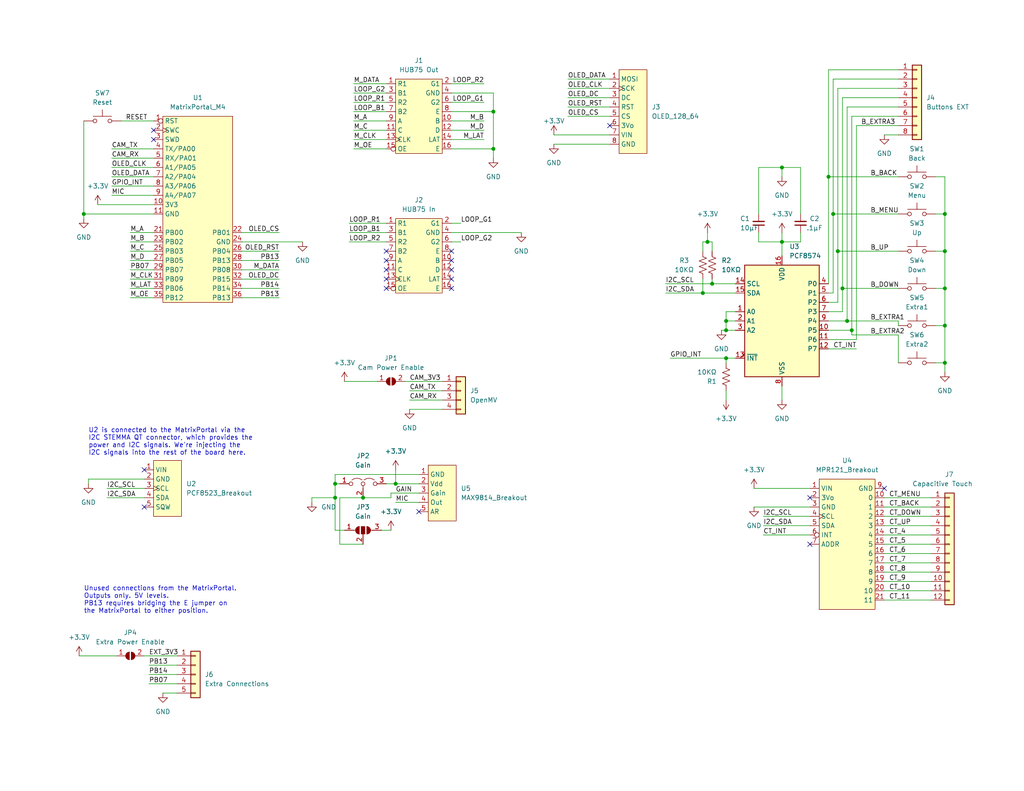
<source format=kicad_sch>
(kicad_sch (version 20211123) (generator eeschema)

  (uuid a6e58044-b076-4232-954b-9aca72d23dd3)

  (paper "USLetter")

  (title_block
    (title "Gotogen Matrix Portal")
    (date "2023-01-17")
    (rev "3")
    (company "Andy Janata")
  )

  (lib_symbols
    (symbol "Connector_Generic:Conn_01x04" (pin_names (offset 1.016) hide) (in_bom yes) (on_board yes)
      (property "Reference" "J" (id 0) (at 0 5.08 0)
        (effects (font (size 1.27 1.27)))
      )
      (property "Value" "Conn_01x04" (id 1) (at 0 -7.62 0)
        (effects (font (size 1.27 1.27)))
      )
      (property "Footprint" "" (id 2) (at 0 0 0)
        (effects (font (size 1.27 1.27)) hide)
      )
      (property "Datasheet" "~" (id 3) (at 0 0 0)
        (effects (font (size 1.27 1.27)) hide)
      )
      (property "ki_keywords" "connector" (id 4) (at 0 0 0)
        (effects (font (size 1.27 1.27)) hide)
      )
      (property "ki_description" "Generic connector, single row, 01x04, script generated (kicad-library-utils/schlib/autogen/connector/)" (id 5) (at 0 0 0)
        (effects (font (size 1.27 1.27)) hide)
      )
      (property "ki_fp_filters" "Connector*:*_1x??_*" (id 6) (at 0 0 0)
        (effects (font (size 1.27 1.27)) hide)
      )
      (symbol "Conn_01x04_1_1"
        (rectangle (start -1.27 -4.953) (end 0 -5.207)
          (stroke (width 0.1524) (type default) (color 0 0 0 0))
          (fill (type none))
        )
        (rectangle (start -1.27 -2.413) (end 0 -2.667)
          (stroke (width 0.1524) (type default) (color 0 0 0 0))
          (fill (type none))
        )
        (rectangle (start -1.27 0.127) (end 0 -0.127)
          (stroke (width 0.1524) (type default) (color 0 0 0 0))
          (fill (type none))
        )
        (rectangle (start -1.27 2.667) (end 0 2.413)
          (stroke (width 0.1524) (type default) (color 0 0 0 0))
          (fill (type none))
        )
        (rectangle (start -1.27 3.81) (end 1.27 -6.35)
          (stroke (width 0.254) (type default) (color 0 0 0 0))
          (fill (type background))
        )
        (pin passive line (at -5.08 2.54 0) (length 3.81)
          (name "Pin_1" (effects (font (size 1.27 1.27))))
          (number "1" (effects (font (size 1.27 1.27))))
        )
        (pin passive line (at -5.08 0 0) (length 3.81)
          (name "Pin_2" (effects (font (size 1.27 1.27))))
          (number "2" (effects (font (size 1.27 1.27))))
        )
        (pin passive line (at -5.08 -2.54 0) (length 3.81)
          (name "Pin_3" (effects (font (size 1.27 1.27))))
          (number "3" (effects (font (size 1.27 1.27))))
        )
        (pin passive line (at -5.08 -5.08 0) (length 3.81)
          (name "Pin_4" (effects (font (size 1.27 1.27))))
          (number "4" (effects (font (size 1.27 1.27))))
        )
      )
    )
    (symbol "Connector_Generic:Conn_01x05" (pin_names (offset 1.016) hide) (in_bom yes) (on_board yes)
      (property "Reference" "J" (id 0) (at 0 7.62 0)
        (effects (font (size 1.27 1.27)))
      )
      (property "Value" "Conn_01x05" (id 1) (at 0 -7.62 0)
        (effects (font (size 1.27 1.27)))
      )
      (property "Footprint" "" (id 2) (at 0 0 0)
        (effects (font (size 1.27 1.27)) hide)
      )
      (property "Datasheet" "~" (id 3) (at 0 0 0)
        (effects (font (size 1.27 1.27)) hide)
      )
      (property "ki_keywords" "connector" (id 4) (at 0 0 0)
        (effects (font (size 1.27 1.27)) hide)
      )
      (property "ki_description" "Generic connector, single row, 01x05, script generated (kicad-library-utils/schlib/autogen/connector/)" (id 5) (at 0 0 0)
        (effects (font (size 1.27 1.27)) hide)
      )
      (property "ki_fp_filters" "Connector*:*_1x??_*" (id 6) (at 0 0 0)
        (effects (font (size 1.27 1.27)) hide)
      )
      (symbol "Conn_01x05_1_1"
        (rectangle (start -1.27 -4.953) (end 0 -5.207)
          (stroke (width 0.1524) (type default) (color 0 0 0 0))
          (fill (type none))
        )
        (rectangle (start -1.27 -2.413) (end 0 -2.667)
          (stroke (width 0.1524) (type default) (color 0 0 0 0))
          (fill (type none))
        )
        (rectangle (start -1.27 0.127) (end 0 -0.127)
          (stroke (width 0.1524) (type default) (color 0 0 0 0))
          (fill (type none))
        )
        (rectangle (start -1.27 2.667) (end 0 2.413)
          (stroke (width 0.1524) (type default) (color 0 0 0 0))
          (fill (type none))
        )
        (rectangle (start -1.27 5.207) (end 0 4.953)
          (stroke (width 0.1524) (type default) (color 0 0 0 0))
          (fill (type none))
        )
        (rectangle (start -1.27 6.35) (end 1.27 -6.35)
          (stroke (width 0.254) (type default) (color 0 0 0 0))
          (fill (type background))
        )
        (pin passive line (at -5.08 5.08 0) (length 3.81)
          (name "Pin_1" (effects (font (size 1.27 1.27))))
          (number "1" (effects (font (size 1.27 1.27))))
        )
        (pin passive line (at -5.08 2.54 0) (length 3.81)
          (name "Pin_2" (effects (font (size 1.27 1.27))))
          (number "2" (effects (font (size 1.27 1.27))))
        )
        (pin passive line (at -5.08 0 0) (length 3.81)
          (name "Pin_3" (effects (font (size 1.27 1.27))))
          (number "3" (effects (font (size 1.27 1.27))))
        )
        (pin passive line (at -5.08 -2.54 0) (length 3.81)
          (name "Pin_4" (effects (font (size 1.27 1.27))))
          (number "4" (effects (font (size 1.27 1.27))))
        )
        (pin passive line (at -5.08 -5.08 0) (length 3.81)
          (name "Pin_5" (effects (font (size 1.27 1.27))))
          (number "5" (effects (font (size 1.27 1.27))))
        )
      )
    )
    (symbol "Connector_Generic:Conn_01x08" (pin_names (offset 1.016) hide) (in_bom yes) (on_board yes)
      (property "Reference" "J" (id 0) (at 0 10.16 0)
        (effects (font (size 1.27 1.27)))
      )
      (property "Value" "Conn_01x08" (id 1) (at 0 -12.7 0)
        (effects (font (size 1.27 1.27)))
      )
      (property "Footprint" "" (id 2) (at 0 0 0)
        (effects (font (size 1.27 1.27)) hide)
      )
      (property "Datasheet" "~" (id 3) (at 0 0 0)
        (effects (font (size 1.27 1.27)) hide)
      )
      (property "ki_keywords" "connector" (id 4) (at 0 0 0)
        (effects (font (size 1.27 1.27)) hide)
      )
      (property "ki_description" "Generic connector, single row, 01x08, script generated (kicad-library-utils/schlib/autogen/connector/)" (id 5) (at 0 0 0)
        (effects (font (size 1.27 1.27)) hide)
      )
      (property "ki_fp_filters" "Connector*:*_1x??_*" (id 6) (at 0 0 0)
        (effects (font (size 1.27 1.27)) hide)
      )
      (symbol "Conn_01x08_1_1"
        (rectangle (start -1.27 -10.033) (end 0 -10.287)
          (stroke (width 0.1524) (type default) (color 0 0 0 0))
          (fill (type none))
        )
        (rectangle (start -1.27 -7.493) (end 0 -7.747)
          (stroke (width 0.1524) (type default) (color 0 0 0 0))
          (fill (type none))
        )
        (rectangle (start -1.27 -4.953) (end 0 -5.207)
          (stroke (width 0.1524) (type default) (color 0 0 0 0))
          (fill (type none))
        )
        (rectangle (start -1.27 -2.413) (end 0 -2.667)
          (stroke (width 0.1524) (type default) (color 0 0 0 0))
          (fill (type none))
        )
        (rectangle (start -1.27 0.127) (end 0 -0.127)
          (stroke (width 0.1524) (type default) (color 0 0 0 0))
          (fill (type none))
        )
        (rectangle (start -1.27 2.667) (end 0 2.413)
          (stroke (width 0.1524) (type default) (color 0 0 0 0))
          (fill (type none))
        )
        (rectangle (start -1.27 5.207) (end 0 4.953)
          (stroke (width 0.1524) (type default) (color 0 0 0 0))
          (fill (type none))
        )
        (rectangle (start -1.27 7.747) (end 0 7.493)
          (stroke (width 0.1524) (type default) (color 0 0 0 0))
          (fill (type none))
        )
        (rectangle (start -1.27 8.89) (end 1.27 -11.43)
          (stroke (width 0.254) (type default) (color 0 0 0 0))
          (fill (type background))
        )
        (pin passive line (at -5.08 7.62 0) (length 3.81)
          (name "Pin_1" (effects (font (size 1.27 1.27))))
          (number "1" (effects (font (size 1.27 1.27))))
        )
        (pin passive line (at -5.08 5.08 0) (length 3.81)
          (name "Pin_2" (effects (font (size 1.27 1.27))))
          (number "2" (effects (font (size 1.27 1.27))))
        )
        (pin passive line (at -5.08 2.54 0) (length 3.81)
          (name "Pin_3" (effects (font (size 1.27 1.27))))
          (number "3" (effects (font (size 1.27 1.27))))
        )
        (pin passive line (at -5.08 0 0) (length 3.81)
          (name "Pin_4" (effects (font (size 1.27 1.27))))
          (number "4" (effects (font (size 1.27 1.27))))
        )
        (pin passive line (at -5.08 -2.54 0) (length 3.81)
          (name "Pin_5" (effects (font (size 1.27 1.27))))
          (number "5" (effects (font (size 1.27 1.27))))
        )
        (pin passive line (at -5.08 -5.08 0) (length 3.81)
          (name "Pin_6" (effects (font (size 1.27 1.27))))
          (number "6" (effects (font (size 1.27 1.27))))
        )
        (pin passive line (at -5.08 -7.62 0) (length 3.81)
          (name "Pin_7" (effects (font (size 1.27 1.27))))
          (number "7" (effects (font (size 1.27 1.27))))
        )
        (pin passive line (at -5.08 -10.16 0) (length 3.81)
          (name "Pin_8" (effects (font (size 1.27 1.27))))
          (number "8" (effects (font (size 1.27 1.27))))
        )
      )
    )
    (symbol "Connector_Generic:Conn_01x12" (pin_names (offset 1.016) hide) (in_bom yes) (on_board yes)
      (property "Reference" "J" (id 0) (at 0 15.24 0)
        (effects (font (size 1.27 1.27)))
      )
      (property "Value" "Conn_01x12" (id 1) (at 0 -17.78 0)
        (effects (font (size 1.27 1.27)))
      )
      (property "Footprint" "" (id 2) (at 0 0 0)
        (effects (font (size 1.27 1.27)) hide)
      )
      (property "Datasheet" "~" (id 3) (at 0 0 0)
        (effects (font (size 1.27 1.27)) hide)
      )
      (property "ki_keywords" "connector" (id 4) (at 0 0 0)
        (effects (font (size 1.27 1.27)) hide)
      )
      (property "ki_description" "Generic connector, single row, 01x12, script generated (kicad-library-utils/schlib/autogen/connector/)" (id 5) (at 0 0 0)
        (effects (font (size 1.27 1.27)) hide)
      )
      (property "ki_fp_filters" "Connector*:*_1x??_*" (id 6) (at 0 0 0)
        (effects (font (size 1.27 1.27)) hide)
      )
      (symbol "Conn_01x12_1_1"
        (rectangle (start -1.27 -15.113) (end 0 -15.367)
          (stroke (width 0.1524) (type default) (color 0 0 0 0))
          (fill (type none))
        )
        (rectangle (start -1.27 -12.573) (end 0 -12.827)
          (stroke (width 0.1524) (type default) (color 0 0 0 0))
          (fill (type none))
        )
        (rectangle (start -1.27 -10.033) (end 0 -10.287)
          (stroke (width 0.1524) (type default) (color 0 0 0 0))
          (fill (type none))
        )
        (rectangle (start -1.27 -7.493) (end 0 -7.747)
          (stroke (width 0.1524) (type default) (color 0 0 0 0))
          (fill (type none))
        )
        (rectangle (start -1.27 -4.953) (end 0 -5.207)
          (stroke (width 0.1524) (type default) (color 0 0 0 0))
          (fill (type none))
        )
        (rectangle (start -1.27 -2.413) (end 0 -2.667)
          (stroke (width 0.1524) (type default) (color 0 0 0 0))
          (fill (type none))
        )
        (rectangle (start -1.27 0.127) (end 0 -0.127)
          (stroke (width 0.1524) (type default) (color 0 0 0 0))
          (fill (type none))
        )
        (rectangle (start -1.27 2.667) (end 0 2.413)
          (stroke (width 0.1524) (type default) (color 0 0 0 0))
          (fill (type none))
        )
        (rectangle (start -1.27 5.207) (end 0 4.953)
          (stroke (width 0.1524) (type default) (color 0 0 0 0))
          (fill (type none))
        )
        (rectangle (start -1.27 7.747) (end 0 7.493)
          (stroke (width 0.1524) (type default) (color 0 0 0 0))
          (fill (type none))
        )
        (rectangle (start -1.27 10.287) (end 0 10.033)
          (stroke (width 0.1524) (type default) (color 0 0 0 0))
          (fill (type none))
        )
        (rectangle (start -1.27 12.827) (end 0 12.573)
          (stroke (width 0.1524) (type default) (color 0 0 0 0))
          (fill (type none))
        )
        (rectangle (start -1.27 13.97) (end 1.27 -16.51)
          (stroke (width 0.254) (type default) (color 0 0 0 0))
          (fill (type background))
        )
        (pin passive line (at -5.08 12.7 0) (length 3.81)
          (name "Pin_1" (effects (font (size 1.27 1.27))))
          (number "1" (effects (font (size 1.27 1.27))))
        )
        (pin passive line (at -5.08 -10.16 0) (length 3.81)
          (name "Pin_10" (effects (font (size 1.27 1.27))))
          (number "10" (effects (font (size 1.27 1.27))))
        )
        (pin passive line (at -5.08 -12.7 0) (length 3.81)
          (name "Pin_11" (effects (font (size 1.27 1.27))))
          (number "11" (effects (font (size 1.27 1.27))))
        )
        (pin passive line (at -5.08 -15.24 0) (length 3.81)
          (name "Pin_12" (effects (font (size 1.27 1.27))))
          (number "12" (effects (font (size 1.27 1.27))))
        )
        (pin passive line (at -5.08 10.16 0) (length 3.81)
          (name "Pin_2" (effects (font (size 1.27 1.27))))
          (number "2" (effects (font (size 1.27 1.27))))
        )
        (pin passive line (at -5.08 7.62 0) (length 3.81)
          (name "Pin_3" (effects (font (size 1.27 1.27))))
          (number "3" (effects (font (size 1.27 1.27))))
        )
        (pin passive line (at -5.08 5.08 0) (length 3.81)
          (name "Pin_4" (effects (font (size 1.27 1.27))))
          (number "4" (effects (font (size 1.27 1.27))))
        )
        (pin passive line (at -5.08 2.54 0) (length 3.81)
          (name "Pin_5" (effects (font (size 1.27 1.27))))
          (number "5" (effects (font (size 1.27 1.27))))
        )
        (pin passive line (at -5.08 0 0) (length 3.81)
          (name "Pin_6" (effects (font (size 1.27 1.27))))
          (number "6" (effects (font (size 1.27 1.27))))
        )
        (pin passive line (at -5.08 -2.54 0) (length 3.81)
          (name "Pin_7" (effects (font (size 1.27 1.27))))
          (number "7" (effects (font (size 1.27 1.27))))
        )
        (pin passive line (at -5.08 -5.08 0) (length 3.81)
          (name "Pin_8" (effects (font (size 1.27 1.27))))
          (number "8" (effects (font (size 1.27 1.27))))
        )
        (pin passive line (at -5.08 -7.62 0) (length 3.81)
          (name "Pin_9" (effects (font (size 1.27 1.27))))
          (number "9" (effects (font (size 1.27 1.27))))
        )
      )
    )
    (symbol "Device:C_Small" (pin_numbers hide) (pin_names (offset 0.254) hide) (in_bom yes) (on_board yes)
      (property "Reference" "C" (id 0) (at 0.254 1.778 0)
        (effects (font (size 1.27 1.27)) (justify left))
      )
      (property "Value" "C_Small" (id 1) (at 0.254 -2.032 0)
        (effects (font (size 1.27 1.27)) (justify left))
      )
      (property "Footprint" "" (id 2) (at 0 0 0)
        (effects (font (size 1.27 1.27)) hide)
      )
      (property "Datasheet" "~" (id 3) (at 0 0 0)
        (effects (font (size 1.27 1.27)) hide)
      )
      (property "ki_keywords" "capacitor cap" (id 4) (at 0 0 0)
        (effects (font (size 1.27 1.27)) hide)
      )
      (property "ki_description" "Unpolarized capacitor, small symbol" (id 5) (at 0 0 0)
        (effects (font (size 1.27 1.27)) hide)
      )
      (property "ki_fp_filters" "C_*" (id 6) (at 0 0 0)
        (effects (font (size 1.27 1.27)) hide)
      )
      (symbol "C_Small_0_1"
        (polyline
          (pts
            (xy -1.524 -0.508)
            (xy 1.524 -0.508)
          )
          (stroke (width 0.3302) (type default) (color 0 0 0 0))
          (fill (type none))
        )
        (polyline
          (pts
            (xy -1.524 0.508)
            (xy 1.524 0.508)
          )
          (stroke (width 0.3048) (type default) (color 0 0 0 0))
          (fill (type none))
        )
      )
      (symbol "C_Small_1_1"
        (pin passive line (at 0 2.54 270) (length 2.032)
          (name "~" (effects (font (size 1.27 1.27))))
          (number "1" (effects (font (size 1.27 1.27))))
        )
        (pin passive line (at 0 -2.54 90) (length 2.032)
          (name "~" (effects (font (size 1.27 1.27))))
          (number "2" (effects (font (size 1.27 1.27))))
        )
      )
    )
    (symbol "Device:R_US" (pin_numbers hide) (pin_names (offset 0)) (in_bom yes) (on_board yes)
      (property "Reference" "R" (id 0) (at 2.54 0 90)
        (effects (font (size 1.27 1.27)))
      )
      (property "Value" "R_US" (id 1) (at -2.54 0 90)
        (effects (font (size 1.27 1.27)))
      )
      (property "Footprint" "" (id 2) (at 1.016 -0.254 90)
        (effects (font (size 1.27 1.27)) hide)
      )
      (property "Datasheet" "~" (id 3) (at 0 0 0)
        (effects (font (size 1.27 1.27)) hide)
      )
      (property "ki_keywords" "R res resistor" (id 4) (at 0 0 0)
        (effects (font (size 1.27 1.27)) hide)
      )
      (property "ki_description" "Resistor, US symbol" (id 5) (at 0 0 0)
        (effects (font (size 1.27 1.27)) hide)
      )
      (property "ki_fp_filters" "R_*" (id 6) (at 0 0 0)
        (effects (font (size 1.27 1.27)) hide)
      )
      (symbol "R_US_0_1"
        (polyline
          (pts
            (xy 0 -2.286)
            (xy 0 -2.54)
          )
          (stroke (width 0) (type default) (color 0 0 0 0))
          (fill (type none))
        )
        (polyline
          (pts
            (xy 0 2.286)
            (xy 0 2.54)
          )
          (stroke (width 0) (type default) (color 0 0 0 0))
          (fill (type none))
        )
        (polyline
          (pts
            (xy 0 -0.762)
            (xy 1.016 -1.143)
            (xy 0 -1.524)
            (xy -1.016 -1.905)
            (xy 0 -2.286)
          )
          (stroke (width 0) (type default) (color 0 0 0 0))
          (fill (type none))
        )
        (polyline
          (pts
            (xy 0 0.762)
            (xy 1.016 0.381)
            (xy 0 0)
            (xy -1.016 -0.381)
            (xy 0 -0.762)
          )
          (stroke (width 0) (type default) (color 0 0 0 0))
          (fill (type none))
        )
        (polyline
          (pts
            (xy 0 2.286)
            (xy 1.016 1.905)
            (xy 0 1.524)
            (xy -1.016 1.143)
            (xy 0 0.762)
          )
          (stroke (width 0) (type default) (color 0 0 0 0))
          (fill (type none))
        )
      )
      (symbol "R_US_1_1"
        (pin passive line (at 0 3.81 270) (length 1.27)
          (name "~" (effects (font (size 1.27 1.27))))
          (number "1" (effects (font (size 1.27 1.27))))
        )
        (pin passive line (at 0 -3.81 90) (length 1.27)
          (name "~" (effects (font (size 1.27 1.27))))
          (number "2" (effects (font (size 1.27 1.27))))
        )
      )
    )
    (symbol "Interface_Expansion:PCF8574" (in_bom yes) (on_board yes)
      (property "Reference" "U" (id 0) (at -8.89 16.51 0)
        (effects (font (size 1.27 1.27)) (justify left))
      )
      (property "Value" "PCF8574" (id 1) (at 2.54 16.51 0)
        (effects (font (size 1.27 1.27)) (justify left))
      )
      (property "Footprint" "" (id 2) (at 0 0 0)
        (effects (font (size 1.27 1.27)) hide)
      )
      (property "Datasheet" "http://www.nxp.com/documents/data_sheet/PCF8574_PCF8574A.pdf" (id 3) (at 0 0 0)
        (effects (font (size 1.27 1.27)) hide)
      )
      (property "ki_keywords" "I2C Expander" (id 4) (at 0 0 0)
        (effects (font (size 1.27 1.27)) hide)
      )
      (property "ki_description" "8 Bit Port/Expander to I2C Bus, DIP/SOIC-16" (id 5) (at 0 0 0)
        (effects (font (size 1.27 1.27)) hide)
      )
      (property "ki_fp_filters" "DIP*W7.62mm* SOIC*7.5x10.3mm*P1.27mm*" (id 6) (at 0 0 0)
        (effects (font (size 1.27 1.27)) hide)
      )
      (symbol "PCF8574_0_1"
        (rectangle (start -10.16 15.24) (end 10.16 -15.24)
          (stroke (width 0.254) (type default) (color 0 0 0 0))
          (fill (type background))
        )
      )
      (symbol "PCF8574_1_1"
        (pin input line (at -12.7 2.54 0) (length 2.54)
          (name "A0" (effects (font (size 1.27 1.27))))
          (number "1" (effects (font (size 1.27 1.27))))
        )
        (pin bidirectional line (at 12.7 -2.54 180) (length 2.54)
          (name "P5" (effects (font (size 1.27 1.27))))
          (number "10" (effects (font (size 1.27 1.27))))
        )
        (pin bidirectional line (at 12.7 -5.08 180) (length 2.54)
          (name "P6" (effects (font (size 1.27 1.27))))
          (number "11" (effects (font (size 1.27 1.27))))
        )
        (pin bidirectional line (at 12.7 -7.62 180) (length 2.54)
          (name "P7" (effects (font (size 1.27 1.27))))
          (number "12" (effects (font (size 1.27 1.27))))
        )
        (pin open_collector output_low (at -12.7 -10.16 0) (length 2.54)
          (name "~{INT}" (effects (font (size 1.27 1.27))))
          (number "13" (effects (font (size 1.27 1.27))))
        )
        (pin input line (at -12.7 10.16 0) (length 2.54)
          (name "SCL" (effects (font (size 1.27 1.27))))
          (number "14" (effects (font (size 1.27 1.27))))
        )
        (pin bidirectional line (at -12.7 7.62 0) (length 2.54)
          (name "SDA" (effects (font (size 1.27 1.27))))
          (number "15" (effects (font (size 1.27 1.27))))
        )
        (pin power_in line (at 0 17.78 270) (length 2.54)
          (name "VDD" (effects (font (size 1.27 1.27))))
          (number "16" (effects (font (size 1.27 1.27))))
        )
        (pin input line (at -12.7 0 0) (length 2.54)
          (name "A1" (effects (font (size 1.27 1.27))))
          (number "2" (effects (font (size 1.27 1.27))))
        )
        (pin input line (at -12.7 -2.54 0) (length 2.54)
          (name "A2" (effects (font (size 1.27 1.27))))
          (number "3" (effects (font (size 1.27 1.27))))
        )
        (pin bidirectional line (at 12.7 10.16 180) (length 2.54)
          (name "P0" (effects (font (size 1.27 1.27))))
          (number "4" (effects (font (size 1.27 1.27))))
        )
        (pin bidirectional line (at 12.7 7.62 180) (length 2.54)
          (name "P1" (effects (font (size 1.27 1.27))))
          (number "5" (effects (font (size 1.27 1.27))))
        )
        (pin bidirectional line (at 12.7 5.08 180) (length 2.54)
          (name "P2" (effects (font (size 1.27 1.27))))
          (number "6" (effects (font (size 1.27 1.27))))
        )
        (pin bidirectional line (at 12.7 2.54 180) (length 2.54)
          (name "P3" (effects (font (size 1.27 1.27))))
          (number "7" (effects (font (size 1.27 1.27))))
        )
        (pin power_in line (at 0 -17.78 90) (length 2.54)
          (name "VSS" (effects (font (size 1.27 1.27))))
          (number "8" (effects (font (size 1.27 1.27))))
        )
        (pin bidirectional line (at 12.7 0 180) (length 2.54)
          (name "P4" (effects (font (size 1.27 1.27))))
          (number "9" (effects (font (size 1.27 1.27))))
        )
      )
    )
    (symbol "Jumper:Jumper_3_Open" (pin_names (offset 0) hide) (in_bom yes) (on_board yes)
      (property "Reference" "JP" (id 0) (at -2.54 -2.54 0)
        (effects (font (size 1.27 1.27)))
      )
      (property "Value" "Jumper_3_Open" (id 1) (at 0 2.794 0)
        (effects (font (size 1.27 1.27)))
      )
      (property "Footprint" "" (id 2) (at 0 0 0)
        (effects (font (size 1.27 1.27)) hide)
      )
      (property "Datasheet" "~" (id 3) (at 0 0 0)
        (effects (font (size 1.27 1.27)) hide)
      )
      (property "ki_keywords" "Jumper SPDT" (id 4) (at 0 0 0)
        (effects (font (size 1.27 1.27)) hide)
      )
      (property "ki_description" "Jumper, 3-pole, both open" (id 5) (at 0 0 0)
        (effects (font (size 1.27 1.27)) hide)
      )
      (property "ki_fp_filters" "Jumper* TestPoint*3Pads* TestPoint*Bridge*" (id 6) (at 0 0 0)
        (effects (font (size 1.27 1.27)) hide)
      )
      (symbol "Jumper_3_Open_0_0"
        (circle (center -3.302 0) (radius 0.508)
          (stroke (width 0) (type default) (color 0 0 0 0))
          (fill (type none))
        )
        (circle (center 0 0) (radius 0.508)
          (stroke (width 0) (type default) (color 0 0 0 0))
          (fill (type none))
        )
        (circle (center 3.302 0) (radius 0.508)
          (stroke (width 0) (type default) (color 0 0 0 0))
          (fill (type none))
        )
      )
      (symbol "Jumper_3_Open_0_1"
        (arc (start -0.254 1.016) (mid -1.651 1.4992) (end -3.048 1.016)
          (stroke (width 0) (type default) (color 0 0 0 0))
          (fill (type none))
        )
        (polyline
          (pts
            (xy 0 -0.508)
            (xy 0 -1.27)
          )
          (stroke (width 0) (type default) (color 0 0 0 0))
          (fill (type none))
        )
        (arc (start 3.048 1.016) (mid 1.651 1.4992) (end 0.254 1.016)
          (stroke (width 0) (type default) (color 0 0 0 0))
          (fill (type none))
        )
      )
      (symbol "Jumper_3_Open_1_1"
        (pin passive line (at -6.35 0 0) (length 2.54)
          (name "A" (effects (font (size 1.27 1.27))))
          (number "1" (effects (font (size 1.27 1.27))))
        )
        (pin passive line (at 0 -3.81 90) (length 2.54)
          (name "C" (effects (font (size 1.27 1.27))))
          (number "2" (effects (font (size 1.27 1.27))))
        )
        (pin passive line (at 6.35 0 180) (length 2.54)
          (name "B" (effects (font (size 1.27 1.27))))
          (number "3" (effects (font (size 1.27 1.27))))
        )
      )
    )
    (symbol "Jumper:SolderJumper_2_Open" (pin_names (offset 0) hide) (in_bom yes) (on_board yes)
      (property "Reference" "JP" (id 0) (at 0 2.032 0)
        (effects (font (size 1.27 1.27)))
      )
      (property "Value" "SolderJumper_2_Open" (id 1) (at 0 -2.54 0)
        (effects (font (size 1.27 1.27)))
      )
      (property "Footprint" "" (id 2) (at 0 0 0)
        (effects (font (size 1.27 1.27)) hide)
      )
      (property "Datasheet" "~" (id 3) (at 0 0 0)
        (effects (font (size 1.27 1.27)) hide)
      )
      (property "ki_keywords" "solder jumper SPST" (id 4) (at 0 0 0)
        (effects (font (size 1.27 1.27)) hide)
      )
      (property "ki_description" "Solder Jumper, 2-pole, open" (id 5) (at 0 0 0)
        (effects (font (size 1.27 1.27)) hide)
      )
      (property "ki_fp_filters" "SolderJumper*Open*" (id 6) (at 0 0 0)
        (effects (font (size 1.27 1.27)) hide)
      )
      (symbol "SolderJumper_2_Open_0_1"
        (arc (start -0.254 1.016) (mid -1.27 0) (end -0.254 -1.016)
          (stroke (width 0) (type default) (color 0 0 0 0))
          (fill (type none))
        )
        (arc (start -0.254 1.016) (mid -1.27 0) (end -0.254 -1.016)
          (stroke (width 0) (type default) (color 0 0 0 0))
          (fill (type outline))
        )
        (polyline
          (pts
            (xy -0.254 1.016)
            (xy -0.254 -1.016)
          )
          (stroke (width 0) (type default) (color 0 0 0 0))
          (fill (type none))
        )
        (polyline
          (pts
            (xy 0.254 1.016)
            (xy 0.254 -1.016)
          )
          (stroke (width 0) (type default) (color 0 0 0 0))
          (fill (type none))
        )
        (arc (start 0.254 -1.016) (mid 1.27 0) (end 0.254 1.016)
          (stroke (width 0) (type default) (color 0 0 0 0))
          (fill (type none))
        )
        (arc (start 0.254 -1.016) (mid 1.27 0) (end 0.254 1.016)
          (stroke (width 0) (type default) (color 0 0 0 0))
          (fill (type outline))
        )
      )
      (symbol "SolderJumper_2_Open_1_1"
        (pin passive line (at -3.81 0 0) (length 2.54)
          (name "A" (effects (font (size 1.27 1.27))))
          (number "1" (effects (font (size 1.27 1.27))))
        )
        (pin passive line (at 3.81 0 180) (length 2.54)
          (name "B" (effects (font (size 1.27 1.27))))
          (number "2" (effects (font (size 1.27 1.27))))
        )
      )
    )
    (symbol "Jumper:SolderJumper_3_Open" (pin_names (offset 0) hide) (in_bom yes) (on_board yes)
      (property "Reference" "JP" (id 0) (at -2.54 -2.54 0)
        (effects (font (size 1.27 1.27)))
      )
      (property "Value" "SolderJumper_3_Open" (id 1) (at 0 2.794 0)
        (effects (font (size 1.27 1.27)))
      )
      (property "Footprint" "" (id 2) (at 0 0 0)
        (effects (font (size 1.27 1.27)) hide)
      )
      (property "Datasheet" "~" (id 3) (at 0 0 0)
        (effects (font (size 1.27 1.27)) hide)
      )
      (property "ki_keywords" "Solder Jumper SPDT" (id 4) (at 0 0 0)
        (effects (font (size 1.27 1.27)) hide)
      )
      (property "ki_description" "Solder Jumper, 3-pole, open" (id 5) (at 0 0 0)
        (effects (font (size 1.27 1.27)) hide)
      )
      (property "ki_fp_filters" "SolderJumper*Open*" (id 6) (at 0 0 0)
        (effects (font (size 1.27 1.27)) hide)
      )
      (symbol "SolderJumper_3_Open_0_1"
        (arc (start -1.016 1.016) (mid -2.032 0) (end -1.016 -1.016)
          (stroke (width 0) (type default) (color 0 0 0 0))
          (fill (type none))
        )
        (arc (start -1.016 1.016) (mid -2.032 0) (end -1.016 -1.016)
          (stroke (width 0) (type default) (color 0 0 0 0))
          (fill (type outline))
        )
        (rectangle (start -0.508 1.016) (end 0.508 -1.016)
          (stroke (width 0) (type default) (color 0 0 0 0))
          (fill (type outline))
        )
        (polyline
          (pts
            (xy -2.54 0)
            (xy -2.032 0)
          )
          (stroke (width 0) (type default) (color 0 0 0 0))
          (fill (type none))
        )
        (polyline
          (pts
            (xy -1.016 1.016)
            (xy -1.016 -1.016)
          )
          (stroke (width 0) (type default) (color 0 0 0 0))
          (fill (type none))
        )
        (polyline
          (pts
            (xy 0 -1.27)
            (xy 0 -1.016)
          )
          (stroke (width 0) (type default) (color 0 0 0 0))
          (fill (type none))
        )
        (polyline
          (pts
            (xy 1.016 1.016)
            (xy 1.016 -1.016)
          )
          (stroke (width 0) (type default) (color 0 0 0 0))
          (fill (type none))
        )
        (polyline
          (pts
            (xy 2.54 0)
            (xy 2.032 0)
          )
          (stroke (width 0) (type default) (color 0 0 0 0))
          (fill (type none))
        )
        (arc (start 1.016 -1.016) (mid 2.032 0) (end 1.016 1.016)
          (stroke (width 0) (type default) (color 0 0 0 0))
          (fill (type none))
        )
        (arc (start 1.016 -1.016) (mid 2.032 0) (end 1.016 1.016)
          (stroke (width 0) (type default) (color 0 0 0 0))
          (fill (type outline))
        )
      )
      (symbol "SolderJumper_3_Open_1_1"
        (pin passive line (at -5.08 0 0) (length 2.54)
          (name "A" (effects (font (size 1.27 1.27))))
          (number "1" (effects (font (size 1.27 1.27))))
        )
        (pin passive line (at 0 -3.81 90) (length 2.54)
          (name "C" (effects (font (size 1.27 1.27))))
          (number "2" (effects (font (size 1.27 1.27))))
        )
        (pin passive line (at 5.08 0 180) (length 2.54)
          (name "B" (effects (font (size 1.27 1.27))))
          (number "3" (effects (font (size 1.27 1.27))))
        )
      )
    )
    (symbol "Switch:SW_Push" (pin_numbers hide) (pin_names (offset 1.016) hide) (in_bom yes) (on_board yes)
      (property "Reference" "SW" (id 0) (at 1.27 2.54 0)
        (effects (font (size 1.27 1.27)) (justify left))
      )
      (property "Value" "SW_Push" (id 1) (at 0 -1.524 0)
        (effects (font (size 1.27 1.27)))
      )
      (property "Footprint" "" (id 2) (at 0 5.08 0)
        (effects (font (size 1.27 1.27)) hide)
      )
      (property "Datasheet" "~" (id 3) (at 0 5.08 0)
        (effects (font (size 1.27 1.27)) hide)
      )
      (property "ki_keywords" "switch normally-open pushbutton push-button" (id 4) (at 0 0 0)
        (effects (font (size 1.27 1.27)) hide)
      )
      (property "ki_description" "Push button switch, generic, two pins" (id 5) (at 0 0 0)
        (effects (font (size 1.27 1.27)) hide)
      )
      (symbol "SW_Push_0_1"
        (circle (center -2.032 0) (radius 0.508)
          (stroke (width 0) (type default) (color 0 0 0 0))
          (fill (type none))
        )
        (polyline
          (pts
            (xy 0 1.27)
            (xy 0 3.048)
          )
          (stroke (width 0) (type default) (color 0 0 0 0))
          (fill (type none))
        )
        (polyline
          (pts
            (xy 2.54 1.27)
            (xy -2.54 1.27)
          )
          (stroke (width 0) (type default) (color 0 0 0 0))
          (fill (type none))
        )
        (circle (center 2.032 0) (radius 0.508)
          (stroke (width 0) (type default) (color 0 0 0 0))
          (fill (type none))
        )
        (pin passive line (at -5.08 0 0) (length 2.54)
          (name "1" (effects (font (size 1.27 1.27))))
          (number "1" (effects (font (size 1.27 1.27))))
        )
        (pin passive line (at 5.08 0 180) (length 2.54)
          (name "2" (effects (font (size 1.27 1.27))))
          (number "2" (effects (font (size 1.27 1.27))))
        )
      )
    )
    (symbol "gotogen symbols:HUB75 Panel Input" (in_bom yes) (on_board yes)
      (property "Reference" "J" (id 0) (at 0 1.27 0)
        (effects (font (size 1.27 1.27)))
      )
      (property "Value" "HUB75 Panel Input" (id 1) (at 0 -1.27 0)
        (effects (font (size 1.27 1.27)))
      )
      (property "Footprint" "" (id 2) (at 0 0 0)
        (effects (font (size 1.27 1.27)) hide)
      )
      (property "Datasheet" "" (id 3) (at 0 0 0)
        (effects (font (size 1.27 1.27)) hide)
      )
      (symbol "HUB75 Panel Input_0_1"
        (rectangle (start -6.35 -2.54) (end 6.35 -22.86)
          (stroke (width 0) (type default) (color 0 0 0 0))
          (fill (type background))
        )
      )
      (symbol "HUB75 Panel Input_1_1"
        (pin input line (at -8.89 -3.81 0) (length 2.54)
          (name "R1" (effects (font (size 1.27 1.27))))
          (number "1" (effects (font (size 1.27 1.27))))
        )
        (pin input line (at 8.89 -13.97 180) (length 2.54)
          (name "B" (effects (font (size 1.27 1.27))))
          (number "10" (effects (font (size 1.27 1.27))))
        )
        (pin input line (at -8.89 -16.51 0) (length 2.54)
          (name "C" (effects (font (size 1.27 1.27))))
          (number "11" (effects (font (size 1.27 1.27))))
        )
        (pin input line (at 8.89 -16.51 180) (length 2.54)
          (name "D" (effects (font (size 1.27 1.27))))
          (number "12" (effects (font (size 1.27 1.27))))
        )
        (pin input clock (at -8.89 -19.05 0) (length 2.54)
          (name "CLK" (effects (font (size 1.27 1.27))))
          (number "13" (effects (font (size 1.27 1.27))))
        )
        (pin input line (at 8.89 -19.05 180) (length 2.54)
          (name "LAT" (effects (font (size 1.27 1.27))))
          (number "14" (effects (font (size 1.27 1.27))))
        )
        (pin input inverted (at -8.89 -21.59 0) (length 2.54)
          (name "OE" (effects (font (size 1.27 1.27))))
          (number "15" (effects (font (size 1.27 1.27))))
        )
        (pin input line (at 8.89 -21.59 180) (length 2.54)
          (name "E" (effects (font (size 1.27 1.27))))
          (number "16" (effects (font (size 1.27 1.27))))
        )
        (pin input line (at 8.89 -3.81 180) (length 2.54)
          (name "G1" (effects (font (size 1.27 1.27))))
          (number "2" (effects (font (size 1.27 1.27))))
        )
        (pin input line (at -8.89 -6.35 0) (length 2.54)
          (name "B1" (effects (font (size 1.27 1.27))))
          (number "3" (effects (font (size 1.27 1.27))))
        )
        (pin power_in line (at 8.89 -6.35 180) (length 2.54)
          (name "GND" (effects (font (size 1.27 1.27))))
          (number "4" (effects (font (size 1.27 1.27))))
        )
        (pin input line (at -8.89 -8.89 0) (length 2.54)
          (name "R2" (effects (font (size 1.27 1.27))))
          (number "5" (effects (font (size 1.27 1.27))))
        )
        (pin input line (at 8.89 -8.89 180) (length 2.54)
          (name "G2" (effects (font (size 1.27 1.27))))
          (number "6" (effects (font (size 1.27 1.27))))
        )
        (pin input line (at -8.89 -11.43 0) (length 2.54)
          (name "B2" (effects (font (size 1.27 1.27))))
          (number "7" (effects (font (size 1.27 1.27))))
        )
        (pin input line (at 8.89 -11.43 180) (length 2.54)
          (name "E" (effects (font (size 1.27 1.27))))
          (number "8" (effects (font (size 1.27 1.27))))
        )
        (pin input line (at -8.89 -13.97 0) (length 2.54)
          (name "A" (effects (font (size 1.27 1.27))))
          (number "9" (effects (font (size 1.27 1.27))))
        )
      )
    )
    (symbol "gotogen symbols:HUB75 Panel Output" (in_bom yes) (on_board yes)
      (property "Reference" "J" (id 0) (at 0 1.27 0)
        (effects (font (size 1.27 1.27)))
      )
      (property "Value" "HUB75 Panel Output" (id 1) (at 0 -1.27 0)
        (effects (font (size 1.27 1.27)))
      )
      (property "Footprint" "" (id 2) (at 0 0 0)
        (effects (font (size 1.27 1.27)) hide)
      )
      (property "Datasheet" "" (id 3) (at 0 0 0)
        (effects (font (size 1.27 1.27)) hide)
      )
      (symbol "HUB75 Panel Output_0_1"
        (rectangle (start -6.35 -2.54) (end 6.35 -22.86)
          (stroke (width 0) (type default) (color 0 0 0 0))
          (fill (type background))
        )
      )
      (symbol "HUB75 Panel Output_1_1"
        (pin output line (at -8.89 -3.81 0) (length 2.54)
          (name "R1" (effects (font (size 1.27 1.27))))
          (number "1" (effects (font (size 1.27 1.27))))
        )
        (pin output line (at 8.89 -13.97 180) (length 2.54)
          (name "B" (effects (font (size 1.27 1.27))))
          (number "10" (effects (font (size 1.27 1.27))))
        )
        (pin output line (at -8.89 -16.51 0) (length 2.54)
          (name "C" (effects (font (size 1.27 1.27))))
          (number "11" (effects (font (size 1.27 1.27))))
        )
        (pin output line (at 8.89 -16.51 180) (length 2.54)
          (name "D" (effects (font (size 1.27 1.27))))
          (number "12" (effects (font (size 1.27 1.27))))
        )
        (pin output clock (at -8.89 -19.05 0) (length 2.54)
          (name "CLK" (effects (font (size 1.27 1.27))))
          (number "13" (effects (font (size 1.27 1.27))))
        )
        (pin output line (at 8.89 -19.05 180) (length 2.54)
          (name "LAT" (effects (font (size 1.27 1.27))))
          (number "14" (effects (font (size 1.27 1.27))))
        )
        (pin output inverted (at -8.89 -21.59 0) (length 2.54)
          (name "OE" (effects (font (size 1.27 1.27))))
          (number "15" (effects (font (size 1.27 1.27))))
        )
        (pin output line (at 8.89 -21.59 180) (length 2.54)
          (name "E" (effects (font (size 1.27 1.27))))
          (number "16" (effects (font (size 1.27 1.27))))
        )
        (pin output line (at 8.89 -3.81 180) (length 2.54)
          (name "G1" (effects (font (size 1.27 1.27))))
          (number "2" (effects (font (size 1.27 1.27))))
        )
        (pin output line (at -8.89 -6.35 0) (length 2.54)
          (name "B1" (effects (font (size 1.27 1.27))))
          (number "3" (effects (font (size 1.27 1.27))))
        )
        (pin power_in line (at 8.89 -6.35 180) (length 2.54)
          (name "GND" (effects (font (size 1.27 1.27))))
          (number "4" (effects (font (size 1.27 1.27))))
        )
        (pin output line (at -8.89 -8.89 0) (length 2.54)
          (name "R2" (effects (font (size 1.27 1.27))))
          (number "5" (effects (font (size 1.27 1.27))))
        )
        (pin output line (at 8.89 -8.89 180) (length 2.54)
          (name "G2" (effects (font (size 1.27 1.27))))
          (number "6" (effects (font (size 1.27 1.27))))
        )
        (pin output line (at -8.89 -11.43 0) (length 2.54)
          (name "B2" (effects (font (size 1.27 1.27))))
          (number "7" (effects (font (size 1.27 1.27))))
        )
        (pin output line (at 8.89 -11.43 180) (length 2.54)
          (name "E" (effects (font (size 1.27 1.27))))
          (number "8" (effects (font (size 1.27 1.27))))
        )
        (pin output line (at -8.89 -13.97 0) (length 2.54)
          (name "A" (effects (font (size 1.27 1.27))))
          (number "9" (effects (font (size 1.27 1.27))))
        )
      )
    )
    (symbol "gotogen symbols:MAX9814_Breakout" (in_bom yes) (on_board yes)
      (property "Reference" "U" (id 0) (at 0 1.27 0)
        (effects (font (size 1.27 1.27)))
      )
      (property "Value" "MAX9814_Breakout" (id 1) (at 0 3.81 0)
        (effects (font (size 1.27 1.27)))
      )
      (property "Footprint" "" (id 2) (at 0 0 0)
        (effects (font (size 1.27 1.27)) hide)
      )
      (property "Datasheet" "" (id 3) (at 0 0 0)
        (effects (font (size 1.27 1.27)) hide)
      )
      (symbol "MAX9814_Breakout_0_1"
        (rectangle (start 0 0) (end 7.62 -15.24)
          (stroke (width 0) (type default) (color 0 0 0 0))
          (fill (type background))
        )
      )
      (symbol "MAX9814_Breakout_1_1"
        (pin passive line (at -2.54 -2.54 0) (length 2.54)
          (name "GND" (effects (font (size 1.27 1.27))))
          (number "1" (effects (font (size 1.27 1.27))))
        )
        (pin passive line (at -2.54 -5.08 0) (length 2.54)
          (name "Vdd" (effects (font (size 1.27 1.27))))
          (number "2" (effects (font (size 1.27 1.27))))
        )
        (pin input line (at -2.54 -7.62 0) (length 2.54)
          (name "Gain" (effects (font (size 1.27 1.27))))
          (number "3" (effects (font (size 1.27 1.27))))
        )
        (pin output line (at -2.54 -10.16 0) (length 2.54)
          (name "Out" (effects (font (size 1.27 1.27))))
          (number "4" (effects (font (size 1.27 1.27))))
        )
        (pin input line (at -2.54 -12.7 0) (length 2.54)
          (name "AR" (effects (font (size 1.27 1.27))))
          (number "5" (effects (font (size 1.27 1.27))))
        )
      )
    )
    (symbol "gotogen symbols:MPR121_Breakout" (in_bom yes) (on_board yes)
      (property "Reference" "U" (id 0) (at 0 3.81 0)
        (effects (font (size 1.27 1.27)))
      )
      (property "Value" "MPR121_Breakout" (id 1) (at 0 1.27 0)
        (effects (font (size 1.27 1.27)))
      )
      (property "Footprint" "" (id 2) (at 0 0 0)
        (effects (font (size 1.27 1.27)) hide)
      )
      (property "Datasheet" "" (id 3) (at 0 0 0)
        (effects (font (size 1.27 1.27)) hide)
      )
      (symbol "MPR121_Breakout_0_1"
        (rectangle (start 0 0) (end 15.24 -35.56)
          (stroke (width 0) (type default) (color 0 0 0 0))
          (fill (type background))
        )
      )
      (symbol "MPR121_Breakout_1_1"
        (pin power_in line (at -2.54 -2.54 0) (length 2.54)
          (name "VIN" (effects (font (size 1.27 1.27))))
          (number "1" (effects (font (size 1.27 1.27))))
        )
        (pin input line (at 17.78 -5.08 180) (length 2.54)
          (name "0" (effects (font (size 1.27 1.27))))
          (number "10" (effects (font (size 1.27 1.27))))
        )
        (pin input line (at 17.78 -7.62 180) (length 2.54)
          (name "1" (effects (font (size 1.27 1.27))))
          (number "11" (effects (font (size 1.27 1.27))))
        )
        (pin input line (at 17.78 -10.16 180) (length 2.54)
          (name "2" (effects (font (size 1.27 1.27))))
          (number "12" (effects (font (size 1.27 1.27))))
        )
        (pin input line (at 17.78 -12.7 180) (length 2.54)
          (name "3" (effects (font (size 1.27 1.27))))
          (number "13" (effects (font (size 1.27 1.27))))
        )
        (pin input line (at 17.78 -15.24 180) (length 2.54)
          (name "4" (effects (font (size 1.27 1.27))))
          (number "14" (effects (font (size 1.27 1.27))))
        )
        (pin input line (at 17.78 -17.78 180) (length 2.54)
          (name "5" (effects (font (size 1.27 1.27))))
          (number "15" (effects (font (size 1.27 1.27))))
        )
        (pin input line (at 17.78 -20.32 180) (length 2.54)
          (name "6" (effects (font (size 1.27 1.27))))
          (number "16" (effects (font (size 1.27 1.27))))
        )
        (pin input line (at 17.78 -22.86 180) (length 2.54)
          (name "7" (effects (font (size 1.27 1.27))))
          (number "17" (effects (font (size 1.27 1.27))))
        )
        (pin input line (at 17.78 -25.4 180) (length 2.54)
          (name "8" (effects (font (size 1.27 1.27))))
          (number "18" (effects (font (size 1.27 1.27))))
        )
        (pin input line (at 17.78 -27.94 180) (length 2.54)
          (name "9" (effects (font (size 1.27 1.27))))
          (number "19" (effects (font (size 1.27 1.27))))
        )
        (pin power_out line (at -2.54 -5.08 0) (length 2.54)
          (name "3Vo" (effects (font (size 1.27 1.27))))
          (number "2" (effects (font (size 1.27 1.27))))
        )
        (pin input line (at 17.78 -30.48 180) (length 2.54)
          (name "10" (effects (font (size 1.27 1.27))))
          (number "20" (effects (font (size 1.27 1.27))))
        )
        (pin input line (at 17.78 -33.02 180) (length 2.54)
          (name "11" (effects (font (size 1.27 1.27))))
          (number "21" (effects (font (size 1.27 1.27))))
        )
        (pin power_in line (at -2.54 -7.62 0) (length 2.54)
          (name "GND" (effects (font (size 1.27 1.27))))
          (number "3" (effects (font (size 1.27 1.27))))
        )
        (pin input clock (at -2.54 -10.16 0) (length 2.54)
          (name "SCL" (effects (font (size 1.27 1.27))))
          (number "4" (effects (font (size 1.27 1.27))))
        )
        (pin bidirectional line (at -2.54 -12.7 0) (length 2.54)
          (name "SDA" (effects (font (size 1.27 1.27))))
          (number "5" (effects (font (size 1.27 1.27))))
        )
        (pin output inverted (at -2.54 -15.24 0) (length 2.54)
          (name "INT" (effects (font (size 1.27 1.27))))
          (number "6" (effects (font (size 1.27 1.27))))
        )
        (pin input line (at -2.54 -17.78 0) (length 2.54)
          (name "ADDR" (effects (font (size 1.27 1.27))))
          (number "7" (effects (font (size 1.27 1.27))))
        )
        (pin input line (at 17.78 -2.54 180) (length 2.54)
          (name "GND" (effects (font (size 1.27 1.27))))
          (number "9" (effects (font (size 1.27 1.27))))
        )
      )
    )
    (symbol "gotogen symbols:MatrixPortal_M4" (in_bom yes) (on_board yes)
      (property "Reference" "U" (id 0) (at 0 1.27 0)
        (effects (font (size 1.27 1.27)) (justify top))
      )
      (property "Value" "MatrixPortal_M4" (id 1) (at 0 -2.54 0)
        (effects (font (size 1.27 1.27)))
      )
      (property "Footprint" "" (id 2) (at 0 -1.27 0)
        (effects (font (size 1.27 1.27)) hide)
      )
      (property "Datasheet" "" (id 3) (at 0 -1.27 0)
        (effects (font (size 1.27 1.27)) hide)
      )
      (symbol "MatrixPortal_M4_0_1"
        (rectangle (start -10.16 -3.81) (end 8.89 -54.61)
          (stroke (width 0) (type default) (color 0 0 0 0))
          (fill (type background))
        )
      )
      (symbol "MatrixPortal_M4_1_1"
        (pin input inverted (at -12.7 -5.08 0) (length 2.54)
          (name "RST" (effects (font (size 1.27 1.27))))
          (number "1" (effects (font (size 1.27 1.27))))
        )
        (pin power_out line (at -12.7 -27.94 0) (length 2.54)
          (name "3V3" (effects (font (size 1.27 1.27))))
          (number "10" (effects (font (size 1.27 1.27))))
        )
        (pin power_out line (at -12.7 -30.48 0) (length 2.54)
          (name "GND" (effects (font (size 1.27 1.27))))
          (number "11" (effects (font (size 1.27 1.27))))
        )
        (pin input clock (at -12.7 -7.62 0) (length 2.54)
          (name "SWC" (effects (font (size 1.27 1.27))))
          (number "2" (effects (font (size 1.27 1.27))))
        )
        (pin output line (at -12.7 -35.56 0) (length 2.54)
          (name "PB00" (effects (font (size 1.27 1.27))))
          (number "21" (effects (font (size 1.27 1.27))))
        )
        (pin output line (at 11.43 -35.56 180) (length 2.54)
          (name "PB01" (effects (font (size 1.27 1.27))))
          (number "22" (effects (font (size 1.27 1.27))))
        )
        (pin output line (at -12.7 -38.1 0) (length 2.54)
          (name "PB02" (effects (font (size 1.27 1.27))))
          (number "23" (effects (font (size 1.27 1.27))))
        )
        (pin passive line (at 11.43 -38.1 180) (length 2.54)
          (name "GND" (effects (font (size 1.27 1.27))))
          (number "24" (effects (font (size 1.27 1.27))))
        )
        (pin output line (at -12.7 -40.64 0) (length 2.54)
          (name "PB03" (effects (font (size 1.27 1.27))))
          (number "25" (effects (font (size 1.27 1.27))))
        )
        (pin output line (at 11.43 -40.64 180) (length 2.54)
          (name "PB04" (effects (font (size 1.27 1.27))))
          (number "26" (effects (font (size 1.27 1.27))))
        )
        (pin output line (at -12.7 -43.18 0) (length 2.54)
          (name "PB05" (effects (font (size 1.27 1.27))))
          (number "27" (effects (font (size 1.27 1.27))))
        )
        (pin output line (at 11.43 -43.18 180) (length 2.54)
          (name "PB13" (effects (font (size 1.27 1.27))))
          (number "28" (effects (font (size 1.27 1.27))))
        )
        (pin output line (at -12.7 -45.72 0) (length 2.54)
          (name "PB07" (effects (font (size 1.27 1.27))))
          (number "29" (effects (font (size 1.27 1.27))))
        )
        (pin bidirectional line (at -12.7 -10.16 0) (length 2.54)
          (name "SWD" (effects (font (size 1.27 1.27))))
          (number "3" (effects (font (size 1.27 1.27))))
        )
        (pin output line (at 11.43 -45.72 180) (length 2.54)
          (name "PB08" (effects (font (size 1.27 1.27))))
          (number "30" (effects (font (size 1.27 1.27))))
        )
        (pin output line (at -12.7 -48.26 0) (length 2.54)
          (name "PB09" (effects (font (size 1.27 1.27))))
          (number "31" (effects (font (size 1.27 1.27))))
        )
        (pin output line (at 11.43 -48.26 180) (length 2.54)
          (name "PB15" (effects (font (size 1.27 1.27))))
          (number "32" (effects (font (size 1.27 1.27))))
        )
        (pin output line (at -12.7 -50.8 0) (length 2.54)
          (name "PB06" (effects (font (size 1.27 1.27))))
          (number "33" (effects (font (size 1.27 1.27))))
        )
        (pin output line (at 11.43 -50.8 180) (length 2.54)
          (name "PB14" (effects (font (size 1.27 1.27))))
          (number "34" (effects (font (size 1.27 1.27))))
        )
        (pin output line (at -12.7 -53.34 0) (length 2.54)
          (name "PB12" (effects (font (size 1.27 1.27))))
          (number "35" (effects (font (size 1.27 1.27))))
        )
        (pin free line (at 11.43 -53.34 180) (length 2.54)
          (name "PB13" (effects (font (size 1.27 1.27))))
          (number "36" (effects (font (size 1.27 1.27))))
        )
        (pin bidirectional line (at -12.7 -12.7 0) (length 2.54)
          (name "TX/PA00" (effects (font (size 1.27 1.27))))
          (number "4" (effects (font (size 1.27 1.27))))
        )
        (pin bidirectional line (at -12.7 -15.24 0) (length 2.54)
          (name "RX/PA01" (effects (font (size 1.27 1.27))))
          (number "5" (effects (font (size 1.27 1.27))))
        )
        (pin bidirectional line (at -12.7 -17.78 0) (length 2.54)
          (name "A1/PA05" (effects (font (size 1.27 1.27))))
          (number "6" (effects (font (size 1.27 1.27))))
        )
        (pin bidirectional line (at -12.7 -20.32 0) (length 2.54)
          (name "A2/PA04" (effects (font (size 1.27 1.27))))
          (number "7" (effects (font (size 1.27 1.27))))
        )
        (pin bidirectional line (at -12.7 -22.86 0) (length 2.54)
          (name "A3/PA06" (effects (font (size 1.27 1.27))))
          (number "8" (effects (font (size 1.27 1.27))))
        )
        (pin bidirectional line (at -12.7 -25.4 0) (length 2.54)
          (name "A4/PA07" (effects (font (size 1.27 1.27))))
          (number "9" (effects (font (size 1.27 1.27))))
        )
      )
    )
    (symbol "gotogen symbols:OLED_128_64" (in_bom yes) (on_board yes)
      (property "Reference" "J" (id 0) (at 0 1.27 0)
        (effects (font (size 1.27 1.27)))
      )
      (property "Value" "OLED_128_64" (id 1) (at 0 3.81 0)
        (effects (font (size 1.27 1.27)))
      )
      (property "Footprint" "" (id 2) (at 0 0 0)
        (effects (font (size 1.27 1.27)) hide)
      )
      (property "Datasheet" "" (id 3) (at 0 0 0)
        (effects (font (size 1.27 1.27)) hide)
      )
      (symbol "OLED_128_64_0_1"
        (rectangle (start 0 0) (end 7.62 -22.86)
          (stroke (width 0) (type default) (color 0 0 0 0))
          (fill (type background))
        )
      )
      (symbol "OLED_128_64_1_1"
        (pin input line (at -2.54 -2.54 0) (length 2.54)
          (name "MOSI" (effects (font (size 1.27 1.27))))
          (number "1" (effects (font (size 1.27 1.27))))
        )
        (pin input clock (at -2.54 -5.08 0) (length 2.54)
          (name "SCK" (effects (font (size 1.27 1.27))))
          (number "2" (effects (font (size 1.27 1.27))))
        )
        (pin input line (at -2.54 -7.62 0) (length 2.54)
          (name "DC" (effects (font (size 1.27 1.27))))
          (number "3" (effects (font (size 1.27 1.27))))
        )
        (pin input line (at -2.54 -10.16 0) (length 2.54)
          (name "RST" (effects (font (size 1.27 1.27))))
          (number "4" (effects (font (size 1.27 1.27))))
        )
        (pin input line (at -2.54 -12.7 0) (length 2.54)
          (name "CS" (effects (font (size 1.27 1.27))))
          (number "5" (effects (font (size 1.27 1.27))))
        )
        (pin power_out line (at -2.54 -15.24 0) (length 2.54)
          (name "3Vo" (effects (font (size 1.27 1.27))))
          (number "6" (effects (font (size 1.27 1.27))))
        )
        (pin power_in line (at -2.54 -17.78 0) (length 2.54)
          (name "VIN" (effects (font (size 1.27 1.27))))
          (number "7" (effects (font (size 1.27 1.27))))
        )
        (pin power_in line (at -2.54 -20.32 0) (length 2.54)
          (name "GND" (effects (font (size 1.27 1.27))))
          (number "8" (effects (font (size 1.27 1.27))))
        )
      )
    )
    (symbol "gotogen symbols:PCF8523_Breakout" (in_bom yes) (on_board yes)
      (property "Reference" "U" (id 0) (at 0 1.27 0)
        (effects (font (size 1.27 1.27)))
      )
      (property "Value" "PCF8523_Breakout" (id 1) (at 0 3.81 0)
        (effects (font (size 1.27 1.27)))
      )
      (property "Footprint" "" (id 2) (at 0 0 0)
        (effects (font (size 1.27 1.27)) hide)
      )
      (property "Datasheet" "" (id 3) (at 0 0 0)
        (effects (font (size 1.27 1.27)) hide)
      )
      (symbol "PCF8523_Breakout_0_1"
        (rectangle (start 0 0) (end 7.62 -15.24)
          (stroke (width 0) (type default) (color 0 0 0 0))
          (fill (type background))
        )
      )
      (symbol "PCF8523_Breakout_1_1"
        (pin power_in line (at -2.54 -2.54 0) (length 2.54)
          (name "VIN" (effects (font (size 1.27 1.27))))
          (number "1" (effects (font (size 1.27 1.27))))
        )
        (pin passive line (at -2.54 -5.08 0) (length 2.54)
          (name "GND" (effects (font (size 1.27 1.27))))
          (number "2" (effects (font (size 1.27 1.27))))
        )
        (pin bidirectional clock (at -2.54 -7.62 0) (length 2.54)
          (name "SCL" (effects (font (size 1.27 1.27))))
          (number "3" (effects (font (size 1.27 1.27))))
        )
        (pin bidirectional line (at -2.54 -10.16 0) (length 2.54)
          (name "SDA" (effects (font (size 1.27 1.27))))
          (number "4" (effects (font (size 1.27 1.27))))
        )
        (pin output line (at -2.54 -12.7 0) (length 2.54)
          (name "SQW" (effects (font (size 1.27 1.27))))
          (number "5" (effects (font (size 1.27 1.27))))
        )
      )
    )
    (symbol "power:+3.3V" (power) (pin_names (offset 0)) (in_bom yes) (on_board yes)
      (property "Reference" "#PWR" (id 0) (at 0 -3.81 0)
        (effects (font (size 1.27 1.27)) hide)
      )
      (property "Value" "+3.3V" (id 1) (at 0 3.556 0)
        (effects (font (size 1.27 1.27)))
      )
      (property "Footprint" "" (id 2) (at 0 0 0)
        (effects (font (size 1.27 1.27)) hide)
      )
      (property "Datasheet" "" (id 3) (at 0 0 0)
        (effects (font (size 1.27 1.27)) hide)
      )
      (property "ki_keywords" "power-flag" (id 4) (at 0 0 0)
        (effects (font (size 1.27 1.27)) hide)
      )
      (property "ki_description" "Power symbol creates a global label with name \"+3.3V\"" (id 5) (at 0 0 0)
        (effects (font (size 1.27 1.27)) hide)
      )
      (symbol "+3.3V_0_1"
        (polyline
          (pts
            (xy -0.762 1.27)
            (xy 0 2.54)
          )
          (stroke (width 0) (type default) (color 0 0 0 0))
          (fill (type none))
        )
        (polyline
          (pts
            (xy 0 0)
            (xy 0 2.54)
          )
          (stroke (width 0) (type default) (color 0 0 0 0))
          (fill (type none))
        )
        (polyline
          (pts
            (xy 0 2.54)
            (xy 0.762 1.27)
          )
          (stroke (width 0) (type default) (color 0 0 0 0))
          (fill (type none))
        )
      )
      (symbol "+3.3V_1_1"
        (pin power_in line (at 0 0 90) (length 0) hide
          (name "+3.3V" (effects (font (size 1.27 1.27))))
          (number "1" (effects (font (size 1.27 1.27))))
        )
      )
    )
    (symbol "power:GND" (power) (pin_names (offset 0)) (in_bom yes) (on_board yes)
      (property "Reference" "#PWR" (id 0) (at 0 -6.35 0)
        (effects (font (size 1.27 1.27)) hide)
      )
      (property "Value" "GND" (id 1) (at 0 -3.81 0)
        (effects (font (size 1.27 1.27)))
      )
      (property "Footprint" "" (id 2) (at 0 0 0)
        (effects (font (size 1.27 1.27)) hide)
      )
      (property "Datasheet" "" (id 3) (at 0 0 0)
        (effects (font (size 1.27 1.27)) hide)
      )
      (property "ki_keywords" "power-flag" (id 4) (at 0 0 0)
        (effects (font (size 1.27 1.27)) hide)
      )
      (property "ki_description" "Power symbol creates a global label with name \"GND\" , ground" (id 5) (at 0 0 0)
        (effects (font (size 1.27 1.27)) hide)
      )
      (symbol "GND_0_1"
        (polyline
          (pts
            (xy 0 0)
            (xy 0 -1.27)
            (xy 1.27 -1.27)
            (xy 0 -2.54)
            (xy -1.27 -1.27)
            (xy 0 -1.27)
          )
          (stroke (width 0) (type default) (color 0 0 0 0))
          (fill (type none))
        )
      )
      (symbol "GND_1_1"
        (pin power_in line (at 0 0 270) (length 0) hide
          (name "GND" (effects (font (size 1.27 1.27))))
          (number "1" (effects (font (size 1.27 1.27))))
        )
      )
    )
  )

  (junction (at 257.81 88.9) (diameter 0) (color 0 0 0 0)
    (uuid 193f8100-85c3-47db-88c7-b79cd10c6c2e)
  )
  (junction (at 213.36 66.04) (diameter 0) (color 0 0 0 0)
    (uuid 2057974d-3510-46e4-ba53-c23cbc033935)
  )
  (junction (at 107.95 132.08) (diameter 0) (color 0 0 0 0)
    (uuid 27f0c1a4-e949-4578-aec9-223c4f0dd32c)
  )
  (junction (at 198.12 97.79) (diameter 0) (color 0 0 0 0)
    (uuid 33b4644f-5b9f-43ad-b2b7-d1d0336215fc)
  )
  (junction (at 91.44 132.08) (diameter 0) (color 0 0 0 0)
    (uuid 38f5988d-128f-49ec-8deb-edb659ecca4d)
  )
  (junction (at 231.14 87.63) (diameter 0) (color 0 0 0 0)
    (uuid 39000db3-bb78-4c53-a99b-80c5d5cb1d15)
  )
  (junction (at 257.81 58.42) (diameter 0) (color 0 0 0 0)
    (uuid 3f5e1ccd-5fed-4d3a-951c-6b1b59d29f39)
  )
  (junction (at 213.36 45.72) (diameter 0) (color 0 0 0 0)
    (uuid 41b70026-7456-441a-84d3-ad9d3fdef9eb)
  )
  (junction (at 91.44 135.89) (diameter 0) (color 0 0 0 0)
    (uuid 420fa1ce-3f55-4dcb-ab86-269d1aca6243)
  )
  (junction (at 198.12 87.63) (diameter 0) (color 0 0 0 0)
    (uuid 46aa4164-3678-4715-9efb-589f44b479d6)
  )
  (junction (at 198.12 90.17) (diameter 0) (color 0 0 0 0)
    (uuid 5c134884-bce8-4456-89c7-78712fe73edb)
  )
  (junction (at 193.04 66.04) (diameter 0) (color 0 0 0 0)
    (uuid 6da574b9-0582-4268-b7db-43fc844b12a8)
  )
  (junction (at 226.06 48.26) (diameter 0) (color 0 0 0 0)
    (uuid 70bc6282-62c9-4362-8b45-ef9e9a9ce92d)
  )
  (junction (at 191.77 80.01) (diameter 0) (color 0 0 0 0)
    (uuid 73e9a5d9-6b8a-46fb-aff7-7ba4142d856e)
  )
  (junction (at 232.41 90.17) (diameter 0) (color 0 0 0 0)
    (uuid 8ffceedb-defa-4cf6-a718-8bdbd236b2d9)
  )
  (junction (at 257.81 68.58) (diameter 0) (color 0 0 0 0)
    (uuid ac92d489-5cf7-4951-8e56-63acace6510d)
  )
  (junction (at 228.6 68.58) (diameter 0) (color 0 0 0 0)
    (uuid c45aed0d-686b-4a33-9d5e-ebd6c01200c0)
  )
  (junction (at 257.81 78.74) (diameter 0) (color 0 0 0 0)
    (uuid c7727874-3dd8-47a7-88e7-f292d81c7a26)
  )
  (junction (at 229.87 78.74) (diameter 0) (color 0 0 0 0)
    (uuid d0ff4a2b-92c4-4fd3-a28d-321d06e9ea6d)
  )
  (junction (at 22.86 58.42) (diameter 0) (color 0 0 0 0)
    (uuid dce6d40d-b6a4-4813-91a1-07639b558ab4)
  )
  (junction (at 99.06 135.89) (diameter 0) (color 0 0 0 0)
    (uuid dee1ceff-0cd7-49ae-af13-79b67ea10850)
  )
  (junction (at 134.62 40.64) (diameter 0) (color 0 0 0 0)
    (uuid ef0ca6c0-1344-4ab1-99db-729e10583170)
  )
  (junction (at 134.62 30.48) (diameter 0) (color 0 0 0 0)
    (uuid f0ccd230-51e2-4ad7-9da3-7d7ba4cea384)
  )
  (junction (at 227.33 58.42) (diameter 0) (color 0 0 0 0)
    (uuid f7278d93-b38e-425a-8f7b-0d48a7eef105)
  )
  (junction (at 194.31 77.47) (diameter 0) (color 0 0 0 0)
    (uuid f8f6f8f6-6a41-46e4-b02b-569d99379f39)
  )
  (junction (at 257.81 99.06) (diameter 0) (color 0 0 0 0)
    (uuid ffac8edf-5e62-423c-b58c-31130fb66305)
  )

  (no_connect (at 41.91 38.1) (uuid 1b4ba50b-217e-4f02-b839-b9dcfed600e5))
  (no_connect (at 114.3 139.7) (uuid 4bb44303-46ba-4faf-9d54-0506ab97db56))
  (no_connect (at 105.41 73.66) (uuid 539861f8-6546-446f-ba44-acaff343df9c))
  (no_connect (at 220.98 135.89) (uuid 55fc4b4e-b2c7-4c05-a37f-bcf323985363))
  (no_connect (at 123.19 71.12) (uuid 74b49551-54ca-442d-9932-16d8a8fc11bd))
  (no_connect (at 166.37 34.29) (uuid 7b235b12-879d-49d1-b22a-c01f13047950))
  (no_connect (at 105.41 78.74) (uuid 8194ab9f-d885-4b43-93af-889b028faa86))
  (no_connect (at 105.41 71.12) (uuid 82f9f3d5-903a-48bc-980a-2817c36e4832))
  (no_connect (at 123.19 73.66) (uuid ab5258e1-503f-40ab-9c2d-e30a877e79e9))
  (no_connect (at 105.41 76.2) (uuid ab90519e-5e0a-4a08-968b-677a006de0f9))
  (no_connect (at 220.98 148.59) (uuid ad0cdf1d-aeac-4ddf-a208-38d23904141a))
  (no_connect (at 41.91 35.56) (uuid b191dbfa-0ab3-434c-82b9-a50434a3c111))
  (no_connect (at 39.37 128.27) (uuid c2a48be9-6f14-451d-bcd1-4da94fb91132))
  (no_connect (at 105.41 68.58) (uuid c48e7ff9-941b-4727-8a6b-aedf899c43ba))
  (no_connect (at 39.37 138.43) (uuid c4a86fab-39da-4505-af74-99be927f9845))
  (no_connect (at 241.3 133.35) (uuid e10a48b3-89a6-4ade-9785-d39b04f2d4a4))
  (no_connect (at 123.19 78.74) (uuid e938ac4a-74eb-425c-972b-f2a493ae8dde))
  (no_connect (at 123.19 76.2) (uuid f48854f9-8e2a-40f6-9843-681169f6401f))
  (no_connect (at 123.19 68.58) (uuid f57d02d7-315e-4055-aced-a75da60cf972))

  (wire (pts (xy 245.11 91.44) (xy 245.11 99.06))
    (stroke (width 0) (type default) (color 0 0 0 0))
    (uuid 003a65a0-b4c3-4f8c-8ebd-0cb659c639a4)
  )
  (wire (pts (xy 194.31 76.2) (xy 194.31 77.47))
    (stroke (width 0) (type default) (color 0 0 0 0))
    (uuid 0276e85b-8804-4349-9e70-51b210c836ca)
  )
  (wire (pts (xy 29.21 135.89) (xy 39.37 135.89))
    (stroke (width 0) (type default) (color 0 0 0 0))
    (uuid 09e98092-f80c-4ca8-8949-cf32089ff42b)
  )
  (wire (pts (xy 218.44 45.72) (xy 213.36 45.72))
    (stroke (width 0) (type default) (color 0 0 0 0))
    (uuid 0a4c0b15-41d4-464e-ade8-61af2a99974b)
  )
  (wire (pts (xy 198.12 90.17) (xy 200.66 90.17))
    (stroke (width 0) (type default) (color 0 0 0 0))
    (uuid 0c66ce4a-bffb-455f-a5b7-0ffe49ed8da9)
  )
  (wire (pts (xy 107.95 132.08) (xy 114.3 132.08))
    (stroke (width 0) (type default) (color 0 0 0 0))
    (uuid 0cb538bb-4fa7-48af-9141-7545e0162489)
  )
  (wire (pts (xy 66.04 63.5) (xy 76.2 63.5))
    (stroke (width 0) (type default) (color 0 0 0 0))
    (uuid 0d02caf4-832c-4be9-956f-345f9e6ef6b2)
  )
  (wire (pts (xy 241.3 158.75) (xy 254 158.75))
    (stroke (width 0) (type default) (color 0 0 0 0))
    (uuid 0e72396d-d863-4a81-b3c2-4bd4f02f1ab0)
  )
  (wire (pts (xy 218.44 63.5) (xy 218.44 66.04))
    (stroke (width 0) (type default) (color 0 0 0 0))
    (uuid 0e923e73-747a-4845-91d9-d4bb38b9e83e)
  )
  (wire (pts (xy 123.19 35.56) (xy 132.08 35.56))
    (stroke (width 0) (type default) (color 0 0 0 0))
    (uuid 0ef5aa3e-da29-4e23-b88c-a8593eb9f0bb)
  )
  (wire (pts (xy 241.3 146.05) (xy 254 146.05))
    (stroke (width 0) (type default) (color 0 0 0 0))
    (uuid 0f46f73e-a459-4ab1-a753-0929a961f5b9)
  )
  (wire (pts (xy 21.59 179.07) (xy 31.75 179.07))
    (stroke (width 0) (type default) (color 0 0 0 0))
    (uuid 10156a71-fd27-4e49-8a46-478095e299d2)
  )
  (wire (pts (xy 241.3 36.83) (xy 245.11 36.83))
    (stroke (width 0) (type default) (color 0 0 0 0))
    (uuid 1077bce5-0b61-41a3-a062-4298d19240ad)
  )
  (wire (pts (xy 134.62 30.48) (xy 134.62 40.64))
    (stroke (width 0) (type default) (color 0 0 0 0))
    (uuid 130c3a31-d2aa-4864-8fc9-da871548b66e)
  )
  (wire (pts (xy 95.25 66.04) (xy 105.41 66.04))
    (stroke (width 0) (type default) (color 0 0 0 0))
    (uuid 170e85f4-b8ea-4157-8837-5e39e7386623)
  )
  (wire (pts (xy 96.52 22.86) (xy 105.41 22.86))
    (stroke (width 0) (type default) (color 0 0 0 0))
    (uuid 177055cd-2812-49a5-87ef-8ddfbbb6c21a)
  )
  (wire (pts (xy 191.77 80.01) (xy 200.66 80.01))
    (stroke (width 0) (type default) (color 0 0 0 0))
    (uuid 18a4805b-5e24-4984-b57e-0ba0d8e4b382)
  )
  (wire (pts (xy 231.14 29.21) (xy 231.14 87.63))
    (stroke (width 0) (type default) (color 0 0 0 0))
    (uuid 19636063-0373-4cf2-80c7-f02d79b54c74)
  )
  (wire (pts (xy 66.04 76.2) (xy 76.2 76.2))
    (stroke (width 0) (type default) (color 0 0 0 0))
    (uuid 197cacb2-3cf4-4fa4-a0f4-acb2b91ec69b)
  )
  (wire (pts (xy 255.27 48.26) (xy 257.81 48.26))
    (stroke (width 0) (type default) (color 0 0 0 0))
    (uuid 1a6d96e1-5123-4171-a811-30748ebbdd67)
  )
  (wire (pts (xy 208.28 143.51) (xy 220.98 143.51))
    (stroke (width 0) (type default) (color 0 0 0 0))
    (uuid 1af5740c-044e-473a-a52b-52e6a5a25feb)
  )
  (wire (pts (xy 95.25 63.5) (xy 105.41 63.5))
    (stroke (width 0) (type default) (color 0 0 0 0))
    (uuid 1f3d1157-244d-4284-8030-b4bf9b2a463e)
  )
  (wire (pts (xy 191.77 68.58) (xy 191.77 66.04))
    (stroke (width 0) (type default) (color 0 0 0 0))
    (uuid 1f5a5ac4-a766-4c14-86a1-814208721ee0)
  )
  (wire (pts (xy 123.19 27.94) (xy 132.08 27.94))
    (stroke (width 0) (type default) (color 0 0 0 0))
    (uuid 1f89d13f-7b3d-4185-9822-94ac48a1249f)
  )
  (wire (pts (xy 35.56 81.28) (xy 41.91 81.28))
    (stroke (width 0) (type default) (color 0 0 0 0))
    (uuid 1ff5a2f9-642d-4a34-980f-62e335269bc0)
  )
  (wire (pts (xy 106.68 135.89) (xy 106.68 134.62))
    (stroke (width 0) (type default) (color 0 0 0 0))
    (uuid 23d20217-32d1-49e1-aef9-5ea00a11eb9c)
  )
  (wire (pts (xy 207.01 66.04) (xy 207.01 63.5))
    (stroke (width 0) (type default) (color 0 0 0 0))
    (uuid 23fa19f1-446d-4a62-b0da-be2f1de4e3a8)
  )
  (wire (pts (xy 257.81 58.42) (xy 257.81 68.58))
    (stroke (width 0) (type default) (color 0 0 0 0))
    (uuid 2532319b-c54b-47db-8865-0b8970b4406a)
  )
  (wire (pts (xy 213.36 45.72) (xy 213.36 48.26))
    (stroke (width 0) (type default) (color 0 0 0 0))
    (uuid 2cd279a8-d106-40ae-becf-14b6f901839f)
  )
  (wire (pts (xy 241.3 151.13) (xy 254 151.13))
    (stroke (width 0) (type default) (color 0 0 0 0))
    (uuid 2cd50bb7-3b3a-49f0-89b5-a0ac35f66ea0)
  )
  (wire (pts (xy 92.71 148.59) (xy 99.06 148.59))
    (stroke (width 0) (type default) (color 0 0 0 0))
    (uuid 32154df0-741e-462f-b256-9605ac4263a2)
  )
  (wire (pts (xy 191.77 66.04) (xy 193.04 66.04))
    (stroke (width 0) (type default) (color 0 0 0 0))
    (uuid 3293f430-b71c-4cc8-9606-3b068c8d6717)
  )
  (wire (pts (xy 30.48 45.72) (xy 41.91 45.72))
    (stroke (width 0) (type default) (color 0 0 0 0))
    (uuid 342f03ad-9819-4577-9521-e5f4cbd76141)
  )
  (wire (pts (xy 191.77 76.2) (xy 191.77 80.01))
    (stroke (width 0) (type default) (color 0 0 0 0))
    (uuid 34392c4e-67ac-47d3-adbf-c90f700785b0)
  )
  (wire (pts (xy 226.06 82.55) (xy 228.6 82.55))
    (stroke (width 0) (type default) (color 0 0 0 0))
    (uuid 351daafd-8bf7-4921-9fab-e69a6c43c452)
  )
  (wire (pts (xy 30.48 40.64) (xy 41.91 40.64))
    (stroke (width 0) (type default) (color 0 0 0 0))
    (uuid 35941d95-e9ab-4822-86d0-c1626acf4852)
  )
  (wire (pts (xy 208.28 146.05) (xy 220.98 146.05))
    (stroke (width 0) (type default) (color 0 0 0 0))
    (uuid 35cfedea-0cc8-4402-b963-0679c439e4d3)
  )
  (wire (pts (xy 96.52 40.64) (xy 105.41 40.64))
    (stroke (width 0) (type default) (color 0 0 0 0))
    (uuid 379cf189-c591-46e2-8a4a-64934ffe3d0f)
  )
  (wire (pts (xy 123.19 22.86) (xy 132.08 22.86))
    (stroke (width 0) (type default) (color 0 0 0 0))
    (uuid 39942596-055d-4056-baf2-846d897f5d02)
  )
  (wire (pts (xy 85.09 135.89) (xy 91.44 135.89))
    (stroke (width 0) (type default) (color 0 0 0 0))
    (uuid 3ccfe44b-3d37-4478-bab0-74db70f3f9c6)
  )
  (wire (pts (xy 233.68 34.29) (xy 245.11 34.29))
    (stroke (width 0) (type default) (color 0 0 0 0))
    (uuid 3d1c7d3a-4d4f-4c60-b472-a1b8f51070fd)
  )
  (wire (pts (xy 85.09 137.16) (xy 85.09 135.89))
    (stroke (width 0) (type default) (color 0 0 0 0))
    (uuid 3d3e574e-5bfd-470c-901c-dc754f0949db)
  )
  (wire (pts (xy 123.19 66.04) (xy 125.73 66.04))
    (stroke (width 0) (type default) (color 0 0 0 0))
    (uuid 3d630b51-5314-42f2-b942-93fef94f1f0a)
  )
  (wire (pts (xy 257.81 68.58) (xy 257.81 78.74))
    (stroke (width 0) (type default) (color 0 0 0 0))
    (uuid 3d8f2426-8b94-41bc-83d8-e3723dba5d14)
  )
  (wire (pts (xy 255.27 68.58) (xy 257.81 68.58))
    (stroke (width 0) (type default) (color 0 0 0 0))
    (uuid 3e7f9829-ec69-4e0b-bf08-e4d25fd3a305)
  )
  (wire (pts (xy 198.12 106.68) (xy 198.12 109.22))
    (stroke (width 0) (type default) (color 0 0 0 0))
    (uuid 3faf963d-1e46-488d-86b4-a97ac6647223)
  )
  (wire (pts (xy 30.48 50.8) (xy 41.91 50.8))
    (stroke (width 0) (type default) (color 0 0 0 0))
    (uuid 401116b7-7f96-4276-a686-e8453ca9c992)
  )
  (wire (pts (xy 22.86 33.02) (xy 22.86 58.42))
    (stroke (width 0) (type default) (color 0 0 0 0))
    (uuid 4a34701a-f5a5-400b-a5d8-ecbb0cefeaef)
  )
  (wire (pts (xy 24.13 130.81) (xy 24.13 132.08))
    (stroke (width 0) (type default) (color 0 0 0 0))
    (uuid 4a3740fa-89ff-4212-a594-7497c19d8037)
  )
  (wire (pts (xy 198.12 87.63) (xy 200.66 87.63))
    (stroke (width 0) (type default) (color 0 0 0 0))
    (uuid 4a3fea42-64bd-4ad0-8015-779b6532b905)
  )
  (wire (pts (xy 198.12 87.63) (xy 198.12 90.17))
    (stroke (width 0) (type default) (color 0 0 0 0))
    (uuid 4aa8cfd1-5cea-4b93-bf64-803fcdcee09f)
  )
  (wire (pts (xy 213.36 63.5) (xy 213.36 66.04))
    (stroke (width 0) (type default) (color 0 0 0 0))
    (uuid 4ac4af0c-2dcd-4d89-8017-f5b1aa9af67c)
  )
  (wire (pts (xy 35.56 63.5) (xy 41.91 63.5))
    (stroke (width 0) (type default) (color 0 0 0 0))
    (uuid 4d5b21b1-c9b0-4d9e-bf16-201e71b54cda)
  )
  (wire (pts (xy 123.19 63.5) (xy 142.24 63.5))
    (stroke (width 0) (type default) (color 0 0 0 0))
    (uuid 4dc800ce-1a2a-41ca-83bc-2f5402d5743f)
  )
  (wire (pts (xy 228.6 68.58) (xy 245.11 68.58))
    (stroke (width 0) (type default) (color 0 0 0 0))
    (uuid 507bb292-8622-4b97-b77e-e1d3a3c7bf2d)
  )
  (wire (pts (xy 257.81 99.06) (xy 257.81 88.9))
    (stroke (width 0) (type default) (color 0 0 0 0))
    (uuid 52b1403b-70c3-449f-b29f-0531a1f57486)
  )
  (wire (pts (xy 241.3 156.21) (xy 254 156.21))
    (stroke (width 0) (type default) (color 0 0 0 0))
    (uuid 533d9bd9-40fe-44d9-93ea-054d2b693513)
  )
  (wire (pts (xy 123.19 25.4) (xy 134.62 25.4))
    (stroke (width 0) (type default) (color 0 0 0 0))
    (uuid 536e5d3e-76ff-4d68-9977-09683322a5ea)
  )
  (wire (pts (xy 107.95 137.16) (xy 114.3 137.16))
    (stroke (width 0) (type default) (color 0 0 0 0))
    (uuid 5388ad10-7a7f-4adc-8f2c-8a5038ee43c8)
  )
  (wire (pts (xy 29.21 133.35) (xy 39.37 133.35))
    (stroke (width 0) (type default) (color 0 0 0 0))
    (uuid 53cdde3d-99cd-4ba1-81cd-8b7f143d6b83)
  )
  (wire (pts (xy 107.95 128.27) (xy 107.95 132.08))
    (stroke (width 0) (type default) (color 0 0 0 0))
    (uuid 53fcd689-2e66-42e6-b6ef-416af14b37b4)
  )
  (wire (pts (xy 232.41 31.75) (xy 245.11 31.75))
    (stroke (width 0) (type default) (color 0 0 0 0))
    (uuid 5419d1ed-5683-4382-bb76-9f2c61ea0aa8)
  )
  (wire (pts (xy 241.3 138.43) (xy 254 138.43))
    (stroke (width 0) (type default) (color 0 0 0 0))
    (uuid 568e5b4a-9c2f-4d83-9fee-a5ff122107ed)
  )
  (wire (pts (xy 226.06 77.47) (xy 226.06 48.26))
    (stroke (width 0) (type default) (color 0 0 0 0))
    (uuid 57b609ee-164e-4f8f-b016-bea656cb2780)
  )
  (wire (pts (xy 91.44 135.89) (xy 91.44 132.08))
    (stroke (width 0) (type default) (color 0 0 0 0))
    (uuid 5a0f6e7b-57f8-4302-812d-dcea8e5a3205)
  )
  (wire (pts (xy 106.68 134.62) (xy 114.3 134.62))
    (stroke (width 0) (type default) (color 0 0 0 0))
    (uuid 5b3fe73b-57ea-41d0-9565-561d784aa2c9)
  )
  (wire (pts (xy 228.6 24.13) (xy 245.11 24.13))
    (stroke (width 0) (type default) (color 0 0 0 0))
    (uuid 5cdd7959-d509-4648-9402-c8a574acf0aa)
  )
  (wire (pts (xy 226.06 92.71) (xy 233.68 92.71))
    (stroke (width 0) (type default) (color 0 0 0 0))
    (uuid 5e4140bb-cc69-4862-a517-3f3d655b0875)
  )
  (wire (pts (xy 35.56 73.66) (xy 41.91 73.66))
    (stroke (width 0) (type default) (color 0 0 0 0))
    (uuid 5f00473f-d2f5-40a4-9163-9aa852d6996b)
  )
  (wire (pts (xy 229.87 78.74) (xy 245.11 78.74))
    (stroke (width 0) (type default) (color 0 0 0 0))
    (uuid 614bc4ed-dd3a-4de6-8552-baf56fc30142)
  )
  (wire (pts (xy 257.81 101.6) (xy 257.81 99.06))
    (stroke (width 0) (type default) (color 0 0 0 0))
    (uuid 616ea534-18e4-43e6-a622-ffbce40f50fa)
  )
  (wire (pts (xy 154.94 26.67) (xy 166.37 26.67))
    (stroke (width 0) (type default) (color 0 0 0 0))
    (uuid 624d149f-3ec7-4b76-a383-2eeb9b11c382)
  )
  (wire (pts (xy 134.62 40.64) (xy 134.62 43.18))
    (stroke (width 0) (type default) (color 0 0 0 0))
    (uuid 63d55436-1d5d-4184-af3f-47fed20ebf17)
  )
  (wire (pts (xy 213.36 66.04) (xy 207.01 66.04))
    (stroke (width 0) (type default) (color 0 0 0 0))
    (uuid 64a74541-ba22-4fbe-85c0-1a7e9967177f)
  )
  (wire (pts (xy 96.52 35.56) (xy 105.41 35.56))
    (stroke (width 0) (type default) (color 0 0 0 0))
    (uuid 65a5a0a5-c0fa-4cab-9970-e615efcc336c)
  )
  (wire (pts (xy 106.68 144.78) (xy 104.14 144.78))
    (stroke (width 0) (type default) (color 0 0 0 0))
    (uuid 65ee739b-ef0f-4297-bf65-a29131ecdfbd)
  )
  (wire (pts (xy 245.11 87.63) (xy 245.11 88.9))
    (stroke (width 0) (type default) (color 0 0 0 0))
    (uuid 6622199b-6884-421f-b105-5f5934f0cccc)
  )
  (wire (pts (xy 227.33 80.01) (xy 227.33 58.42))
    (stroke (width 0) (type default) (color 0 0 0 0))
    (uuid 6b9abe6c-7c31-4144-8eb6-5d4d60798432)
  )
  (wire (pts (xy 93.98 104.14) (xy 102.87 104.14))
    (stroke (width 0) (type default) (color 0 0 0 0))
    (uuid 6bfe790f-5dd3-4f9c-8cc7-1bf59aa34c9f)
  )
  (wire (pts (xy 91.44 144.78) (xy 91.44 135.89))
    (stroke (width 0) (type default) (color 0 0 0 0))
    (uuid 6e85f157-5b46-40e8-946f-cf692368631b)
  )
  (wire (pts (xy 208.28 140.97) (xy 220.98 140.97))
    (stroke (width 0) (type default) (color 0 0 0 0))
    (uuid 70881e64-9591-4aee-9398-786122427780)
  )
  (wire (pts (xy 35.56 71.12) (xy 41.91 71.12))
    (stroke (width 0) (type default) (color 0 0 0 0))
    (uuid 708f636b-e2ca-4166-8692-7d23473c2806)
  )
  (wire (pts (xy 226.06 48.26) (xy 226.06 19.05))
    (stroke (width 0) (type default) (color 0 0 0 0))
    (uuid 7134c8f2-8293-42cc-9be5-e451134c2ceb)
  )
  (wire (pts (xy 151.13 36.83) (xy 166.37 36.83))
    (stroke (width 0) (type default) (color 0 0 0 0))
    (uuid 7140f744-fcd9-43d2-9855-78307a3718c3)
  )
  (wire (pts (xy 193.04 66.04) (xy 194.31 66.04))
    (stroke (width 0) (type default) (color 0 0 0 0))
    (uuid 741e2d01-1d47-4ec3-959e-1da0fc0ce676)
  )
  (wire (pts (xy 207.01 58.42) (xy 207.01 45.72))
    (stroke (width 0) (type default) (color 0 0 0 0))
    (uuid 7602fb3c-3654-439a-be76-10e0d7982170)
  )
  (wire (pts (xy 198.12 99.06) (xy 198.12 97.79))
    (stroke (width 0) (type default) (color 0 0 0 0))
    (uuid 7713d233-89be-42d9-bbf7-07d1ab7b5512)
  )
  (wire (pts (xy 123.19 40.64) (xy 134.62 40.64))
    (stroke (width 0) (type default) (color 0 0 0 0))
    (uuid 77349079-e7d1-4751-849b-cf28c9d833fc)
  )
  (wire (pts (xy 232.41 91.44) (xy 232.41 90.17))
    (stroke (width 0) (type default) (color 0 0 0 0))
    (uuid 7763b6c5-d91b-4a5a-8051-2dbd536116da)
  )
  (wire (pts (xy 241.3 161.29) (xy 254 161.29))
    (stroke (width 0) (type default) (color 0 0 0 0))
    (uuid 78547b80-1783-4eac-be9c-66e27ab8a957)
  )
  (wire (pts (xy 228.6 68.58) (xy 228.6 24.13))
    (stroke (width 0) (type default) (color 0 0 0 0))
    (uuid 78fd8d9e-2319-43c8-a159-4aeb24d621c8)
  )
  (wire (pts (xy 257.81 99.06) (xy 255.27 99.06))
    (stroke (width 0) (type default) (color 0 0 0 0))
    (uuid 7a15a971-b597-4ddb-bac4-246ca99b7ea9)
  )
  (wire (pts (xy 241.3 153.67) (xy 254 153.67))
    (stroke (width 0) (type default) (color 0 0 0 0))
    (uuid 7ca11eed-96c4-41a5-891c-8b3b857760b8)
  )
  (wire (pts (xy 213.36 66.04) (xy 213.36 69.85))
    (stroke (width 0) (type default) (color 0 0 0 0))
    (uuid 7f979bc4-9741-463c-8700-9bfbc8641614)
  )
  (wire (pts (xy 40.64 186.69) (xy 48.26 186.69))
    (stroke (width 0) (type default) (color 0 0 0 0))
    (uuid 7fb24fc3-3f7d-4dfb-a36e-42dd89197906)
  )
  (wire (pts (xy 39.37 179.07) (xy 48.26 179.07))
    (stroke (width 0) (type default) (color 0 0 0 0))
    (uuid 80162e33-8df9-4e84-a44c-4dcdd22d8663)
  )
  (wire (pts (xy 35.56 68.58) (xy 41.91 68.58))
    (stroke (width 0) (type default) (color 0 0 0 0))
    (uuid 819f87bf-752d-4b9f-9e4f-71efab44c2ba)
  )
  (wire (pts (xy 123.19 38.1) (xy 132.08 38.1))
    (stroke (width 0) (type default) (color 0 0 0 0))
    (uuid 8530f882-8428-46ae-b7f7-ad96a245ed87)
  )
  (wire (pts (xy 226.06 90.17) (xy 232.41 90.17))
    (stroke (width 0) (type default) (color 0 0 0 0))
    (uuid 87587395-1a8a-4a92-87cc-df8a30903ff3)
  )
  (wire (pts (xy 110.49 104.14) (xy 120.65 104.14))
    (stroke (width 0) (type default) (color 0 0 0 0))
    (uuid 89fb47c6-ea81-4ef3-9a7b-dc91e525beef)
  )
  (wire (pts (xy 22.86 58.42) (xy 41.91 58.42))
    (stroke (width 0) (type default) (color 0 0 0 0))
    (uuid 8ad39a62-3fdf-4ba8-b124-4bc9f26f9a3c)
  )
  (wire (pts (xy 123.19 30.48) (xy 134.62 30.48))
    (stroke (width 0) (type default) (color 0 0 0 0))
    (uuid 8d507624-985b-440f-b948-b400388fc63d)
  )
  (wire (pts (xy 226.06 95.25) (xy 233.68 95.25))
    (stroke (width 0) (type default) (color 0 0 0 0))
    (uuid 8ee35176-5d29-478d-bc11-0a8fa42b4707)
  )
  (wire (pts (xy 181.61 77.47) (xy 194.31 77.47))
    (stroke (width 0) (type default) (color 0 0 0 0))
    (uuid 8eff4213-a65c-4890-bf44-d948ac283f05)
  )
  (wire (pts (xy 228.6 82.55) (xy 228.6 68.58))
    (stroke (width 0) (type default) (color 0 0 0 0))
    (uuid 91f19e6b-54f8-4c60-8771-89510c73c6be)
  )
  (wire (pts (xy 93.98 144.78) (xy 91.44 144.78))
    (stroke (width 0) (type default) (color 0 0 0 0))
    (uuid 9266259b-be8e-4220-ba35-da0c334405c7)
  )
  (wire (pts (xy 205.74 133.35) (xy 220.98 133.35))
    (stroke (width 0) (type default) (color 0 0 0 0))
    (uuid 94a39df5-9806-467e-86c6-83292057700c)
  )
  (wire (pts (xy 154.94 24.13) (xy 166.37 24.13))
    (stroke (width 0) (type default) (color 0 0 0 0))
    (uuid 94ef2cb9-1cb5-4dc5-bd30-8e1a0bbd88ee)
  )
  (wire (pts (xy 181.61 80.01) (xy 191.77 80.01))
    (stroke (width 0) (type default) (color 0 0 0 0))
    (uuid 968b5fca-a43d-4810-9110-a865f376ba6d)
  )
  (wire (pts (xy 241.3 143.51) (xy 254 143.51))
    (stroke (width 0) (type default) (color 0 0 0 0))
    (uuid 9859287e-19a3-49e2-baab-1122975a1ffe)
  )
  (wire (pts (xy 229.87 85.09) (xy 229.87 78.74))
    (stroke (width 0) (type default) (color 0 0 0 0))
    (uuid 993ac57b-4925-429c-9f0d-e0e9730ef4d6)
  )
  (wire (pts (xy 66.04 73.66) (xy 76.2 73.66))
    (stroke (width 0) (type default) (color 0 0 0 0))
    (uuid 9a98ae89-056f-4b70-baa1-396518ea67a5)
  )
  (wire (pts (xy 231.14 29.21) (xy 245.11 29.21))
    (stroke (width 0) (type default) (color 0 0 0 0))
    (uuid 9ab3a7b1-19c0-4997-a2b5-f1f39dec5914)
  )
  (wire (pts (xy 123.19 33.02) (xy 132.08 33.02))
    (stroke (width 0) (type default) (color 0 0 0 0))
    (uuid 9cbf4859-4c6e-4f40-8568-0344e6c4d383)
  )
  (wire (pts (xy 40.64 184.15) (xy 48.26 184.15))
    (stroke (width 0) (type default) (color 0 0 0 0))
    (uuid 9d233804-7417-4896-bd99-f223e4cb67f7)
  )
  (wire (pts (xy 91.44 132.08) (xy 91.44 129.54))
    (stroke (width 0) (type default) (color 0 0 0 0))
    (uuid 9d8a22b3-585c-4888-b8b8-c3f7ad0f3aa1)
  )
  (wire (pts (xy 257.81 88.9) (xy 255.27 88.9))
    (stroke (width 0) (type default) (color 0 0 0 0))
    (uuid 9f0ac160-5c30-4f04-a0c5-b680dd0e27f4)
  )
  (wire (pts (xy 66.04 66.04) (xy 82.55 66.04))
    (stroke (width 0) (type default) (color 0 0 0 0))
    (uuid 9fc9dc85-097e-422a-94cb-bedbb04000c0)
  )
  (wire (pts (xy 227.33 58.42) (xy 245.11 58.42))
    (stroke (width 0) (type default) (color 0 0 0 0))
    (uuid 9fcb3f70-cb09-46e0-8d3d-98cf5103d3f6)
  )
  (wire (pts (xy 255.27 58.42) (xy 257.81 58.42))
    (stroke (width 0) (type default) (color 0 0 0 0))
    (uuid a0778de6-cc38-48f1-8075-53a11cb77b9e)
  )
  (wire (pts (xy 66.04 71.12) (xy 76.2 71.12))
    (stroke (width 0) (type default) (color 0 0 0 0))
    (uuid a0adf2e5-6931-46ab-8af4-539865d09cfc)
  )
  (wire (pts (xy 205.74 138.43) (xy 220.98 138.43))
    (stroke (width 0) (type default) (color 0 0 0 0))
    (uuid a1482052-10cd-40b9-b7d7-95105d0e7f8b)
  )
  (wire (pts (xy 241.3 148.59) (xy 254 148.59))
    (stroke (width 0) (type default) (color 0 0 0 0))
    (uuid a2205ba6-0d4d-427c-8069-b5a157378ee0)
  )
  (wire (pts (xy 227.33 58.42) (xy 227.33 21.59))
    (stroke (width 0) (type default) (color 0 0 0 0))
    (uuid a4992a01-44ab-418e-b9f2-5ba781f9da25)
  )
  (wire (pts (xy 241.3 140.97) (xy 254 140.97))
    (stroke (width 0) (type default) (color 0 0 0 0))
    (uuid a99a3384-ec5d-48e4-8c37-24aab4049c5b)
  )
  (wire (pts (xy 218.44 58.42) (xy 218.44 45.72))
    (stroke (width 0) (type default) (color 0 0 0 0))
    (uuid ab8cd0bc-1b97-4ac3-9809-98e156460cba)
  )
  (wire (pts (xy 134.62 25.4) (xy 134.62 30.48))
    (stroke (width 0) (type default) (color 0 0 0 0))
    (uuid ad0e04f6-ec1c-495d-81ad-894f857f0043)
  )
  (wire (pts (xy 218.44 66.04) (xy 213.36 66.04))
    (stroke (width 0) (type default) (color 0 0 0 0))
    (uuid af7422ed-ada0-4ae5-b85d-33ba80704501)
  )
  (wire (pts (xy 39.37 130.81) (xy 24.13 130.81))
    (stroke (width 0) (type default) (color 0 0 0 0))
    (uuid b00c9e04-fcfc-4dab-a0e9-b1fe0f43cdb6)
  )
  (wire (pts (xy 151.13 39.37) (xy 166.37 39.37))
    (stroke (width 0) (type default) (color 0 0 0 0))
    (uuid b129ec47-b990-48ef-885e-2f1be4af7cce)
  )
  (wire (pts (xy 193.04 63.5) (xy 193.04 66.04))
    (stroke (width 0) (type default) (color 0 0 0 0))
    (uuid b181a0b1-ecaa-457c-a843-44b351545045)
  )
  (wire (pts (xy 226.06 85.09) (xy 229.87 85.09))
    (stroke (width 0) (type default) (color 0 0 0 0))
    (uuid b1dffb6b-de10-495a-a58c-352d11721b33)
  )
  (wire (pts (xy 257.81 78.74) (xy 257.81 88.9))
    (stroke (width 0) (type default) (color 0 0 0 0))
    (uuid b4a2b0af-b4c7-4bce-9a9b-83103882d072)
  )
  (wire (pts (xy 96.52 33.02) (xy 105.41 33.02))
    (stroke (width 0) (type default) (color 0 0 0 0))
    (uuid b7721fc2-6239-4063-a9f8-5351798b30ce)
  )
  (wire (pts (xy 92.71 148.59) (xy 92.71 135.89))
    (stroke (width 0) (type default) (color 0 0 0 0))
    (uuid b837c85c-4b20-47f1-a50f-2b5f3eeaf20d)
  )
  (wire (pts (xy 226.06 87.63) (xy 231.14 87.63))
    (stroke (width 0) (type default) (color 0 0 0 0))
    (uuid ba5569a6-8b64-4f6c-adc6-15c415067156)
  )
  (wire (pts (xy 111.76 106.68) (xy 120.65 106.68))
    (stroke (width 0) (type default) (color 0 0 0 0))
    (uuid bbe4bf34-f9f4-4830-b6ad-6ac5ee397d00)
  )
  (wire (pts (xy 96.52 27.94) (xy 105.41 27.94))
    (stroke (width 0) (type default) (color 0 0 0 0))
    (uuid bc2f55f5-8018-47ed-b5a2-939ad386571d)
  )
  (wire (pts (xy 96.52 25.4) (xy 105.41 25.4))
    (stroke (width 0) (type default) (color 0 0 0 0))
    (uuid bd215aa9-e94b-434f-be9d-6571f376724a)
  )
  (wire (pts (xy 233.68 92.71) (xy 233.68 34.29))
    (stroke (width 0) (type default) (color 0 0 0 0))
    (uuid bd433da8-128d-4ec4-bf5b-434f1e69950b)
  )
  (wire (pts (xy 30.48 43.18) (xy 41.91 43.18))
    (stroke (width 0) (type default) (color 0 0 0 0))
    (uuid be9a251a-4a32-4214-b5c2-75d61266a79b)
  )
  (wire (pts (xy 99.06 135.89) (xy 106.68 135.89))
    (stroke (width 0) (type default) (color 0 0 0 0))
    (uuid beb2baf1-ff9a-4f42-9dd8-302c09a18435)
  )
  (wire (pts (xy 194.31 66.04) (xy 194.31 68.58))
    (stroke (width 0) (type default) (color 0 0 0 0))
    (uuid c0441c91-9350-41cc-89c1-1d84c6467032)
  )
  (wire (pts (xy 35.56 76.2) (xy 41.91 76.2))
    (stroke (width 0) (type default) (color 0 0 0 0))
    (uuid c0c2ed8e-9a8c-4146-8170-fba24c7d5c61)
  )
  (wire (pts (xy 33.02 33.02) (xy 41.91 33.02))
    (stroke (width 0) (type default) (color 0 0 0 0))
    (uuid c3b9fc26-4a88-4b3b-ab44-7fe980be89c3)
  )
  (wire (pts (xy 30.48 53.34) (xy 41.91 53.34))
    (stroke (width 0) (type default) (color 0 0 0 0))
    (uuid c5812363-18f2-4b7f-91ef-9b8e2a19194a)
  )
  (wire (pts (xy 198.12 85.09) (xy 198.12 87.63))
    (stroke (width 0) (type default) (color 0 0 0 0))
    (uuid c62af968-7732-4402-a099-72cfc34a9907)
  )
  (wire (pts (xy 96.52 30.48) (xy 105.41 30.48))
    (stroke (width 0) (type default) (color 0 0 0 0))
    (uuid c6c30f65-caf5-4bab-83f8-3512486ee5ab)
  )
  (wire (pts (xy 213.36 105.41) (xy 213.36 109.22))
    (stroke (width 0) (type default) (color 0 0 0 0))
    (uuid c6f5675a-aceb-4397-bb21-22526d08ace8)
  )
  (wire (pts (xy 123.19 60.96) (xy 125.73 60.96))
    (stroke (width 0) (type default) (color 0 0 0 0))
    (uuid c708d2ac-66b6-4cfd-bf26-561576b385f2)
  )
  (wire (pts (xy 232.41 90.17) (xy 232.41 31.75))
    (stroke (width 0) (type default) (color 0 0 0 0))
    (uuid c96f6bb1-ee8f-4918-b0e9-bf1b84c5bd5c)
  )
  (wire (pts (xy 226.06 19.05) (xy 245.11 19.05))
    (stroke (width 0) (type default) (color 0 0 0 0))
    (uuid ca9a7625-5a28-4856-83dd-4d550178b998)
  )
  (wire (pts (xy 66.04 78.74) (xy 76.2 78.74))
    (stroke (width 0) (type default) (color 0 0 0 0))
    (uuid cae2cb7a-942f-409c-918e-04c85ef40ce4)
  )
  (wire (pts (xy 35.56 66.04) (xy 41.91 66.04))
    (stroke (width 0) (type default) (color 0 0 0 0))
    (uuid cbc07226-083b-4d0d-85e1-05626691c8d7)
  )
  (wire (pts (xy 96.52 38.1) (xy 105.41 38.1))
    (stroke (width 0) (type default) (color 0 0 0 0))
    (uuid cf65d481-a75f-420c-a5c2-7bb4295cdb30)
  )
  (wire (pts (xy 105.41 132.08) (xy 107.95 132.08))
    (stroke (width 0) (type default) (color 0 0 0 0))
    (uuid cfb53f45-5f5c-4c6b-bab9-a41b4f491ca4)
  )
  (wire (pts (xy 227.33 21.59) (xy 245.11 21.59))
    (stroke (width 0) (type default) (color 0 0 0 0))
    (uuid d0b2a3bb-22de-4034-8568-6f8c7edb74a9)
  )
  (wire (pts (xy 22.86 59.69) (xy 22.86 58.42))
    (stroke (width 0) (type default) (color 0 0 0 0))
    (uuid d13aa264-627e-4d3a-864d-f47fa3e16280)
  )
  (wire (pts (xy 229.87 26.67) (xy 245.11 26.67))
    (stroke (width 0) (type default) (color 0 0 0 0))
    (uuid d18f9a20-1130-46ba-b556-241aa2721c45)
  )
  (wire (pts (xy 198.12 97.79) (xy 200.66 97.79))
    (stroke (width 0) (type default) (color 0 0 0 0))
    (uuid d1c3c179-c5ab-4b6d-b395-5a64ef3c84cb)
  )
  (wire (pts (xy 91.44 129.54) (xy 114.3 129.54))
    (stroke (width 0) (type default) (color 0 0 0 0))
    (uuid d3accf12-cf73-42d2-98ae-d3e6e432f1d7)
  )
  (wire (pts (xy 241.3 135.89) (xy 254 135.89))
    (stroke (width 0) (type default) (color 0 0 0 0))
    (uuid d53d734d-aa08-4ede-bfca-371830dd3a10)
  )
  (wire (pts (xy 91.44 132.08) (xy 92.71 132.08))
    (stroke (width 0) (type default) (color 0 0 0 0))
    (uuid d77d2c03-f43a-4cee-8307-83521d3ed922)
  )
  (wire (pts (xy 200.66 85.09) (xy 198.12 85.09))
    (stroke (width 0) (type default) (color 0 0 0 0))
    (uuid d856c4e2-3497-4f7f-9126-73ae7b6f7f35)
  )
  (wire (pts (xy 207.01 45.72) (xy 213.36 45.72))
    (stroke (width 0) (type default) (color 0 0 0 0))
    (uuid d99d0f46-028c-47f9-87c5-71a1d744509d)
  )
  (wire (pts (xy 231.14 87.63) (xy 245.11 87.63))
    (stroke (width 0) (type default) (color 0 0 0 0))
    (uuid d9b34c72-33bc-40f9-9a90-e48968d7834e)
  )
  (wire (pts (xy 44.45 189.23) (xy 48.26 189.23))
    (stroke (width 0) (type default) (color 0 0 0 0))
    (uuid d9fd101b-3d23-4107-978f-077953bc0abf)
  )
  (wire (pts (xy 154.94 31.75) (xy 166.37 31.75))
    (stroke (width 0) (type default) (color 0 0 0 0))
    (uuid daddcb15-1f68-4036-ae96-5dd3494e72ee)
  )
  (wire (pts (xy 154.94 21.59) (xy 166.37 21.59))
    (stroke (width 0) (type default) (color 0 0 0 0))
    (uuid dafe9cb8-0707-4481-a103-cb6f54813d94)
  )
  (wire (pts (xy 229.87 78.74) (xy 229.87 26.67))
    (stroke (width 0) (type default) (color 0 0 0 0))
    (uuid db6ded06-e463-43cf-970d-210674b16cd1)
  )
  (wire (pts (xy 226.06 48.26) (xy 245.11 48.26))
    (stroke (width 0) (type default) (color 0 0 0 0))
    (uuid e58b8afc-947b-4739-923a-59b55b70f8c0)
  )
  (wire (pts (xy 66.04 68.58) (xy 76.2 68.58))
    (stroke (width 0) (type default) (color 0 0 0 0))
    (uuid e6351d6c-3ba5-4c76-bd1f-8683344b6f17)
  )
  (wire (pts (xy 26.67 55.88) (xy 41.91 55.88))
    (stroke (width 0) (type default) (color 0 0 0 0))
    (uuid e8755823-ef6c-4acf-bbc1-3f80fc82ef4f)
  )
  (wire (pts (xy 241.3 163.83) (xy 254 163.83))
    (stroke (width 0) (type default) (color 0 0 0 0))
    (uuid e9147243-5863-4ee9-9ee1-7e6b5f375e0f)
  )
  (wire (pts (xy 66.04 81.28) (xy 76.2 81.28))
    (stroke (width 0) (type default) (color 0 0 0 0))
    (uuid ed2edfcb-e903-4eb0-b799-15969235b3af)
  )
  (wire (pts (xy 198.12 90.17) (xy 196.85 90.17))
    (stroke (width 0) (type default) (color 0 0 0 0))
    (uuid ee124eb6-c4aa-494e-97fd-8ad68d457b25)
  )
  (wire (pts (xy 226.06 80.01) (xy 227.33 80.01))
    (stroke (width 0) (type default) (color 0 0 0 0))
    (uuid eec34cef-1d2b-4e27-ad0c-9c0a0f1a14f5)
  )
  (wire (pts (xy 95.25 60.96) (xy 105.41 60.96))
    (stroke (width 0) (type default) (color 0 0 0 0))
    (uuid efb7f568-f4ae-450d-91f2-4892eda601b2)
  )
  (wire (pts (xy 30.48 48.26) (xy 41.91 48.26))
    (stroke (width 0) (type default) (color 0 0 0 0))
    (uuid f02fbc23-42e5-427e-92cc-8bd6ca3a4e5d)
  )
  (wire (pts (xy 255.27 78.74) (xy 257.81 78.74))
    (stroke (width 0) (type default) (color 0 0 0 0))
    (uuid f0899bb4-bf77-403d-91b8-f6d4fe33b08c)
  )
  (wire (pts (xy 40.64 181.61) (xy 48.26 181.61))
    (stroke (width 0) (type default) (color 0 0 0 0))
    (uuid f0b6e27c-aed1-41c1-beb7-df0a603a24b3)
  )
  (wire (pts (xy 111.76 111.76) (xy 120.65 111.76))
    (stroke (width 0) (type default) (color 0 0 0 0))
    (uuid f24cb806-8fa5-4d06-9ecd-29eba1f39f32)
  )
  (wire (pts (xy 182.88 97.79) (xy 198.12 97.79))
    (stroke (width 0) (type default) (color 0 0 0 0))
    (uuid f2760931-f95b-467c-a133-641b32c2af85)
  )
  (wire (pts (xy 92.71 135.89) (xy 99.06 135.89))
    (stroke (width 0) (type default) (color 0 0 0 0))
    (uuid f34213b4-d827-48e7-9ffc-a89fcd4796b1)
  )
  (wire (pts (xy 257.81 48.26) (xy 257.81 58.42))
    (stroke (width 0) (type default) (color 0 0 0 0))
    (uuid f5d9eefa-f29a-41a2-a4d8-39f4391544dd)
  )
  (wire (pts (xy 232.41 91.44) (xy 245.11 91.44))
    (stroke (width 0) (type default) (color 0 0 0 0))
    (uuid f77519a0-1dcd-4819-98e0-bb31bba881e0)
  )
  (wire (pts (xy 35.56 78.74) (xy 41.91 78.74))
    (stroke (width 0) (type default) (color 0 0 0 0))
    (uuid f85cd167-7d0a-4cbf-9ba1-e77c7267c0de)
  )
  (wire (pts (xy 111.76 109.22) (xy 120.65 109.22))
    (stroke (width 0) (type default) (color 0 0 0 0))
    (uuid f8cadd36-821e-4f04-94e5-0df153adb6c4)
  )
  (wire (pts (xy 194.31 77.47) (xy 200.66 77.47))
    (stroke (width 0) (type default) (color 0 0 0 0))
    (uuid fb511b8f-95d9-4650-91e0-5e1350a04e8c)
  )
  (wire (pts (xy 154.94 29.21) (xy 166.37 29.21))
    (stroke (width 0) (type default) (color 0 0 0 0))
    (uuid fcad35fd-e342-458c-ae74-e7c5e7bd9019)
  )

  (text "U2 is connected to the MatrixPortal via the\nI2C STEMMA QT connector, which provides the\npower and I2C signals. We're injecting the\nI2C signals into the rest of the board here."
    (at 24.13 124.46 0)
    (effects (font (size 1.27 1.27)) (justify left bottom))
    (uuid 4c2d68ba-1f74-4e85-96ae-f7e8726e9867)
  )
  (text "Unused connections from the MatrixPortal.\nOutputs only. 5V levels.\nPB13 requires bridging the E jumper on\nthe MatrixPortal to either position."
    (at 22.86 167.64 0)
    (effects (font (size 1.27 1.27)) (justify left bottom))
    (uuid 581d8112-4628-4318-98e4-4ecc4905223e)
  )

  (label "OLED_RST" (at 76.2 68.58 180)
    (effects (font (size 1.27 1.27)) (justify right bottom))
    (uuid 015388e6-d646-4afa-94d0-d16f1af3346c)
  )
  (label "LOOP_G2" (at 125.73 66.04 0)
    (effects (font (size 1.27 1.27)) (justify left bottom))
    (uuid 029fd773-31e5-4799-bf22-82827d0e8ba4)
  )
  (label "GPIO_INT" (at 30.48 50.8 0)
    (effects (font (size 1.27 1.27)) (justify left bottom))
    (uuid 0ecdd2d3-a517-4fb6-875d-75b3f603df21)
  )
  (label "B_EXTRA1" (at 237.49 87.63 0)
    (effects (font (size 1.27 1.27)) (justify left bottom))
    (uuid 100eef64-b2e9-45bc-a7a3-2cc8601204e6)
  )
  (label "M_OE" (at 96.52 40.64 0)
    (effects (font (size 1.27 1.27)) (justify left bottom))
    (uuid 10a2b5e4-3ccf-4c92-a1a7-79ba99de61a4)
  )
  (label "B_UP" (at 237.49 68.58 0)
    (effects (font (size 1.27 1.27)) (justify left bottom))
    (uuid 118b70a1-52a7-4549-86eb-713632f6cabb)
  )
  (label "M_OE" (at 35.56 81.28 0)
    (effects (font (size 1.27 1.27)) (justify left bottom))
    (uuid 13c0873d-6d38-4a3f-8522-bde2d5f4dfe5)
  )
  (label "CT_UP" (at 242.57 143.51 0)
    (effects (font (size 1.27 1.27)) (justify left bottom))
    (uuid 14c611d7-e762-4f05-9183-b475aed65270)
  )
  (label "LOOP_G1" (at 125.73 60.96 0)
    (effects (font (size 1.27 1.27)) (justify left bottom))
    (uuid 1ba0dd54-c4bc-4193-8a13-d37a2813e2fc)
  )
  (label "CT_10" (at 242.57 161.29 0)
    (effects (font (size 1.27 1.27)) (justify left bottom))
    (uuid 1e7c8cda-c848-4b36-b884-fc22d9a541bd)
  )
  (label "M_A" (at 96.52 33.02 0)
    (effects (font (size 1.27 1.27)) (justify left bottom))
    (uuid 2306d3f1-efb4-4e45-8880-1e6151d4e5ca)
  )
  (label "I2C_SDA" (at 208.28 143.51 0)
    (effects (font (size 1.27 1.27)) (justify left bottom))
    (uuid 2439c7f2-4796-4e53-99fb-4fe6236c78da)
  )
  (label "OLED_DATA" (at 30.48 48.26 0)
    (effects (font (size 1.27 1.27)) (justify left bottom))
    (uuid 250ff488-725a-466b-b361-7e875a49ff27)
  )
  (label "CT_6" (at 242.57 151.13 0)
    (effects (font (size 1.27 1.27)) (justify left bottom))
    (uuid 25b008a2-23b2-4883-87f0-27ee57a4a4b2)
  )
  (label "OLED_CS" (at 76.2 63.5 180)
    (effects (font (size 1.27 1.27)) (justify right bottom))
    (uuid 307cfd17-0a39-481d-8c03-160e335c4e34)
  )
  (label "M_LAT" (at 35.56 78.74 0)
    (effects (font (size 1.27 1.27)) (justify left bottom))
    (uuid 35d634b8-2983-4871-9db3-fd4d923454c4)
  )
  (label "GPIO_INT" (at 182.88 97.79 0)
    (effects (font (size 1.27 1.27)) (justify left bottom))
    (uuid 37185f66-f7dc-4601-b1d2-4e675b1820f0)
  )
  (label "LOOP_R2" (at 95.25 66.04 0)
    (effects (font (size 1.27 1.27)) (justify left bottom))
    (uuid 37de426a-a65a-4821-9d33-c7a926365eb7)
  )
  (label "M_B" (at 35.56 66.04 0)
    (effects (font (size 1.27 1.27)) (justify left bottom))
    (uuid 3b97721a-1ec3-4aa3-b67e-8b364597077d)
  )
  (label "EXT_3V3" (at 40.64 179.07 0)
    (effects (font (size 1.27 1.27)) (justify left bottom))
    (uuid 3fb00dc1-6b7c-4fc1-aaf9-19371b278503)
  )
  (label "OLED_RST" (at 154.94 29.21 0)
    (effects (font (size 1.27 1.27)) (justify left bottom))
    (uuid 3fd17454-a3ef-4af3-b801-8f1100f66249)
  )
  (label "OLED_DC" (at 76.2 76.2 180)
    (effects (font (size 1.27 1.27)) (justify right bottom))
    (uuid 427fd8a0-1d80-418e-a79d-90e7c8275e6b)
  )
  (label "B_EXTRA3" (at 234.95 34.29 0)
    (effects (font (size 1.27 1.27)) (justify left bottom))
    (uuid 42fb7469-ba51-4ac2-b359-b90fa9af3b15)
  )
  (label "PB07" (at 40.64 186.69 0)
    (effects (font (size 1.27 1.27)) (justify left bottom))
    (uuid 43cf80f1-2420-4a09-a9ff-8218bde79c69)
  )
  (label "B_MENU" (at 237.49 58.42 0)
    (effects (font (size 1.27 1.27)) (justify left bottom))
    (uuid 45d849c4-4a53-499d-ad74-a0872c1a1986)
  )
  (label "CT_INT" (at 233.68 95.25 180)
    (effects (font (size 1.27 1.27)) (justify right bottom))
    (uuid 477a1ed6-ed93-46d1-9030-0c17d918d2d8)
  )
  (label "CAM_TX" (at 111.76 106.68 0)
    (effects (font (size 1.27 1.27)) (justify left bottom))
    (uuid 4a32a077-3e9d-4f26-a738-f0681b141a30)
  )
  (label "LOOP_G1" (at 132.08 27.94 180)
    (effects (font (size 1.27 1.27)) (justify right bottom))
    (uuid 4d0b7a3e-cb03-4550-b11e-9c0b4159098e)
  )
  (label "LOOP_R1" (at 96.52 27.94 0)
    (effects (font (size 1.27 1.27)) (justify left bottom))
    (uuid 4e297cab-1e5f-45d3-9c27-88efcb601698)
  )
  (label "I2C_SCL" (at 208.28 140.97 0)
    (effects (font (size 1.27 1.27)) (justify left bottom))
    (uuid 5075fe8d-26e6-45ce-9409-4eae659c8daa)
  )
  (label "CT_9" (at 242.57 158.75 0)
    (effects (font (size 1.27 1.27)) (justify left bottom))
    (uuid 50b8b2bd-6205-46d8-a036-646b02251ec4)
  )
  (label "CAM_RX" (at 30.48 43.18 0)
    (effects (font (size 1.27 1.27)) (justify left bottom))
    (uuid 512a789f-4abd-4b23-95e6-cf85beb86e13)
  )
  (label "OLED_DATA" (at 154.94 21.59 0)
    (effects (font (size 1.27 1.27)) (justify left bottom))
    (uuid 52261971-d739-40e3-8c4b-b05345e9ec1e)
  )
  (label "B_DOWN" (at 237.49 78.74 0)
    (effects (font (size 1.27 1.27)) (justify left bottom))
    (uuid 55c597e3-9bdd-40cc-b6a2-f5ce3b23086f)
  )
  (label "OLED_DC" (at 154.94 26.67 0)
    (effects (font (size 1.27 1.27)) (justify left bottom))
    (uuid 5bbad0d1-3c0a-44d2-9f90-245cd1f7eb24)
  )
  (label "CAM_TX" (at 30.48 40.64 0)
    (effects (font (size 1.27 1.27)) (justify left bottom))
    (uuid 5dcdf002-4fda-4464-9d6e-e9157402f7bc)
  )
  (label "CT_DOWN" (at 242.57 140.97 0)
    (effects (font (size 1.27 1.27)) (justify left bottom))
    (uuid 5f1bdf16-68bb-4a45-a4f4-03b83b4ad9ae)
  )
  (label "RESET" (at 34.29 33.02 0)
    (effects (font (size 1.27 1.27)) (justify left bottom))
    (uuid 610ab6d7-4971-4fe5-83b5-88a8826a6a54)
  )
  (label "GAIN" (at 107.95 134.62 0)
    (effects (font (size 1.27 1.27)) (justify left bottom))
    (uuid 65bec5a5-5ae0-40c2-9149-26c5c4a52b42)
  )
  (label "M_DATA" (at 96.52 22.86 0)
    (effects (font (size 1.27 1.27)) (justify left bottom))
    (uuid 6644d9a1-9f35-4d1d-8375-0d43c43618bc)
  )
  (label "M_CLK" (at 35.56 76.2 0)
    (effects (font (size 1.27 1.27)) (justify left bottom))
    (uuid 6765d13b-a468-4c00-8fab-e66d14b5a832)
  )
  (label "MIC" (at 30.48 53.34 0)
    (effects (font (size 1.27 1.27)) (justify left bottom))
    (uuid 68c6db7d-03f7-4619-9e6a-4c7192570e5b)
  )
  (label "CAM_3V3" (at 111.76 104.14 0)
    (effects (font (size 1.27 1.27)) (justify left bottom))
    (uuid 6d3bb2b9-28b9-45b7-89cf-9a983964b0e8)
  )
  (label "PB07" (at 35.56 73.66 0)
    (effects (font (size 1.27 1.27)) (justify left bottom))
    (uuid 71855b02-cb86-483b-a935-49b122ee5990)
  )
  (label "M_A" (at 35.56 63.5 0)
    (effects (font (size 1.27 1.27)) (justify left bottom))
    (uuid 72a3dd20-57e1-4613-a42e-f088bb5d429f)
  )
  (label "B_BACK" (at 237.49 48.26 0)
    (effects (font (size 1.27 1.27)) (justify left bottom))
    (uuid 766c430f-31f8-474b-b185-3eb412c7b4d4)
  )
  (label "CT_11" (at 242.57 163.83 0)
    (effects (font (size 1.27 1.27)) (justify left bottom))
    (uuid 76e05e19-4713-40c4-a006-5515c3c76a75)
  )
  (label "LOOP_B1" (at 95.25 63.5 0)
    (effects (font (size 1.27 1.27)) (justify left bottom))
    (uuid 7dc66c02-c5d8-4a37-b4d0-33eb32e1f721)
  )
  (label "OLED_CLK" (at 154.94 24.13 0)
    (effects (font (size 1.27 1.27)) (justify left bottom))
    (uuid 7efe87b3-0504-40be-9835-553aa47447e3)
  )
  (label "LOOP_B1" (at 96.52 30.48 0)
    (effects (font (size 1.27 1.27)) (justify left bottom))
    (uuid 82c162c0-a0c0-4916-a014-f3d13c79ef92)
  )
  (label "I2C_SCL" (at 181.61 77.47 0)
    (effects (font (size 1.27 1.27)) (justify left bottom))
    (uuid 8dada5cc-6418-4442-ba0b-0506b9774783)
  )
  (label "CT_4" (at 242.57 146.05 0)
    (effects (font (size 1.27 1.27)) (justify left bottom))
    (uuid 9043b8f4-43f6-42e3-9559-311d2ef8971c)
  )
  (label "PB13" (at 40.64 181.61 0)
    (effects (font (size 1.27 1.27)) (justify left bottom))
    (uuid 948ef174-912d-43e1-96a9-a2498e82c694)
  )
  (label "M_C" (at 35.56 68.58 0)
    (effects (font (size 1.27 1.27)) (justify left bottom))
    (uuid 984fcad5-3923-4e4c-a604-c59a632567dd)
  )
  (label "PB13" (at 76.2 81.28 180)
    (effects (font (size 1.27 1.27)) (justify right bottom))
    (uuid 9b2ee484-65a9-4d6f-9516-40783a754c28)
  )
  (label "PB14" (at 40.64 184.15 0)
    (effects (font (size 1.27 1.27)) (justify left bottom))
    (uuid 9ce2b9b1-da87-4918-be1a-bbebfa30d27c)
  )
  (label "OLED_CS" (at 154.94 31.75 0)
    (effects (font (size 1.27 1.27)) (justify left bottom))
    (uuid 9f1bde82-4912-4e7a-a4fd-49222f46e7b3)
  )
  (label "CT_BACK" (at 242.57 138.43 0)
    (effects (font (size 1.27 1.27)) (justify left bottom))
    (uuid a1f0d8e5-8d29-47a0-80f4-e8c7f36f6b5c)
  )
  (label "CT_8" (at 242.57 156.21 0)
    (effects (font (size 1.27 1.27)) (justify left bottom))
    (uuid a5a3a741-5df5-4190-82e6-1b5304e406ec)
  )
  (label "M_D" (at 35.56 71.12 0)
    (effects (font (size 1.27 1.27)) (justify left bottom))
    (uuid b08f20e4-6737-42ab-b38d-5e761801cf7a)
  )
  (label "LOOP_R2" (at 132.08 22.86 180)
    (effects (font (size 1.27 1.27)) (justify right bottom))
    (uuid b0dd0c44-226f-4934-93ae-3a579d631d48)
  )
  (label "M_DATA" (at 76.2 73.66 180)
    (effects (font (size 1.27 1.27)) (justify right bottom))
    (uuid b72389b8-d5a3-42c7-91c6-b472cba7ce23)
  )
  (label "LOOP_G2" (at 96.52 25.4 0)
    (effects (font (size 1.27 1.27)) (justify left bottom))
    (uuid bd9535cb-eaa1-4df9-89fd-6e349442651b)
  )
  (label "I2C_SDA" (at 181.61 80.01 0)
    (effects (font (size 1.27 1.27)) (justify left bottom))
    (uuid c445f573-9d32-4782-bdb1-8ec88fa7aedd)
  )
  (label "M_LAT" (at 132.08 38.1 180)
    (effects (font (size 1.27 1.27)) (justify right bottom))
    (uuid cab26dae-d666-4d5f-8f60-793fefda0fcf)
  )
  (label "PB13" (at 76.2 71.12 180)
    (effects (font (size 1.27 1.27)) (justify right bottom))
    (uuid cc8775db-9365-4681-ae03-de279d33b677)
  )
  (label "I2C_SDA" (at 29.21 135.89 0)
    (effects (font (size 1.27 1.27)) (justify left bottom))
    (uuid cddb9ca6-c044-4c52-8e29-b3ffce8bba1e)
  )
  (label "CT_5" (at 242.57 148.59 0)
    (effects (font (size 1.27 1.27)) (justify left bottom))
    (uuid cfbfe0fb-a7af-46ff-8752-f3891894b67c)
  )
  (label "M_C" (at 96.52 35.56 0)
    (effects (font (size 1.27 1.27)) (justify left bottom))
    (uuid d048068c-8053-4e53-b7b4-4e9b2557d085)
  )
  (label "CT_MENU" (at 242.57 135.89 0)
    (effects (font (size 1.27 1.27)) (justify left bottom))
    (uuid d05f22b5-a21f-498a-9753-ae409753fa7e)
  )
  (label "CT_INT" (at 208.28 146.05 0)
    (effects (font (size 1.27 1.27)) (justify left bottom))
    (uuid d0f2efbe-97f9-4b6f-9174-549d94f18792)
  )
  (label "OLED_CLK" (at 30.48 45.72 0)
    (effects (font (size 1.27 1.27)) (justify left bottom))
    (uuid dac7fb74-d3d9-410c-9c23-5980f73986e6)
  )
  (label "B_EXTRA2" (at 237.49 91.44 0)
    (effects (font (size 1.27 1.27)) (justify left bottom))
    (uuid ea831135-d7e3-4473-965f-2d91acbdcd30)
  )
  (label "M_D" (at 132.08 35.56 180)
    (effects (font (size 1.27 1.27)) (justify right bottom))
    (uuid eda67aa2-82c2-49ae-a371-5c89f8e51106)
  )
  (label "PB14" (at 76.2 78.74 180)
    (effects (font (size 1.27 1.27)) (justify right bottom))
    (uuid ee59b370-aa4a-4733-ba84-3cafba2a5820)
  )
  (label "CAM_RX" (at 111.76 109.22 0)
    (effects (font (size 1.27 1.27)) (justify left bottom))
    (uuid ef7cdc4a-3173-479a-b6c8-b72bfe9aafee)
  )
  (label "M_B" (at 132.08 33.02 180)
    (effects (font (size 1.27 1.27)) (justify right bottom))
    (uuid f091a7a8-b95c-4435-ad69-5588f9256f25)
  )
  (label "M_CLK" (at 96.52 38.1 0)
    (effects (font (size 1.27 1.27)) (justify left bottom))
    (uuid f54373b9-f23c-45fe-8754-7e0aa125ee9b)
  )
  (label "MIC" (at 107.95 137.16 0)
    (effects (font (size 1.27 1.27)) (justify left bottom))
    (uuid f58ada8b-cc87-4bfa-8df0-d38a00458fbd)
  )
  (label "I2C_SCL" (at 29.21 133.35 0)
    (effects (font (size 1.27 1.27)) (justify left bottom))
    (uuid f957147e-123c-40f2-b786-2841f99ded24)
  )
  (label "CT_7" (at 242.57 153.67 0)
    (effects (font (size 1.27 1.27)) (justify left bottom))
    (uuid faa29d1f-0589-4c4d-a6d4-0c331b184b49)
  )
  (label "LOOP_R1" (at 95.25 60.96 0)
    (effects (font (size 1.27 1.27)) (justify left bottom))
    (uuid ff6492a6-4ccb-49f9-9e0a-ae31193d3f29)
  )

  (symbol (lib_id "power:+3.3V") (at 213.36 63.5 0) (unit 1)
    (in_bom yes) (on_board yes)
    (uuid 01b41c2b-e265-417e-948f-88a3b83e8a95)
    (property "Reference" "#PWR0116" (id 0) (at 213.36 67.31 0)
      (effects (font (size 1.27 1.27)) hide)
    )
    (property "Value" "+3.3V" (id 1) (at 213.36 58.42 0))
    (property "Footprint" "" (id 2) (at 213.36 63.5 0)
      (effects (font (size 1.27 1.27)) hide)
    )
    (property "Datasheet" "" (id 3) (at 213.36 63.5 0)
      (effects (font (size 1.27 1.27)) hide)
    )
    (pin "1" (uuid e66add63-862c-49fb-b0da-4592e937f0ef))
  )

  (symbol (lib_id "Device:R_US") (at 194.31 72.39 180) (unit 1)
    (in_bom yes) (on_board yes) (fields_autoplaced)
    (uuid 0a39794a-7eef-4c22-a2f9-37be60da2aeb)
    (property "Reference" "R2" (id 0) (at 196.85 71.1199 0)
      (effects (font (size 1.27 1.27)) (justify right))
    )
    (property "Value" "10KΩ" (id 1) (at 196.85 73.6599 0)
      (effects (font (size 1.27 1.27)) (justify right))
    )
    (property "Footprint" "Resistor_THT:R_Axial_DIN0207_L6.3mm_D2.5mm_P7.62mm_Horizontal" (id 2) (at 193.294 72.136 90)
      (effects (font (size 1.27 1.27)) hide)
    )
    (property "Datasheet" "~" (id 3) (at 194.31 72.39 0)
      (effects (font (size 1.27 1.27)) hide)
    )
    (pin "1" (uuid e1ea6b8e-fd17-439a-85bc-8af5642d7c79))
    (pin "2" (uuid 1868582a-fd5e-4179-9a2c-ae8146c5495d))
  )

  (symbol (lib_id "power:GND") (at 142.24 63.5 0) (unit 1)
    (in_bom yes) (on_board yes) (fields_autoplaced)
    (uuid 0cc86bca-126f-4bfa-b6bd-c4625fbc4449)
    (property "Reference" "#PWR0103" (id 0) (at 142.24 69.85 0)
      (effects (font (size 1.27 1.27)) hide)
    )
    (property "Value" "GND" (id 1) (at 142.24 68.58 0))
    (property "Footprint" "" (id 2) (at 142.24 63.5 0)
      (effects (font (size 1.27 1.27)) hide)
    )
    (property "Datasheet" "" (id 3) (at 142.24 63.5 0)
      (effects (font (size 1.27 1.27)) hide)
    )
    (pin "1" (uuid ff101de1-6ee1-4063-80e0-c5e9d22173a6))
  )

  (symbol (lib_id "power:+3.3V") (at 106.68 144.78 0) (unit 1)
    (in_bom yes) (on_board yes) (fields_autoplaced)
    (uuid 103a827f-c32b-43df-989e-a5af0c4cbbf1)
    (property "Reference" "#PWR0124" (id 0) (at 106.68 148.59 0)
      (effects (font (size 1.27 1.27)) hide)
    )
    (property "Value" "+3.3V" (id 1) (at 106.68 139.7 0))
    (property "Footprint" "" (id 2) (at 106.68 144.78 0)
      (effects (font (size 1.27 1.27)) hide)
    )
    (property "Datasheet" "" (id 3) (at 106.68 144.78 0)
      (effects (font (size 1.27 1.27)) hide)
    )
    (pin "1" (uuid 095be3cd-9405-4a9e-a37a-a8cb645ddd88))
  )

  (symbol (lib_id "power:+3.3V") (at 205.74 133.35 0) (unit 1)
    (in_bom yes) (on_board yes) (fields_autoplaced)
    (uuid 24350d07-2e11-47ba-b302-9eae610a1770)
    (property "Reference" "#PWR0111" (id 0) (at 205.74 137.16 0)
      (effects (font (size 1.27 1.27)) hide)
    )
    (property "Value" "+3.3V" (id 1) (at 205.74 128.27 0))
    (property "Footprint" "" (id 2) (at 205.74 133.35 0)
      (effects (font (size 1.27 1.27)) hide)
    )
    (property "Datasheet" "" (id 3) (at 205.74 133.35 0)
      (effects (font (size 1.27 1.27)) hide)
    )
    (pin "1" (uuid 03b0dbc9-511a-4f70-b2b4-abaccae0e595))
  )

  (symbol (lib_id "power:GND") (at 85.09 137.16 0) (unit 1)
    (in_bom yes) (on_board yes) (fields_autoplaced)
    (uuid 28e91c06-70d8-448f-afe2-b297a76f5e5d)
    (property "Reference" "#PWR0125" (id 0) (at 85.09 143.51 0)
      (effects (font (size 1.27 1.27)) hide)
    )
    (property "Value" "GND" (id 1) (at 87.63 138.4299 0)
      (effects (font (size 1.27 1.27)) (justify left))
    )
    (property "Footprint" "" (id 2) (at 85.09 137.16 0)
      (effects (font (size 1.27 1.27)) hide)
    )
    (property "Datasheet" "" (id 3) (at 85.09 137.16 0)
      (effects (font (size 1.27 1.27)) hide)
    )
    (pin "1" (uuid 7681f897-eb42-425c-8a70-4a7c4b650975))
  )

  (symbol (lib_id "power:GND") (at 22.86 59.69 0) (unit 1)
    (in_bom yes) (on_board yes) (fields_autoplaced)
    (uuid 2e4bffbf-c1fc-43fe-933c-0e075ea7d682)
    (property "Reference" "#PWR0101" (id 0) (at 22.86 66.04 0)
      (effects (font (size 1.27 1.27)) hide)
    )
    (property "Value" "GND" (id 1) (at 22.86 64.77 0))
    (property "Footprint" "" (id 2) (at 22.86 59.69 0)
      (effects (font (size 1.27 1.27)) hide)
    )
    (property "Datasheet" "" (id 3) (at 22.86 59.69 0)
      (effects (font (size 1.27 1.27)) hide)
    )
    (pin "1" (uuid cfa26ad3-fc2a-4492-a829-e71530243e9b))
  )

  (symbol (lib_id "Device:C_Small") (at 207.01 60.96 180) (unit 1)
    (in_bom yes) (on_board yes)
    (uuid 3450ccc0-4bb0-4d8d-b722-75b5f97fc207)
    (property "Reference" "C1" (id 0) (at 201.93 59.69 0)
      (effects (font (size 1.27 1.27)) (justify right))
    )
    (property "Value" "10μF" (id 1) (at 201.93 62.23 0)
      (effects (font (size 1.27 1.27)) (justify right))
    )
    (property "Footprint" "Capacitor_THT:C_Disc_D5.0mm_W2.5mm_P5.00mm" (id 2) (at 207.01 60.96 0)
      (effects (font (size 1.27 1.27)) hide)
    )
    (property "Datasheet" "~" (id 3) (at 207.01 60.96 0)
      (effects (font (size 1.27 1.27)) hide)
    )
    (pin "1" (uuid 79c877d0-307d-4081-9301-7fb4e585cd5b))
    (pin "2" (uuid 40dce9bc-3ccb-49a2-b323-570806f4f1a4))
  )

  (symbol (lib_id "gotogen symbols:MatrixPortal_M4") (at 54.61 27.94 0) (unit 1)
    (in_bom yes) (on_board yes) (fields_autoplaced)
    (uuid 349c3f6b-22b2-44d2-803d-60f3950e50fa)
    (property "Reference" "U1" (id 0) (at 53.975 26.67 0))
    (property "Value" "MatrixPortal_M4" (id 1) (at 53.975 29.21 0))
    (property "Footprint" "gotogen footprints:MatrixPortal M4" (id 2) (at 54.61 29.21 0)
      (effects (font (size 1.27 1.27)) hide)
    )
    (property "Datasheet" "" (id 3) (at 54.61 29.21 0)
      (effects (font (size 1.27 1.27)) hide)
    )
    (pin "1" (uuid 71d1a923-7082-451f-a07c-b61340478fe7))
    (pin "10" (uuid 6fd022c4-c110-4712-ac27-5d8ebaa0ceae))
    (pin "11" (uuid 7d876b84-3195-45c0-b813-0c7fe71426fc))
    (pin "2" (uuid b1ad7900-daca-48e7-8eaf-2c3606dc8f92))
    (pin "21" (uuid 48cd2e7f-8561-441a-a953-ffd22d1ded55))
    (pin "22" (uuid 74f6ddfd-2d4a-4e59-93d2-591e6a3764e8))
    (pin "23" (uuid 7c170126-70f1-494a-9fcb-4b06158d76d4))
    (pin "24" (uuid b8e922e9-1865-4005-ad95-8f0ad1becae3))
    (pin "25" (uuid 8504edf7-beb4-4085-b98a-8984309f5818))
    (pin "26" (uuid 4324bb46-e8c5-4336-891c-3de9a41dd57c))
    (pin "27" (uuid 1acc2e28-ecd4-4331-9e6c-631c0e1c7546))
    (pin "28" (uuid 97f72f4d-cbfa-49e8-b9aa-0aceadf3c550))
    (pin "29" (uuid 6f4f32a6-a94a-47bd-b884-ad8d08aa1f5d))
    (pin "3" (uuid 1ad17f9e-0923-464b-ad9e-080a6291c4c9))
    (pin "30" (uuid 9b175780-0223-40f7-b386-c91160293402))
    (pin "31" (uuid 0aedac1a-56fe-471a-858c-317f2f549d53))
    (pin "32" (uuid 0336d9ab-c9f7-4b27-bd68-b6e99b7344d2))
    (pin "33" (uuid f767db31-8bc6-4bca-90f7-3b0dcef9af60))
    (pin "34" (uuid 8d7b6b4e-f257-4eeb-9b96-7bca0011a94f))
    (pin "35" (uuid 8b1e21bf-7017-4eb9-90c6-30351be2df4f))
    (pin "36" (uuid b89880b8-3b0e-4fb8-b87a-30ecdc8c6941))
    (pin "4" (uuid 55d28a01-32df-4bcc-8094-53d8bc8ea3b2))
    (pin "5" (uuid 1373ffc0-42f6-4723-8ccf-7c5e7c92b80d))
    (pin "6" (uuid e59b9d7f-5936-428f-8625-715c92046efd))
    (pin "7" (uuid a88d1597-c336-4825-b78f-d3a5c435376c))
    (pin "8" (uuid a7e0aef3-a6d9-4d67-bbf4-f130612d25c4))
    (pin "9" (uuid 0c7b5859-55a8-4db8-bd6d-7da17eda267a))
  )

  (symbol (lib_id "Switch:SW_Push") (at 250.19 68.58 0) (unit 1)
    (in_bom yes) (on_board yes) (fields_autoplaced)
    (uuid 372b5827-d037-4ff8-b474-43b0689e35e5)
    (property "Reference" "SW3" (id 0) (at 250.19 60.96 0))
    (property "Value" "Up" (id 1) (at 250.19 63.5 0))
    (property "Footprint" "Button_Switch_THT:SW_PUSH_6mm" (id 2) (at 250.19 63.5 0)
      (effects (font (size 1.27 1.27)) hide)
    )
    (property "Datasheet" "~" (id 3) (at 250.19 63.5 0)
      (effects (font (size 1.27 1.27)) hide)
    )
    (pin "1" (uuid 92e13ca7-e71b-4499-8616-bfdeb3ca313b))
    (pin "2" (uuid bb6459d4-b29f-4d45-8513-6173bfe65511))
  )

  (symbol (lib_id "Switch:SW_Push") (at 250.19 58.42 0) (unit 1)
    (in_bom yes) (on_board yes)
    (uuid 3c591035-84fc-4843-8b81-5ddd85746dc1)
    (property "Reference" "SW2" (id 0) (at 250.19 50.8 0))
    (property "Value" "Menu" (id 1) (at 250.19 53.34 0))
    (property "Footprint" "Button_Switch_THT:SW_PUSH_6mm" (id 2) (at 250.19 53.34 0)
      (effects (font (size 1.27 1.27)) hide)
    )
    (property "Datasheet" "~" (id 3) (at 250.19 53.34 0)
      (effects (font (size 1.27 1.27)) hide)
    )
    (pin "1" (uuid c8ccbe0d-375f-4745-af48-86a6297e20c1))
    (pin "2" (uuid a3a79b27-4661-478c-b6a0-b0602743bdfc))
  )

  (symbol (lib_id "gotogen symbols:OLED_128_64") (at 168.91 19.05 0) (unit 1)
    (in_bom yes) (on_board yes) (fields_autoplaced)
    (uuid 3f0a5507-3a09-40b1-a8ce-fe0045b106eb)
    (property "Reference" "J3" (id 0) (at 177.8 29.2099 0)
      (effects (font (size 1.27 1.27)) (justify left))
    )
    (property "Value" "OLED_128_64" (id 1) (at 177.8 31.7499 0)
      (effects (font (size 1.27 1.27)) (justify left))
    )
    (property "Footprint" "gotogen footprints:OLED_128_64" (id 2) (at 168.91 19.05 0)
      (effects (font (size 1.27 1.27)) hide)
    )
    (property "Datasheet" "" (id 3) (at 168.91 19.05 0)
      (effects (font (size 1.27 1.27)) hide)
    )
    (pin "1" (uuid 0e706777-fcc5-4e4d-80eb-a550d2be87a3))
    (pin "2" (uuid 91621318-6ceb-4229-8df6-070c352b9774))
    (pin "3" (uuid d3467469-ceb2-474c-bc8c-5629bf861256))
    (pin "4" (uuid 7ffc9fe6-1345-47fa-b817-47995dac1a7b))
    (pin "5" (uuid 0fefb916-2069-4063-9f96-2024d87f2bad))
    (pin "6" (uuid 7f57f7f0-7f7d-4187-b5cb-2257e5e9d765))
    (pin "7" (uuid 7f452120-372a-40b4-9af4-e5ee61487f30))
    (pin "8" (uuid 933d2905-8694-49d0-93f1-622f3ddc3680))
  )

  (symbol (lib_id "Interface_Expansion:PCF8574") (at 213.36 87.63 0) (unit 1)
    (in_bom yes) (on_board yes) (fields_autoplaced)
    (uuid 4111388e-c8f0-4cd4-9955-ecaf5cfb251a)
    (property "Reference" "U3" (id 0) (at 215.3794 67.31 0)
      (effects (font (size 1.27 1.27)) (justify left))
    )
    (property "Value" "PCF8574" (id 1) (at 215.3794 69.85 0)
      (effects (font (size 1.27 1.27)) (justify left))
    )
    (property "Footprint" "Package_DIP:DIP-16_W7.62mm" (id 2) (at 213.36 87.63 0)
      (effects (font (size 1.27 1.27)) hide)
    )
    (property "Datasheet" "http://www.nxp.com/documents/data_sheet/PCF8574_PCF8574A.pdf" (id 3) (at 213.36 87.63 0)
      (effects (font (size 1.27 1.27)) hide)
    )
    (pin "1" (uuid f2d75509-3081-4047-8e82-c67ad63cd30b))
    (pin "10" (uuid dad9e24b-0dea-4ee4-9bb2-77221119de1d))
    (pin "11" (uuid 0772e0e2-5366-46aa-9089-a258c44f46c4))
    (pin "12" (uuid 6a47035a-52ea-4110-9203-1dc279da04ab))
    (pin "13" (uuid eecb84f6-ef06-483b-8942-fab6e6f8aa80))
    (pin "14" (uuid 7dcd0f1c-2866-4841-b71e-0e8f35d3dba9))
    (pin "15" (uuid 9254fa9f-d9c7-4eac-942f-e9322d88640a))
    (pin "16" (uuid 5f219345-51f5-4c41-a7b3-ea0e923bd202))
    (pin "2" (uuid 0251a10d-80ed-45bd-aa2a-040011fb9eec))
    (pin "3" (uuid 567eea8d-99d7-415a-b1c7-9e44514f2cc0))
    (pin "4" (uuid 773ad3d2-37e7-4ac0-b1ce-92b70c95165a))
    (pin "5" (uuid db8784d5-994a-4409-83a2-227e668f8ee6))
    (pin "6" (uuid f49ada28-4fa2-4c7d-be1b-51c24f41027a))
    (pin "7" (uuid 650f2c61-6524-4af6-b3cd-36c08c172834))
    (pin "8" (uuid 64cc1ee2-a951-4ed1-a8b3-3fe7624beef3))
    (pin "9" (uuid 8fa06840-fd7c-458c-8427-963b85fde0c3))
  )

  (symbol (lib_id "power:+3.3V") (at 26.67 55.88 0) (unit 1)
    (in_bom yes) (on_board yes) (fields_autoplaced)
    (uuid 43fcaf70-b93d-4f8c-9e2a-a5206a95e79e)
    (property "Reference" "#PWR0106" (id 0) (at 26.67 59.69 0)
      (effects (font (size 1.27 1.27)) hide)
    )
    (property "Value" "+3.3V" (id 1) (at 26.67 50.8 0))
    (property "Footprint" "" (id 2) (at 26.67 55.88 0)
      (effects (font (size 1.27 1.27)) hide)
    )
    (property "Datasheet" "" (id 3) (at 26.67 55.88 0)
      (effects (font (size 1.27 1.27)) hide)
    )
    (pin "1" (uuid c12c1314-1c8c-4e77-bf33-76820fde1b36))
  )

  (symbol (lib_id "power:GND") (at 257.81 101.6 0) (unit 1)
    (in_bom yes) (on_board yes) (fields_autoplaced)
    (uuid 49055d36-1a87-4674-842e-a82c6a79bbdc)
    (property "Reference" "#PWR0110" (id 0) (at 257.81 107.95 0)
      (effects (font (size 1.27 1.27)) hide)
    )
    (property "Value" "GND" (id 1) (at 257.81 106.68 0))
    (property "Footprint" "" (id 2) (at 257.81 101.6 0)
      (effects (font (size 1.27 1.27)) hide)
    )
    (property "Datasheet" "" (id 3) (at 257.81 101.6 0)
      (effects (font (size 1.27 1.27)) hide)
    )
    (pin "1" (uuid 391005f4-14be-49d9-9f6d-00ef8e745368))
  )

  (symbol (lib_id "power:GND") (at 82.55 66.04 0) (unit 1)
    (in_bom yes) (on_board yes) (fields_autoplaced)
    (uuid 4bd33d00-0aff-4aa2-9695-e9916204811c)
    (property "Reference" "#PWR0102" (id 0) (at 82.55 72.39 0)
      (effects (font (size 1.27 1.27)) hide)
    )
    (property "Value" "GND" (id 1) (at 82.55 71.12 0))
    (property "Footprint" "" (id 2) (at 82.55 66.04 0)
      (effects (font (size 1.27 1.27)) hide)
    )
    (property "Datasheet" "" (id 3) (at 82.55 66.04 0)
      (effects (font (size 1.27 1.27)) hide)
    )
    (pin "1" (uuid 61051d1c-5ff9-4b5a-887f-d2de8524a9db))
  )

  (symbol (lib_id "power:GND") (at 44.45 189.23 0) (unit 1)
    (in_bom yes) (on_board yes) (fields_autoplaced)
    (uuid 516a27fa-f333-4423-96e9-604f4cb5f056)
    (property "Reference" "#PWR0121" (id 0) (at 44.45 195.58 0)
      (effects (font (size 1.27 1.27)) hide)
    )
    (property "Value" "GND" (id 1) (at 44.45 194.31 0))
    (property "Footprint" "" (id 2) (at 44.45 189.23 0)
      (effects (font (size 1.27 1.27)) hide)
    )
    (property "Datasheet" "" (id 3) (at 44.45 189.23 0)
      (effects (font (size 1.27 1.27)) hide)
    )
    (pin "1" (uuid 1f6b8d7e-fe4b-4978-afd9-a48b1e64d379))
  )

  (symbol (lib_id "Jumper:SolderJumper_2_Open") (at 106.68 104.14 0) (unit 1)
    (in_bom yes) (on_board yes) (fields_autoplaced)
    (uuid 5a0ca458-8cb2-4af1-b495-124794c0bf81)
    (property "Reference" "JP1" (id 0) (at 106.68 97.79 0))
    (property "Value" "Cam Power Enable" (id 1) (at 106.68 100.33 0))
    (property "Footprint" "Jumper:SolderJumper-2_P1.3mm_Open_Pad1.0x1.5mm" (id 2) (at 106.68 104.14 0)
      (effects (font (size 1.27 1.27)) hide)
    )
    (property "Datasheet" "~" (id 3) (at 106.68 104.14 0)
      (effects (font (size 1.27 1.27)) hide)
    )
    (pin "1" (uuid 8d8c4eec-e5ab-496c-a398-4262df618510))
    (pin "2" (uuid d0c679fa-59b5-4a10-ac7c-531e5e96bc45))
  )

  (symbol (lib_id "power:GND") (at 111.76 111.76 0) (unit 1)
    (in_bom yes) (on_board yes) (fields_autoplaced)
    (uuid 5edeea7d-b2e1-47af-bc17-75fdccea1757)
    (property "Reference" "#PWR0119" (id 0) (at 111.76 118.11 0)
      (effects (font (size 1.27 1.27)) hide)
    )
    (property "Value" "GND" (id 1) (at 111.76 116.84 0))
    (property "Footprint" "" (id 2) (at 111.76 111.76 0)
      (effects (font (size 1.27 1.27)) hide)
    )
    (property "Datasheet" "" (id 3) (at 111.76 111.76 0)
      (effects (font (size 1.27 1.27)) hide)
    )
    (pin "1" (uuid 0430a79a-bc9b-492c-bfdd-14eef6bc1be4))
  )

  (symbol (lib_id "power:GND") (at 213.36 48.26 0) (unit 1)
    (in_bom yes) (on_board yes) (fields_autoplaced)
    (uuid 60a83c54-16f7-4d56-97ef-83069ea1f6c5)
    (property "Reference" "#PWR0113" (id 0) (at 213.36 54.61 0)
      (effects (font (size 1.27 1.27)) hide)
    )
    (property "Value" "GND" (id 1) (at 213.36 53.34 0))
    (property "Footprint" "" (id 2) (at 213.36 48.26 0)
      (effects (font (size 1.27 1.27)) hide)
    )
    (property "Datasheet" "" (id 3) (at 213.36 48.26 0)
      (effects (font (size 1.27 1.27)) hide)
    )
    (pin "1" (uuid 28f454f6-adcd-4f3e-be7e-379e6b5a629f))
  )

  (symbol (lib_id "power:GND") (at 134.62 43.18 0) (unit 1)
    (in_bom yes) (on_board yes) (fields_autoplaced)
    (uuid 633d7283-4f9a-42b3-bdab-9d4f975c9bb4)
    (property "Reference" "#PWR0104" (id 0) (at 134.62 49.53 0)
      (effects (font (size 1.27 1.27)) hide)
    )
    (property "Value" "GND" (id 1) (at 134.62 48.26 0))
    (property "Footprint" "" (id 2) (at 134.62 43.18 0)
      (effects (font (size 1.27 1.27)) hide)
    )
    (property "Datasheet" "" (id 3) (at 134.62 43.18 0)
      (effects (font (size 1.27 1.27)) hide)
    )
    (pin "1" (uuid 1b19dbe2-beb1-4d58-a484-e3e339140bd7))
  )

  (symbol (lib_id "power:+3.3V") (at 198.12 109.22 180) (unit 1)
    (in_bom yes) (on_board yes) (fields_autoplaced)
    (uuid 682154b0-3662-4859-a3a4-f128edf69294)
    (property "Reference" "#PWR0107" (id 0) (at 198.12 105.41 0)
      (effects (font (size 1.27 1.27)) hide)
    )
    (property "Value" "+3.3V" (id 1) (at 198.12 114.3 0))
    (property "Footprint" "" (id 2) (at 198.12 109.22 0)
      (effects (font (size 1.27 1.27)) hide)
    )
    (property "Datasheet" "" (id 3) (at 198.12 109.22 0)
      (effects (font (size 1.27 1.27)) hide)
    )
    (pin "1" (uuid 9994a7e6-7f40-41d3-ad50-c23aae8f7e89))
  )

  (symbol (lib_id "power:+3.3V") (at 21.59 179.07 0) (unit 1)
    (in_bom yes) (on_board yes) (fields_autoplaced)
    (uuid 68b295e0-7023-449e-aef7-ad52c93a635d)
    (property "Reference" "#PWR0105" (id 0) (at 21.59 182.88 0)
      (effects (font (size 1.27 1.27)) hide)
    )
    (property "Value" "+3.3V" (id 1) (at 21.59 173.99 0))
    (property "Footprint" "" (id 2) (at 21.59 179.07 0)
      (effects (font (size 1.27 1.27)) hide)
    )
    (property "Datasheet" "" (id 3) (at 21.59 179.07 0)
      (effects (font (size 1.27 1.27)) hide)
    )
    (pin "1" (uuid 033ee495-2faa-4b94-8053-a098a4b3830f))
  )

  (symbol (lib_id "power:+3.3V") (at 107.95 128.27 0) (unit 1)
    (in_bom yes) (on_board yes) (fields_autoplaced)
    (uuid 745f03dc-d9d9-42d3-bb6f-145c31e5b80b)
    (property "Reference" "#PWR0123" (id 0) (at 107.95 132.08 0)
      (effects (font (size 1.27 1.27)) hide)
    )
    (property "Value" "+3.3V" (id 1) (at 107.95 123.19 0))
    (property "Footprint" "" (id 2) (at 107.95 128.27 0)
      (effects (font (size 1.27 1.27)) hide)
    )
    (property "Datasheet" "" (id 3) (at 107.95 128.27 0)
      (effects (font (size 1.27 1.27)) hide)
    )
    (pin "1" (uuid dfec8384-ecb6-4435-b0a0-bd7622c457bd))
  )

  (symbol (lib_id "Device:C_Small") (at 218.44 60.96 180) (unit 1)
    (in_bom yes) (on_board yes)
    (uuid 7c889c45-c091-491d-ad40-245429e2b151)
    (property "Reference" "C2" (id 0) (at 222.25 59.69 0))
    (property "Value" ".1μF" (id 1) (at 222.25 62.23 0))
    (property "Footprint" "Capacitor_THT:C_Disc_D5.0mm_W2.5mm_P5.00mm" (id 2) (at 218.44 60.96 0)
      (effects (font (size 1.27 1.27)) hide)
    )
    (property "Datasheet" "~" (id 3) (at 218.44 60.96 0)
      (effects (font (size 1.27 1.27)) hide)
    )
    (pin "1" (uuid 6c8653ec-d25e-4cf6-891a-58a6dd89a225))
    (pin "2" (uuid d2ee5a92-eae7-470a-a4bd-aa2386f5dad1))
  )

  (symbol (lib_id "Switch:SW_Push") (at 27.94 33.02 0) (unit 1)
    (in_bom yes) (on_board yes)
    (uuid 80e20c47-c50c-46aa-a1dd-9d7cc23b9884)
    (property "Reference" "SW7" (id 0) (at 27.94 25.4 0))
    (property "Value" "Reset" (id 1) (at 27.94 27.94 0))
    (property "Footprint" "Button_Switch_THT:SW_PUSH_6mm" (id 2) (at 27.94 27.94 0)
      (effects (font (size 1.27 1.27)) hide)
    )
    (property "Datasheet" "~" (id 3) (at 27.94 27.94 0)
      (effects (font (size 1.27 1.27)) hide)
    )
    (pin "1" (uuid 3a3ba1fc-d63b-4b6c-9006-e9317e5cc44a))
    (pin "2" (uuid 435c0644-8e54-41cf-b325-249043e5e1f1))
  )

  (symbol (lib_id "Switch:SW_Push") (at 250.19 99.06 0) (unit 1)
    (in_bom yes) (on_board yes) (fields_autoplaced)
    (uuid 84805de5-c06c-44be-81bc-d90264946d45)
    (property "Reference" "SW6" (id 0) (at 250.19 91.44 0))
    (property "Value" "Extra2" (id 1) (at 250.19 93.98 0))
    (property "Footprint" "Button_Switch_THT:SW_PUSH_6mm" (id 2) (at 250.19 93.98 0)
      (effects (font (size 1.27 1.27)) hide)
    )
    (property "Datasheet" "~" (id 3) (at 250.19 93.98 0)
      (effects (font (size 1.27 1.27)) hide)
    )
    (pin "1" (uuid 21ba913a-54ca-4a81-b95d-638fa2fdba85))
    (pin "2" (uuid 802d696f-0c37-45c5-ae1c-3858fe7253fe))
  )

  (symbol (lib_id "gotogen symbols:MPR121_Breakout") (at 223.52 130.81 0) (unit 1)
    (in_bom yes) (on_board yes) (fields_autoplaced)
    (uuid 84a1dbe0-4a4e-407c-9005-098e49951515)
    (property "Reference" "U4" (id 0) (at 231.14 125.73 0))
    (property "Value" "MPR121_Breakout" (id 1) (at 231.14 128.27 0))
    (property "Footprint" "gotogen footprints:MPR121 Breakout" (id 2) (at 223.52 130.81 0)
      (effects (font (size 1.27 1.27)) hide)
    )
    (property "Datasheet" "" (id 3) (at 223.52 130.81 0)
      (effects (font (size 1.27 1.27)) hide)
    )
    (pin "1" (uuid 1ddd88e1-c50a-42fa-ba00-bc9d65e61cd9))
    (pin "10" (uuid cbb8a0f5-9fa7-4886-86de-752f534c16ed))
    (pin "11" (uuid 39c9d863-9554-4fef-9a9e-18607553b9ed))
    (pin "12" (uuid 6a04530e-c96f-4b66-8683-e9683989501e))
    (pin "13" (uuid cca6b03d-5466-4dde-9ade-05a8b35e482f))
    (pin "14" (uuid 66253760-7f02-426d-b96c-0d6cc91aca13))
    (pin "15" (uuid 76038339-4ac9-40e7-a0ed-e28b1cda5b50))
    (pin "16" (uuid a02c0ae3-25df-4796-a629-fba045e71841))
    (pin "17" (uuid d47a87a7-fe7e-4e33-9fe5-fd931f791954))
    (pin "18" (uuid 55a637b2-8b66-4b2b-88d3-fb3f1db07f7b))
    (pin "19" (uuid 245fdcc5-ce6e-4401-b2ea-7969525d14c9))
    (pin "2" (uuid c90e1ed1-cf78-4a3f-8db9-f44ae91b0550))
    (pin "20" (uuid 3df5ebdf-fbe0-43dd-843e-55111bc8dae7))
    (pin "21" (uuid 84869664-534f-4553-9910-2a1645ede62d))
    (pin "3" (uuid 4b979c07-0777-493c-a2b5-27a80cb93df7))
    (pin "4" (uuid 2a5cb6b8-3314-4139-83a6-13ff5ae38632))
    (pin "5" (uuid ee303cab-2c20-4d3c-9db7-9987e1c1d60a))
    (pin "6" (uuid 8789a3d8-d14d-41b6-ba6b-729c2efec1ba))
    (pin "7" (uuid 6c6dd75f-ba30-47e0-a428-84805f5c0d90))
    (pin "9" (uuid a9e91235-6e3b-471a-869f-1128aa1ee596))
  )

  (symbol (lib_id "power:GND") (at 24.13 132.08 0) (unit 1)
    (in_bom yes) (on_board yes) (fields_autoplaced)
    (uuid 86d71b2f-2167-4a3b-a258-7b7823b2941b)
    (property "Reference" "#PWR0122" (id 0) (at 24.13 138.43 0)
      (effects (font (size 1.27 1.27)) hide)
    )
    (property "Value" "GND" (id 1) (at 24.13 137.16 0))
    (property "Footprint" "" (id 2) (at 24.13 132.08 0)
      (effects (font (size 1.27 1.27)) hide)
    )
    (property "Datasheet" "" (id 3) (at 24.13 132.08 0)
      (effects (font (size 1.27 1.27)) hide)
    )
    (pin "1" (uuid d7c7f354-debc-44be-b089-de54ed18a3d4))
  )

  (symbol (lib_id "Connector_Generic:Conn_01x05") (at 53.34 184.15 0) (unit 1)
    (in_bom yes) (on_board yes) (fields_autoplaced)
    (uuid 8a8c25c7-b131-43f8-ad55-7606b30255ce)
    (property "Reference" "J6" (id 0) (at 55.88 184.1499 0)
      (effects (font (size 1.27 1.27)) (justify left))
    )
    (property "Value" "Extra Connections" (id 1) (at 55.88 186.6899 0)
      (effects (font (size 1.27 1.27)) (justify left))
    )
    (property "Footprint" "Connector_PinHeader_2.54mm:PinHeader_1x05_P2.54mm_Vertical" (id 2) (at 53.34 184.15 0)
      (effects (font (size 1.27 1.27)) hide)
    )
    (property "Datasheet" "~" (id 3) (at 53.34 184.15 0)
      (effects (font (size 1.27 1.27)) hide)
    )
    (pin "1" (uuid e74d3321-260b-4b22-b990-1a49fae59bad))
    (pin "2" (uuid 10f63ab0-1734-4a3c-9a2a-b248c83699a1))
    (pin "3" (uuid 8ece6094-29e6-4718-baf6-7afb510cec2a))
    (pin "4" (uuid 9588ff5d-a530-46cd-b302-979755b4ad8a))
    (pin "5" (uuid ffdb25fa-f6a1-482a-af4d-9de7c7c9f2ad))
  )

  (symbol (lib_id "Device:R_US") (at 191.77 72.39 180) (unit 1)
    (in_bom yes) (on_board yes)
    (uuid 8c49ea7d-831c-4912-9477-bb3f1971d707)
    (property "Reference" "R3" (id 0) (at 186.69 71.12 0))
    (property "Value" "10KΩ" (id 1) (at 186.69 73.66 0))
    (property "Footprint" "Resistor_THT:R_Axial_DIN0207_L6.3mm_D2.5mm_P7.62mm_Horizontal" (id 2) (at 190.754 72.136 90)
      (effects (font (size 1.27 1.27)) hide)
    )
    (property "Datasheet" "~" (id 3) (at 191.77 72.39 0)
      (effects (font (size 1.27 1.27)) hide)
    )
    (pin "1" (uuid d8c90e90-d4cf-43fb-b0c5-aafca71b3e0c))
    (pin "2" (uuid ea8d9afe-e578-46fa-b340-80fbb9c8ca01))
  )

  (symbol (lib_id "Switch:SW_Push") (at 250.19 48.26 0) (unit 1)
    (in_bom yes) (on_board yes) (fields_autoplaced)
    (uuid 9647d4b0-6d3e-4766-91b4-bd81ac6d2b1f)
    (property "Reference" "SW1" (id 0) (at 250.19 40.64 0))
    (property "Value" "Back" (id 1) (at 250.19 43.18 0))
    (property "Footprint" "Button_Switch_THT:SW_PUSH_6mm" (id 2) (at 250.19 43.18 0)
      (effects (font (size 1.27 1.27)) hide)
    )
    (property "Datasheet" "~" (id 3) (at 250.19 43.18 0)
      (effects (font (size 1.27 1.27)) hide)
    )
    (pin "1" (uuid d5d9c1f2-7e66-4cbb-955b-0bedd005be33))
    (pin "2" (uuid 2e83dae6-ee2d-4040-aa52-07ac5a74f08d))
  )

  (symbol (lib_id "power:GND") (at 196.85 90.17 0) (unit 1)
    (in_bom yes) (on_board yes) (fields_autoplaced)
    (uuid 98c85630-55f5-4676-b9f1-c306945aa49b)
    (property "Reference" "#PWR0109" (id 0) (at 196.85 96.52 0)
      (effects (font (size 1.27 1.27)) hide)
    )
    (property "Value" "GND" (id 1) (at 196.85 95.25 0))
    (property "Footprint" "" (id 2) (at 196.85 90.17 0)
      (effects (font (size 1.27 1.27)) hide)
    )
    (property "Datasheet" "" (id 3) (at 196.85 90.17 0)
      (effects (font (size 1.27 1.27)) hide)
    )
    (pin "1" (uuid 656c4f68-649f-4ec8-9b0a-0796635e5649))
  )

  (symbol (lib_id "power:GND") (at 241.3 36.83 0) (unit 1)
    (in_bom yes) (on_board yes) (fields_autoplaced)
    (uuid a0339e27-b970-45bc-86ec-3ab65aa0987b)
    (property "Reference" "#PWR0114" (id 0) (at 241.3 43.18 0)
      (effects (font (size 1.27 1.27)) hide)
    )
    (property "Value" "GND" (id 1) (at 241.3 41.91 0))
    (property "Footprint" "" (id 2) (at 241.3 36.83 0)
      (effects (font (size 1.27 1.27)) hide)
    )
    (property "Datasheet" "" (id 3) (at 241.3 36.83 0)
      (effects (font (size 1.27 1.27)) hide)
    )
    (pin "1" (uuid e4d49cc2-12ac-40f3-a37e-9ef0defcbb62))
  )

  (symbol (lib_id "Switch:SW_Push") (at 250.19 88.9 0) (unit 1)
    (in_bom yes) (on_board yes) (fields_autoplaced)
    (uuid a32bbdff-2838-438c-b65e-f442b5ac5289)
    (property "Reference" "SW5" (id 0) (at 250.19 81.28 0))
    (property "Value" "Extra1" (id 1) (at 250.19 83.82 0))
    (property "Footprint" "Button_Switch_THT:SW_PUSH_6mm" (id 2) (at 250.19 83.82 0)
      (effects (font (size 1.27 1.27)) hide)
    )
    (property "Datasheet" "~" (id 3) (at 250.19 83.82 0)
      (effects (font (size 1.27 1.27)) hide)
    )
    (pin "1" (uuid 62cb40a8-3d94-46cc-9e44-dc80974fafc0))
    (pin "2" (uuid 757ddc6d-635e-4ebc-8984-a8af62c0fd48))
  )

  (symbol (lib_id "gotogen symbols:HUB75 Panel Input") (at 114.3 19.05 0) (unit 1)
    (in_bom yes) (on_board yes)
    (uuid a95af3fb-41ba-4b4a-a530-0368e8768783)
    (property "Reference" "J1" (id 0) (at 114.3 16.51 0))
    (property "Value" "HUB75 Out" (id 1) (at 114.3 19.05 0))
    (property "Footprint" "Connector_PinSocket_2.54mm:PinSocket_2x08_P2.54mm_Vertical" (id 2) (at 114.3 19.05 0)
      (effects (font (size 1.27 1.27)) hide)
    )
    (property "Datasheet" "" (id 3) (at 114.3 19.05 0)
      (effects (font (size 1.27 1.27)) hide)
    )
    (pin "1" (uuid 9f97e820-181f-4229-8152-198837e43eee))
    (pin "10" (uuid 5e498ccd-af51-462f-b292-d87c42c089ae))
    (pin "11" (uuid 862c6431-f5f6-401a-a307-65609ca17476))
    (pin "12" (uuid 7e256f2e-1cf1-48bf-81dd-975724fdee94))
    (pin "13" (uuid 699e3d5f-3304-4bf9-b0bd-c58de4e2640b))
    (pin "14" (uuid 3bc36a0c-e576-424f-a472-e5ebc87b4473))
    (pin "15" (uuid e9d7c3df-db45-4362-8986-e4e3826f5a3d))
    (pin "16" (uuid f32222a6-d53a-428b-9f89-4f68ba36d1cf))
    (pin "2" (uuid c4428738-07b0-4eaa-93ca-680cc0cf5acf))
    (pin "3" (uuid eccbe575-95b4-49e7-8293-4929f1f8d4e8))
    (pin "4" (uuid ca5ba582-168e-4b36-aec8-510a6d9b5896))
    (pin "5" (uuid 936b7978-a0b8-4be0-aa32-5b2c5b2195b7))
    (pin "6" (uuid ef53a74d-98f4-4e47-87a1-90eddc6fcc6c))
    (pin "7" (uuid 0a85cb46-2c8f-4130-8a62-fa8bcc5ecae2))
    (pin "8" (uuid e59477f2-a996-4e16-a707-e15b32df520d))
    (pin "9" (uuid 263c5730-3951-4b6c-a4dd-6644116f838b))
  )

  (symbol (lib_id "Connector_Generic:Conn_01x04") (at 125.73 106.68 0) (unit 1)
    (in_bom yes) (on_board yes) (fields_autoplaced)
    (uuid aacd1f60-8c0d-45d2-9757-16ba1903292e)
    (property "Reference" "J5" (id 0) (at 128.27 106.6799 0)
      (effects (font (size 1.27 1.27)) (justify left))
    )
    (property "Value" "OpenMV" (id 1) (at 128.27 109.2199 0)
      (effects (font (size 1.27 1.27)) (justify left))
    )
    (property "Footprint" "Connector_PinHeader_2.54mm:PinHeader_1x04_P2.54mm_Vertical" (id 2) (at 125.73 106.68 0)
      (effects (font (size 1.27 1.27)) hide)
    )
    (property "Datasheet" "~" (id 3) (at 125.73 106.68 0)
      (effects (font (size 1.27 1.27)) hide)
    )
    (pin "1" (uuid d5bdc8fa-c01e-4db5-a14a-a364b3e3799c))
    (pin "2" (uuid 8b2fef25-1883-4093-bd7f-12f5ce3192ad))
    (pin "3" (uuid 54f7c850-395a-461d-b328-02ce3005419b))
    (pin "4" (uuid a3c78ab8-a679-4a8a-b95b-587d47887b77))
  )

  (symbol (lib_id "power:GND") (at 213.36 109.22 0) (unit 1)
    (in_bom yes) (on_board yes) (fields_autoplaced)
    (uuid af0aac17-dea5-48bd-a499-91e293d915cd)
    (property "Reference" "#PWR0108" (id 0) (at 213.36 115.57 0)
      (effects (font (size 1.27 1.27)) hide)
    )
    (property "Value" "GND" (id 1) (at 213.36 114.3 0))
    (property "Footprint" "" (id 2) (at 213.36 109.22 0)
      (effects (font (size 1.27 1.27)) hide)
    )
    (property "Datasheet" "" (id 3) (at 213.36 109.22 0)
      (effects (font (size 1.27 1.27)) hide)
    )
    (pin "1" (uuid 48dee15a-fc89-4a46-8d51-eae0f685ba39))
  )

  (symbol (lib_id "Connector_Generic:Conn_01x08") (at 250.19 26.67 0) (unit 1)
    (in_bom yes) (on_board yes) (fields_autoplaced)
    (uuid b46af6bb-8e3a-4db4-aaf9-bcd10b7e8534)
    (property "Reference" "J4" (id 0) (at 252.73 26.6699 0)
      (effects (font (size 1.27 1.27)) (justify left))
    )
    (property "Value" "Buttons EXT" (id 1) (at 252.73 29.2099 0)
      (effects (font (size 1.27 1.27)) (justify left))
    )
    (property "Footprint" "Connector_PinHeader_2.54mm:PinHeader_1x08_P2.54mm_Vertical" (id 2) (at 250.19 26.67 0)
      (effects (font (size 1.27 1.27)) hide)
    )
    (property "Datasheet" "~" (id 3) (at 250.19 26.67 0)
      (effects (font (size 1.27 1.27)) hide)
    )
    (pin "1" (uuid 1911c997-0cb0-45cc-bf39-a9e6bb624346))
    (pin "2" (uuid 5b83c346-7197-4f45-96f6-bcf6eefa9a52))
    (pin "3" (uuid 3dae5525-4749-4f0d-bbce-ce151a261848))
    (pin "4" (uuid b7d2ceb0-5d2b-41fd-b8d7-cb42641c73a0))
    (pin "5" (uuid 10cfa251-3665-4b15-ac9b-5dac910fbfc3))
    (pin "6" (uuid 2f764bb7-5ca7-462d-a3b5-1af920b4625a))
    (pin "7" (uuid e4bea543-34fb-46e5-bd12-c592cfb0fc72))
    (pin "8" (uuid 1abee653-fbb7-4f2e-a37c-0dea56e5551e))
  )

  (symbol (lib_id "Connector_Generic:Conn_01x12") (at 259.08 148.59 0) (unit 1)
    (in_bom yes) (on_board yes)
    (uuid bbf8557f-6fa7-49ef-8e32-467b5a0099b5)
    (property "Reference" "J7" (id 0) (at 257.81 129.54 0)
      (effects (font (size 1.27 1.27)) (justify left))
    )
    (property "Value" "Capacitive Touch" (id 1) (at 248.92 132.08 0)
      (effects (font (size 1.27 1.27)) (justify left))
    )
    (property "Footprint" "Connector_PinHeader_2.54mm:PinHeader_1x12_P2.54mm_Vertical" (id 2) (at 259.08 148.59 0)
      (effects (font (size 1.27 1.27)) hide)
    )
    (property "Datasheet" "~" (id 3) (at 259.08 148.59 0)
      (effects (font (size 1.27 1.27)) hide)
    )
    (pin "1" (uuid 31cd29b4-2df1-4dce-998e-0b6cd4862819))
    (pin "10" (uuid dd799485-ce5d-458b-8c2a-6e2d4537c54b))
    (pin "11" (uuid c3b50408-5b5d-4b4a-a373-71775a0b9163))
    (pin "12" (uuid f6cba6ed-df09-4b04-af84-031423c4a6df))
    (pin "2" (uuid 03aefcd7-dc3e-42ef-8276-1856e79a28dd))
    (pin "3" (uuid 60f9c952-1936-467d-ae33-25a6fcf70eed))
    (pin "4" (uuid e4dda806-6774-4971-9f1d-5e4ae9841ed2))
    (pin "5" (uuid 28c5ea85-059c-4a3f-ad3b-25fc08eab620))
    (pin "6" (uuid 9bf9f193-ec66-41b6-be50-3f4756c872ac))
    (pin "7" (uuid 69d8b2da-55ee-45b8-824f-c064b09c7fc8))
    (pin "8" (uuid e6346b7c-f84b-444b-a238-463bc68d2688))
    (pin "9" (uuid d71011c3-8114-4dda-a189-e90dd3cdce7c))
  )

  (symbol (lib_id "power:GND") (at 205.74 138.43 0) (unit 1)
    (in_bom yes) (on_board yes) (fields_autoplaced)
    (uuid bfb25a0f-9570-40c9-8ece-c172c3638bed)
    (property "Reference" "#PWR0112" (id 0) (at 205.74 144.78 0)
      (effects (font (size 1.27 1.27)) hide)
    )
    (property "Value" "GND" (id 1) (at 205.74 143.51 0))
    (property "Footprint" "" (id 2) (at 205.74 138.43 0)
      (effects (font (size 1.27 1.27)) hide)
    )
    (property "Datasheet" "" (id 3) (at 205.74 138.43 0)
      (effects (font (size 1.27 1.27)) hide)
    )
    (pin "1" (uuid 84d57529-1f92-443f-b715-01b27fb12a40))
  )

  (symbol (lib_id "Jumper:SolderJumper_2_Open") (at 35.56 179.07 0) (unit 1)
    (in_bom yes) (on_board yes) (fields_autoplaced)
    (uuid c660c7bd-ff22-4993-afad-a6bd7a5049c9)
    (property "Reference" "JP4" (id 0) (at 35.56 172.72 0))
    (property "Value" "Extra Power Enable" (id 1) (at 35.56 175.26 0))
    (property "Footprint" "Jumper:SolderJumper-2_P1.3mm_Open_Pad1.0x1.5mm" (id 2) (at 35.56 179.07 0)
      (effects (font (size 1.27 1.27)) hide)
    )
    (property "Datasheet" "~" (id 3) (at 35.56 179.07 0)
      (effects (font (size 1.27 1.27)) hide)
    )
    (pin "1" (uuid 5d7f8bd5-80f7-4d1d-9ab0-8f5c6b6d5140))
    (pin "2" (uuid 4a9a2e77-f2b7-40cf-a2f5-b142647a0e4d))
  )

  (symbol (lib_id "gotogen symbols:PCF8523_Breakout") (at 41.91 125.73 0) (unit 1)
    (in_bom yes) (on_board yes) (fields_autoplaced)
    (uuid cb69bd99-76c8-44a0-bcac-c48601bd85b8)
    (property "Reference" "U2" (id 0) (at 50.8 132.0799 0)
      (effects (font (size 1.27 1.27)) (justify left))
    )
    (property "Value" "PCF8523_Breakout" (id 1) (at 50.8 134.6199 0)
      (effects (font (size 1.27 1.27)) (justify left))
    )
    (property "Footprint" "gotogen footprints:PCF8523 Breakout" (id 2) (at 41.91 125.73 0)
      (effects (font (size 1.27 1.27)) hide)
    )
    (property "Datasheet" "" (id 3) (at 41.91 125.73 0)
      (effects (font (size 1.27 1.27)) hide)
    )
    (pin "1" (uuid 518e4a2a-576c-48dd-810b-b688d6c0a090))
    (pin "2" (uuid 96aa0200-b22e-45e1-9e48-7b7fd11e713e))
    (pin "3" (uuid bb0d9b40-235d-499b-82c4-7d909314c667))
    (pin "4" (uuid b7b29d5c-982e-4a11-b4e3-cfe1eb00222c))
    (pin "5" (uuid 50104a6a-cb85-4b39-988c-2bdc4d408693))
  )

  (symbol (lib_id "Switch:SW_Push") (at 250.19 78.74 0) (unit 1)
    (in_bom yes) (on_board yes) (fields_autoplaced)
    (uuid db2889da-ce5a-4121-abf2-a21b1c103ae3)
    (property "Reference" "SW4" (id 0) (at 250.19 71.12 0))
    (property "Value" "Down" (id 1) (at 250.19 73.66 0))
    (property "Footprint" "Button_Switch_THT:SW_PUSH_6mm" (id 2) (at 250.19 73.66 0)
      (effects (font (size 1.27 1.27)) hide)
    )
    (property "Datasheet" "~" (id 3) (at 250.19 73.66 0)
      (effects (font (size 1.27 1.27)) hide)
    )
    (pin "1" (uuid 1288b703-421e-43d0-b9dc-1465fe46450c))
    (pin "2" (uuid 5bc6fd91-55be-4c04-a41a-40c6d1d90a1e))
  )

  (symbol (lib_id "power:+3.3V") (at 151.13 36.83 0) (unit 1)
    (in_bom yes) (on_board yes)
    (uuid e0f8accd-283d-4364-9f9f-51f0b9c93fa6)
    (property "Reference" "#PWR0117" (id 0) (at 151.13 40.64 0)
      (effects (font (size 1.27 1.27)) hide)
    )
    (property "Value" "+3.3V" (id 1) (at 151.13 33.02 0))
    (property "Footprint" "" (id 2) (at 151.13 36.83 0)
      (effects (font (size 1.27 1.27)) hide)
    )
    (property "Datasheet" "" (id 3) (at 151.13 36.83 0)
      (effects (font (size 1.27 1.27)) hide)
    )
    (pin "1" (uuid a6a2ee6a-c6c7-48f2-981c-dc7869b6e449))
  )

  (symbol (lib_id "Jumper:Jumper_3_Open") (at 99.06 132.08 0) (unit 1)
    (in_bom yes) (on_board yes)
    (uuid ef3d7248-838a-49aa-af94-1137acbbc5ea)
    (property "Reference" "JP2" (id 0) (at 99.06 124.46 0))
    (property "Value" "Gain" (id 1) (at 99.06 127 0))
    (property "Footprint" "Connector_PinHeader_2.54mm:PinHeader_1x03_P2.54mm_Vertical" (id 2) (at 99.06 132.08 0)
      (effects (font (size 1.27 1.27)) hide)
    )
    (property "Datasheet" "~" (id 3) (at 99.06 132.08 0)
      (effects (font (size 1.27 1.27)) hide)
    )
    (pin "1" (uuid 3648fc35-e6ab-4d32-b700-8dc8e370ac9f))
    (pin "2" (uuid 1a10407d-6548-4917-9636-4c63df12b1ac))
    (pin "3" (uuid a98b3390-8f62-46cc-b7f6-b9d07591a9cf))
  )

  (symbol (lib_id "gotogen symbols:MAX9814_Breakout") (at 116.84 127 0) (unit 1)
    (in_bom yes) (on_board yes) (fields_autoplaced)
    (uuid f38a9781-fdc8-42e0-820e-08ef9e2ba442)
    (property "Reference" "U5" (id 0) (at 125.73 133.3499 0)
      (effects (font (size 1.27 1.27)) (justify left))
    )
    (property "Value" "MAX9814_Breakout" (id 1) (at 125.73 135.8899 0)
      (effects (font (size 1.27 1.27)) (justify left))
    )
    (property "Footprint" "gotogen footprints:MAX9814 Breakout" (id 2) (at 116.84 127 0)
      (effects (font (size 1.27 1.27)) hide)
    )
    (property "Datasheet" "" (id 3) (at 116.84 127 0)
      (effects (font (size 1.27 1.27)) hide)
    )
    (pin "1" (uuid 64ef9114-cb7a-4380-bddd-d1925b662f07))
    (pin "2" (uuid f6a0981a-f95b-4ce9-87d1-cec86bcd8600))
    (pin "3" (uuid 16b8a656-a486-4e81-8a17-26daabbcab27))
    (pin "4" (uuid 91f8c30d-0315-452c-bdc6-6aa4c60bab50))
    (pin "5" (uuid 38f9ecfb-be1f-4e58-b590-476a51cf6a19))
  )

  (symbol (lib_id "power:+3.3V") (at 93.98 104.14 0) (unit 1)
    (in_bom yes) (on_board yes) (fields_autoplaced)
    (uuid f8132e65-54d2-43bd-a6e0-ec456d28b5cf)
    (property "Reference" "#PWR0120" (id 0) (at 93.98 107.95 0)
      (effects (font (size 1.27 1.27)) hide)
    )
    (property "Value" "+3.3V" (id 1) (at 93.98 99.06 0))
    (property "Footprint" "" (id 2) (at 93.98 104.14 0)
      (effects (font (size 1.27 1.27)) hide)
    )
    (property "Datasheet" "" (id 3) (at 93.98 104.14 0)
      (effects (font (size 1.27 1.27)) hide)
    )
    (pin "1" (uuid 2309a35b-8c0c-4f1f-aff2-0e1692fae13f))
  )

  (symbol (lib_id "Jumper:SolderJumper_3_Open") (at 99.06 144.78 0) (unit 1)
    (in_bom yes) (on_board yes) (fields_autoplaced)
    (uuid f85e4f27-fbfe-484f-9066-f4a62f5c8db7)
    (property "Reference" "JP3" (id 0) (at 99.06 138.43 0))
    (property "Value" "Gain" (id 1) (at 99.06 140.97 0))
    (property "Footprint" "Jumper:SolderJumper-3_P1.3mm_Open_Pad1.0x1.5mm_NumberLabels" (id 2) (at 99.06 144.78 0)
      (effects (font (size 1.27 1.27)) hide)
    )
    (property "Datasheet" "~" (id 3) (at 99.06 144.78 0)
      (effects (font (size 1.27 1.27)) hide)
    )
    (pin "1" (uuid 0f79e9da-b1e3-4b16-ab4b-a41559ddec1a))
    (pin "2" (uuid 76bd974b-8f02-471a-8a70-7f0b6601c242))
    (pin "3" (uuid 5569bec3-6808-440f-a851-5a13525469b3))
  )

  (symbol (lib_id "Device:R_US") (at 198.12 102.87 0) (unit 1)
    (in_bom yes) (on_board yes)
    (uuid f9006f4c-6130-4639-a5dc-2ae9e6ee9e10)
    (property "Reference" "R1" (id 0) (at 195.58 104.1401 0)
      (effects (font (size 1.27 1.27)) (justify right))
    )
    (property "Value" "10KΩ" (id 1) (at 195.58 101.6001 0)
      (effects (font (size 1.27 1.27)) (justify right))
    )
    (property "Footprint" "Resistor_THT:R_Axial_DIN0207_L6.3mm_D2.5mm_P7.62mm_Horizontal" (id 2) (at 199.136 103.124 90)
      (effects (font (size 1.27 1.27)) hide)
    )
    (property "Datasheet" "~" (id 3) (at 198.12 102.87 0)
      (effects (font (size 1.27 1.27)) hide)
    )
    (pin "1" (uuid 0a5a8160-0923-4172-bd79-597bf3bf2598))
    (pin "2" (uuid fd3b0f16-b480-4958-8f02-d55d6fc9b76d))
  )

  (symbol (lib_id "power:GND") (at 151.13 39.37 0) (unit 1)
    (in_bom yes) (on_board yes) (fields_autoplaced)
    (uuid fc0296dc-72f8-47ff-92e7-2a727a53a699)
    (property "Reference" "#PWR0118" (id 0) (at 151.13 45.72 0)
      (effects (font (size 1.27 1.27)) hide)
    )
    (property "Value" "GND" (id 1) (at 151.13 44.45 0))
    (property "Footprint" "" (id 2) (at 151.13 39.37 0)
      (effects (font (size 1.27 1.27)) hide)
    )
    (property "Datasheet" "" (id 3) (at 151.13 39.37 0)
      (effects (font (size 1.27 1.27)) hide)
    )
    (pin "1" (uuid 8f2d00ad-c520-4299-bbad-7ede7a747745))
  )

  (symbol (lib_id "gotogen symbols:HUB75 Panel Output") (at 114.3 57.15 0) (unit 1)
    (in_bom yes) (on_board yes)
    (uuid fcb07924-126e-437e-b47b-ea9c69ee0122)
    (property "Reference" "J2" (id 0) (at 114.3 54.61 0))
    (property "Value" "HUB75 In" (id 1) (at 114.3 57.15 0))
    (property "Footprint" "Connector_PinHeader_2.54mm:PinHeader_2x08_P2.54mm_Vertical" (id 2) (at 114.3 57.15 0)
      (effects (font (size 1.27 1.27)) hide)
    )
    (property "Datasheet" "" (id 3) (at 114.3 57.15 0)
      (effects (font (size 1.27 1.27)) hide)
    )
    (pin "1" (uuid 22eb424c-fe4e-46cf-8236-17a5bdd2bb6a))
    (pin "10" (uuid fb806d2b-d3c8-422f-b717-7dadab382d5b))
    (pin "11" (uuid 1f2ec28f-4244-4a05-adbb-9a97b7bdcef4))
    (pin "12" (uuid ee5049b4-65d8-4442-a8c3-bb9916706cbd))
    (pin "13" (uuid 88b784be-2a24-4a76-a573-c095fe3ce030))
    (pin "14" (uuid 1c1277c8-8507-4436-8ce7-79e2b5b6340a))
    (pin "15" (uuid 1561e4e4-53f3-4c2b-8978-906308f46190))
    (pin "16" (uuid 48caa011-e51c-4d44-a6f4-6749c72e72a4))
    (pin "2" (uuid 38f4596d-56ee-4c55-b086-c1129dfafcd4))
    (pin "3" (uuid 9df64f5a-027f-4f56-a7e4-875a9ddad032))
    (pin "4" (uuid 6a5b8ddf-245c-49f6-8823-988c0fad937f))
    (pin "5" (uuid f9d20c3d-757a-421a-89c2-343b276266c0))
    (pin "6" (uuid eaaea5a4-cc96-42f6-a682-66d7e2ff06af))
    (pin "7" (uuid cace463f-a56c-4203-a537-5a943d6be27d))
    (pin "8" (uuid 3c79025d-f659-4fa4-813e-c9f7da0eb4c0))
    (pin "9" (uuid 0caf652e-d1a9-4145-b871-3cf986f8717a))
  )

  (symbol (lib_id "power:+3.3V") (at 193.04 63.5 0) (unit 1)
    (in_bom yes) (on_board yes) (fields_autoplaced)
    (uuid ff3e3497-43f3-4cc8-9dbb-58345769d5da)
    (property "Reference" "#PWR0115" (id 0) (at 193.04 67.31 0)
      (effects (font (size 1.27 1.27)) hide)
    )
    (property "Value" "+3.3V" (id 1) (at 193.04 58.42 0))
    (property "Footprint" "" (id 2) (at 193.04 63.5 0)
      (effects (font (size 1.27 1.27)) hide)
    )
    (property "Datasheet" "" (id 3) (at 193.04 63.5 0)
      (effects (font (size 1.27 1.27)) hide)
    )
    (pin "1" (uuid f155c76c-0b7b-4dd9-9191-7e0e891388b6))
  )

  (sheet_instances
    (path "/" (page "1"))
  )

  (symbol_instances
    (path "/2e4bffbf-c1fc-43fe-933c-0e075ea7d682"
      (reference "#PWR0101") (unit 1) (value "GND") (footprint "")
    )
    (path "/4bd33d00-0aff-4aa2-9695-e9916204811c"
      (reference "#PWR0102") (unit 1) (value "GND") (footprint "")
    )
    (path "/0cc86bca-126f-4bfa-b6bd-c4625fbc4449"
      (reference "#PWR0103") (unit 1) (value "GND") (footprint "")
    )
    (path "/633d7283-4f9a-42b3-bdab-9d4f975c9bb4"
      (reference "#PWR0104") (unit 1) (value "GND") (footprint "")
    )
    (path "/68b295e0-7023-449e-aef7-ad52c93a635d"
      (reference "#PWR0105") (unit 1) (value "+3.3V") (footprint "")
    )
    (path "/43fcaf70-b93d-4f8c-9e2a-a5206a95e79e"
      (reference "#PWR0106") (unit 1) (value "+3.3V") (footprint "")
    )
    (path "/682154b0-3662-4859-a3a4-f128edf69294"
      (reference "#PWR0107") (unit 1) (value "+3.3V") (footprint "")
    )
    (path "/af0aac17-dea5-48bd-a499-91e293d915cd"
      (reference "#PWR0108") (unit 1) (value "GND") (footprint "")
    )
    (path "/98c85630-55f5-4676-b9f1-c306945aa49b"
      (reference "#PWR0109") (unit 1) (value "GND") (footprint "")
    )
    (path "/49055d36-1a87-4674-842e-a82c6a79bbdc"
      (reference "#PWR0110") (unit 1) (value "GND") (footprint "")
    )
    (path "/24350d07-2e11-47ba-b302-9eae610a1770"
      (reference "#PWR0111") (unit 1) (value "+3.3V") (footprint "")
    )
    (path "/bfb25a0f-9570-40c9-8ece-c172c3638bed"
      (reference "#PWR0112") (unit 1) (value "GND") (footprint "")
    )
    (path "/60a83c54-16f7-4d56-97ef-83069ea1f6c5"
      (reference "#PWR0113") (unit 1) (value "GND") (footprint "")
    )
    (path "/a0339e27-b970-45bc-86ec-3ab65aa0987b"
      (reference "#PWR0114") (unit 1) (value "GND") (footprint "")
    )
    (path "/ff3e3497-43f3-4cc8-9dbb-58345769d5da"
      (reference "#PWR0115") (unit 1) (value "+3.3V") (footprint "")
    )
    (path "/01b41c2b-e265-417e-948f-88a3b83e8a95"
      (reference "#PWR0116") (unit 1) (value "+3.3V") (footprint "")
    )
    (path "/e0f8accd-283d-4364-9f9f-51f0b9c93fa6"
      (reference "#PWR0117") (unit 1) (value "+3.3V") (footprint "")
    )
    (path "/fc0296dc-72f8-47ff-92e7-2a727a53a699"
      (reference "#PWR0118") (unit 1) (value "GND") (footprint "")
    )
    (path "/5edeea7d-b2e1-47af-bc17-75fdccea1757"
      (reference "#PWR0119") (unit 1) (value "GND") (footprint "")
    )
    (path "/f8132e65-54d2-43bd-a6e0-ec456d28b5cf"
      (reference "#PWR0120") (unit 1) (value "+3.3V") (footprint "")
    )
    (path "/516a27fa-f333-4423-96e9-604f4cb5f056"
      (reference "#PWR0121") (unit 1) (value "GND") (footprint "")
    )
    (path "/86d71b2f-2167-4a3b-a258-7b7823b2941b"
      (reference "#PWR0122") (unit 1) (value "GND") (footprint "")
    )
    (path "/745f03dc-d9d9-42d3-bb6f-145c31e5b80b"
      (reference "#PWR0123") (unit 1) (value "+3.3V") (footprint "")
    )
    (path "/103a827f-c32b-43df-989e-a5af0c4cbbf1"
      (reference "#PWR0124") (unit 1) (value "+3.3V") (footprint "")
    )
    (path "/28e91c06-70d8-448f-afe2-b297a76f5e5d"
      (reference "#PWR0125") (unit 1) (value "GND") (footprint "")
    )
    (path "/3450ccc0-4bb0-4d8d-b722-75b5f97fc207"
      (reference "C1") (unit 1) (value "10μF") (footprint "Capacitor_THT:C_Disc_D5.0mm_W2.5mm_P5.00mm")
    )
    (path "/7c889c45-c091-491d-ad40-245429e2b151"
      (reference "C2") (unit 1) (value ".1μF") (footprint "Capacitor_THT:C_Disc_D5.0mm_W2.5mm_P5.00mm")
    )
    (path "/a95af3fb-41ba-4b4a-a530-0368e8768783"
      (reference "J1") (unit 1) (value "HUB75 Out") (footprint "Connector_PinSocket_2.54mm:PinSocket_2x08_P2.54mm_Vertical")
    )
    (path "/fcb07924-126e-437e-b47b-ea9c69ee0122"
      (reference "J2") (unit 1) (value "HUB75 In") (footprint "Connector_PinHeader_2.54mm:PinHeader_2x08_P2.54mm_Vertical")
    )
    (path "/3f0a5507-3a09-40b1-a8ce-fe0045b106eb"
      (reference "J3") (unit 1) (value "OLED_128_64") (footprint "gotogen footprints:OLED_128_64")
    )
    (path "/b46af6bb-8e3a-4db4-aaf9-bcd10b7e8534"
      (reference "J4") (unit 1) (value "Buttons EXT") (footprint "Connector_PinHeader_2.54mm:PinHeader_1x08_P2.54mm_Vertical")
    )
    (path "/aacd1f60-8c0d-45d2-9757-16ba1903292e"
      (reference "J5") (unit 1) (value "OpenMV") (footprint "Connector_PinHeader_2.54mm:PinHeader_1x04_P2.54mm_Vertical")
    )
    (path "/8a8c25c7-b131-43f8-ad55-7606b30255ce"
      (reference "J6") (unit 1) (value "Extra Connections") (footprint "Connector_PinHeader_2.54mm:PinHeader_1x05_P2.54mm_Vertical")
    )
    (path "/bbf8557f-6fa7-49ef-8e32-467b5a0099b5"
      (reference "J7") (unit 1) (value "Capacitive Touch") (footprint "Connector_PinHeader_2.54mm:PinHeader_1x12_P2.54mm_Vertical")
    )
    (path "/5a0ca458-8cb2-4af1-b495-124794c0bf81"
      (reference "JP1") (unit 1) (value "Cam Power Enable") (footprint "Jumper:SolderJumper-2_P1.3mm_Open_Pad1.0x1.5mm")
    )
    (path "/ef3d7248-838a-49aa-af94-1137acbbc5ea"
      (reference "JP2") (unit 1) (value "Gain") (footprint "Connector_PinHeader_2.54mm:PinHeader_1x03_P2.54mm_Vertical")
    )
    (path "/f85e4f27-fbfe-484f-9066-f4a62f5c8db7"
      (reference "JP3") (unit 1) (value "Gain") (footprint "Jumper:SolderJumper-3_P1.3mm_Open_Pad1.0x1.5mm_NumberLabels")
    )
    (path "/c660c7bd-ff22-4993-afad-a6bd7a5049c9"
      (reference "JP4") (unit 1) (value "Extra Power Enable") (footprint "Jumper:SolderJumper-2_P1.3mm_Open_Pad1.0x1.5mm")
    )
    (path "/f9006f4c-6130-4639-a5dc-2ae9e6ee9e10"
      (reference "R1") (unit 1) (value "10KΩ") (footprint "Resistor_THT:R_Axial_DIN0207_L6.3mm_D2.5mm_P7.62mm_Horizontal")
    )
    (path "/0a39794a-7eef-4c22-a2f9-37be60da2aeb"
      (reference "R2") (unit 1) (value "10KΩ") (footprint "Resistor_THT:R_Axial_DIN0207_L6.3mm_D2.5mm_P7.62mm_Horizontal")
    )
    (path "/8c49ea7d-831c-4912-9477-bb3f1971d707"
      (reference "R3") (unit 1) (value "10KΩ") (footprint "Resistor_THT:R_Axial_DIN0207_L6.3mm_D2.5mm_P7.62mm_Horizontal")
    )
    (path "/9647d4b0-6d3e-4766-91b4-bd81ac6d2b1f"
      (reference "SW1") (unit 1) (value "Back") (footprint "Button_Switch_THT:SW_PUSH_6mm")
    )
    (path "/3c591035-84fc-4843-8b81-5ddd85746dc1"
      (reference "SW2") (unit 1) (value "Menu") (footprint "Button_Switch_THT:SW_PUSH_6mm")
    )
    (path "/372b5827-d037-4ff8-b474-43b0689e35e5"
      (reference "SW3") (unit 1) (value "Up") (footprint "Button_Switch_THT:SW_PUSH_6mm")
    )
    (path "/db2889da-ce5a-4121-abf2-a21b1c103ae3"
      (reference "SW4") (unit 1) (value "Down") (footprint "Button_Switch_THT:SW_PUSH_6mm")
    )
    (path "/a32bbdff-2838-438c-b65e-f442b5ac5289"
      (reference "SW5") (unit 1) (value "Extra1") (footprint "Button_Switch_THT:SW_PUSH_6mm")
    )
    (path "/84805de5-c06c-44be-81bc-d90264946d45"
      (reference "SW6") (unit 1) (value "Extra2") (footprint "Button_Switch_THT:SW_PUSH_6mm")
    )
    (path "/80e20c47-c50c-46aa-a1dd-9d7cc23b9884"
      (reference "SW7") (unit 1) (value "Reset") (footprint "Button_Switch_THT:SW_PUSH_6mm")
    )
    (path "/349c3f6b-22b2-44d2-803d-60f3950e50fa"
      (reference "U1") (unit 1) (value "MatrixPortal_M4") (footprint "gotogen footprints:MatrixPortal M4")
    )
    (path "/cb69bd99-76c8-44a0-bcac-c48601bd85b8"
      (reference "U2") (unit 1) (value "PCF8523_Breakout") (footprint "gotogen footprints:PCF8523 Breakout")
    )
    (path "/4111388e-c8f0-4cd4-9955-ecaf5cfb251a"
      (reference "U3") (unit 1) (value "PCF8574") (footprint "Package_DIP:DIP-16_W7.62mm")
    )
    (path "/84a1dbe0-4a4e-407c-9005-098e49951515"
      (reference "U4") (unit 1) (value "MPR121_Breakout") (footprint "gotogen footprints:MPR121 Breakout")
    )
    (path "/f38a9781-fdc8-42e0-820e-08ef9e2ba442"
      (reference "U5") (unit 1) (value "MAX9814_Breakout") (footprint "gotogen footprints:MAX9814 Breakout")
    )
  )
)

</source>
